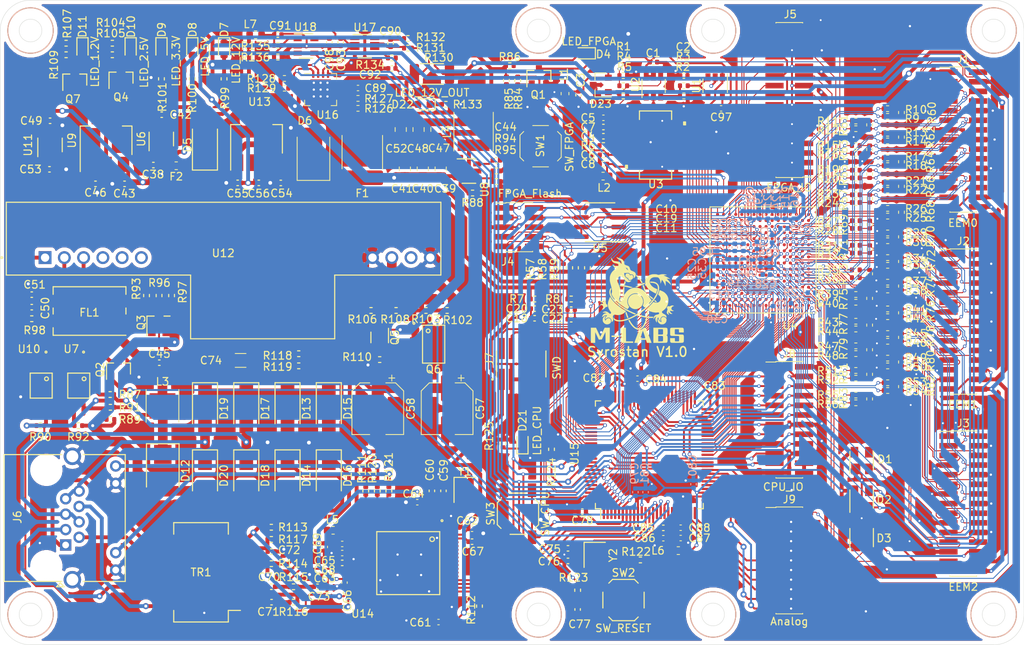
<source format=kicad_pcb>
(kicad_pcb (version 20171130) (host pcbnew 5.1.10-88a1d61d58~88~ubuntu20.04.1)

  (general
    (thickness 1.6)
    (drawings 25)
    (tracks 4382)
    (zones 0)
    (modules 316)
    (nets 309)
  )

  (page A4)
  (layers
    (0 F.Cu signal)
    (1 In1.Cu power)
    (2 In2.Cu power)
    (31 B.Cu signal)
    (32 B.Adhes user)
    (33 F.Adhes user)
    (34 B.Paste user)
    (35 F.Paste user)
    (36 B.SilkS user)
    (37 F.SilkS user)
    (38 B.Mask user)
    (39 F.Mask user)
    (40 Dwgs.User user)
    (41 Cmts.User user)
    (42 Eco1.User user)
    (43 Eco2.User user)
    (44 Edge.Cuts user)
    (45 Margin user)
    (46 B.CrtYd user)
    (47 F.CrtYd user)
    (48 B.Fab user)
    (49 F.Fab user)
  )

  (setup
    (last_trace_width 0.254)
    (user_trace_width 0.127)
    (user_trace_width 0.254)
    (user_trace_width 0.381)
    (user_trace_width 0.508)
    (user_trace_width 0.762)
    (user_trace_width 1.016)
    (user_trace_width 1.27)
    (trace_clearance 0.0889)
    (zone_clearance 0.508)
    (zone_45_only no)
    (trace_min 0.1143)
    (via_size 0.45)
    (via_drill 0.25)
    (via_min_size 0.45)
    (via_min_drill 0.2)
    (user_via 0.45 0.25)
    (user_via 0.5 0.3)
    (user_via 0.8 0.5)
    (user_via 6 3)
    (uvia_size 0.3)
    (uvia_drill 0.1)
    (uvias_allowed no)
    (uvia_min_size 0.25)
    (uvia_min_drill 0.1)
    (edge_width 0.05)
    (segment_width 0.127)
    (pcb_text_width 0.3)
    (pcb_text_size 1.5 1.5)
    (mod_edge_width 0.1524)
    (mod_text_size 1.016 1.016)
    (mod_text_width 0.1524)
    (pad_size 2.7 2.7)
    (pad_drill 0)
    (pad_to_mask_clearance 0)
    (aux_axis_origin 0 0)
    (grid_origin 210 57)
    (visible_elements FFFFFF7F)
    (pcbplotparams
      (layerselection 0x010fc_ffffffff)
      (usegerberextensions false)
      (usegerberattributes true)
      (usegerberadvancedattributes true)
      (creategerberjobfile true)
      (excludeedgelayer true)
      (linewidth 0.100000)
      (plotframeref false)
      (viasonmask false)
      (mode 1)
      (useauxorigin false)
      (hpglpennumber 1)
      (hpglpenspeed 20)
      (hpglpendiameter 15.000000)
      (psnegative false)
      (psa4output false)
      (plotreference true)
      (plotvalue true)
      (plotinvisibletext false)
      (padsonsilk false)
      (subtractmaskfromsilk false)
      (outputformat 1)
      (mirror false)
      (drillshape 1)
      (scaleselection 1)
      (outputdirectory ""))
  )

  (net 0 "")
  (net 1 GND)
  (net 2 "Net-(C2-Pad1)")
  (net 3 /HighSpeedADC/+5VA)
  (net 4 /FPGA/GNDPLL0)
  (net 5 /FPGA/VCCPLL0)
  (net 6 /FPGA/GNDPLL1)
  (net 7 /FPGA/VCCPLL1)
  (net 8 +12V_OUT)
  (net 9 /CurrentSenser/12V_CURRENT)
  (net 10 +12V)
  (net 11 +3V3)
  (net 12 +2V5)
  (net 13 +1V2)
  (net 14 +5V)
  (net 15 /Ethernet/+3V3A)
  (net 16 "Net-(C44-Pad2)")
  (net 17 /MCU/+3V3A)
  (net 18 +3V3MP)
  (net 19 "Net-(D4-Pad2)")
  (net 20 "Net-(D4-Pad1)")
  (net 21 "Net-(D9-Pad2)")
  (net 22 "Net-(D10-Pad2)")
  (net 23 "Net-(D11-Pad2)")
  (net 24 "Net-(D13-Pad2)")
  (net 25 /Ethernet/POE_VC-)
  (net 26 /Ethernet/POE_VC+)
  (net 27 "Net-(D15-Pad2)")
  (net 28 "Net-(D17-Pad2)")
  (net 29 "Net-(D19-Pad2)")
  (net 30 "Net-(D21-Pad2)")
  (net 31 /FPGA_IO1)
  (net 32 /FPGA_IO3)
  (net 33 /FPGA_IO5)
  (net 34 /FPGA_IO7)
  (net 35 /FPGA_IO9)
  (net 36 /FPGA_IO11)
  (net 37 /FPGA_IO13)
  (net 38 /FPGA_IO15)
  (net 39 /FPGA_IO14)
  (net 40 /FPGA_IO12)
  (net 41 /FPGA_IO10)
  (net 42 /FPGA_IO8)
  (net 43 /FPGA_IO6)
  (net 44 /FPGA_IO4)
  (net 45 /FPGA_IO2)
  (net 46 /FPGA_IO0)
  (net 47 /MCU/CPU_SWCLK)
  (net 48 /MCU/CPU_SWDIO)
  (net 49 /MCU/CPU_UART4_TX)
  (net 50 /MCU/CPU_UART4_RX)
  (net 51 /MCU/CPU_PWM_CH1)
  (net 52 /MCU/CPU_PWM_CH2)
  (net 53 /MCU/CPU_PWM_CH3)
  (net 54 /MCU/CPU_PWM_CH4)
  (net 55 /MCU/CPU_IIC2_SDA)
  (net 56 /MCU/CPU_IIC2_SCL)
  (net 57 /MCU/CPU_UART1_RX)
  (net 58 /MCU/CPU_UART1_TX)
  (net 59 /MCU/CPU_SPI2_MOSI)
  (net 60 /MCU/CPU_SPI2_MISO)
  (net 61 /MCU/CPU_SPI2_SCK)
  (net 62 /MCU/CPU_SPI2_CS)
  (net 63 /MCU/CPU_DAC1)
  (net 64 /MCU/CPU_DAC0)
  (net 65 /MCU/CPU_ADC5)
  (net 66 /MCU/CPU_ADC4)
  (net 67 /MCU/CPU_ADC3)
  (net 68 /MCU/CPU_ADC2)
  (net 69 /MCU/CPU_ADC1)
  (net 70 /MCU/CPU_ADC0)
  (net 71 /CurrentSenser/12V_SW)
  (net 72 "Net-(Q1-Pad1)")
  (net 73 "Net-(Q2-Pad3)")
  (net 74 /MCU/CPU_RESET)
  (net 75 "Net-(Q7-Pad1)")
  (net 76 /MCU/CPU_POE_AT_EVENT)
  (net 77 /MCU/CPU_POE_SRC_STATUS)
  (net 78 /Ethernet/RJ45_LED_G)
  (net 79 /Ethernet/RJ45_LED_Y)
  (net 80 /CurrentSenser/+3V3A)
  (net 81 /EEM0_IIC_SCL)
  (net 82 /EEM0_IIC_SDA)
  (net 83 /EEM1_IIC_SCL)
  (net 84 /EEM1_IIC_SDA)
  (net 85 /EEM2_IIC_SCL)
  (net 86 /EEM2_IIC_SDA)
  (net 87 /EEM0_7_N)
  (net 88 /EEM0_6_P)
  (net 89 /EEM0_5_N)
  (net 90 /EEM0_4_P)
  (net 91 /EEM0_3_N)
  (net 92 /EEM0_2_P)
  (net 93 /EEM0_1_N)
  (net 94 /EEM0_0_P)
  (net 95 /EEM0_7_P)
  (net 96 /EEM0_6_N)
  (net 97 /EEM0_5_P)
  (net 98 /EEM0_4_N)
  (net 99 /EEM0_3_P)
  (net 100 /EEM0_2_N)
  (net 101 /EEM0_1_P)
  (net 102 /EEM0_0_N)
  (net 103 /EEM1_7_N)
  (net 104 /EEM1_6_P)
  (net 105 /EEM1_5_N)
  (net 106 /EEM1_4_P)
  (net 107 /EEM1_3_N)
  (net 108 /EEM1_2_P)
  (net 109 /EEM1_1_N)
  (net 110 /EEM1_0_P)
  (net 111 /EEM1_7_P)
  (net 112 /EEM1_6_N)
  (net 113 /EEM1_5_P)
  (net 114 /EEM1_4_N)
  (net 115 /EEM1_3_P)
  (net 116 /EEM1_2_N)
  (net 117 /EEM1_1_P)
  (net 118 /EEM1_0_N)
  (net 119 /EEM2_7_N)
  (net 120 /EEM2_6_P)
  (net 121 /EEM2_5_N)
  (net 122 /EEM2_4_P)
  (net 123 /EEM2_3_N)
  (net 124 /EEM2_2_P)
  (net 125 /EEM2_1_N)
  (net 126 /EEM2_0_P)
  (net 127 /EEM2_7_P)
  (net 128 /EEM2_6_N)
  (net 129 /EEM2_5_P)
  (net 130 /EEM2_4_N)
  (net 131 /EEM2_3_P)
  (net 132 /EEM2_2_N)
  (net 133 /EEM2_1_P)
  (net 134 /EEM2_0_N)
  (net 135 /CDONE)
  (net 136 /CRESET)
  (net 137 /SPI_CS)
  (net 138 /ENC_INT)
  (net 139 /ADC_D0)
  (net 140 /ADC_D1)
  (net 141 /ADC_D2)
  (net 142 /ADC_D3)
  (net 143 /ADC_D4)
  (net 144 /ADC_D5)
  (net 145 /ADC_D6)
  (net 146 /ADC_D7)
  (net 147 /ADC_CLK)
  (net 148 /FSMC_CLK)
  (net 149 /FSMC_D15)
  (net 150 /FSMC_D9)
  (net 151 /FSMC_D10)
  (net 152 /FSMC_D0)
  (net 153 /FSMC_A7)
  (net 154 /FSMC_NL)
  (net 155 /FSMC_NBL0)
  (net 156 /FSMC_D6)
  (net 157 /FSMC_D7)
  (net 158 /FSMC_D5)
  (net 159 /FSMC_D1)
  (net 160 /FSMC_A3)
  (net 161 /FSMC_A1)
  (net 162 /FSMC_NWAIT)
  (net 163 /FSMC_NOE)
  (net 164 /FSMC_D12)
  (net 165 /FSMC_D8)
  (net 166 /FSMC_D3)
  (net 167 /FSMC_A4)
  (net 168 /FSMC_A6)
  (net 169 /FSMC_A0)
  (net 170 /FSMC_NBL1)
  (net 171 /FSMC_D14)
  (net 172 /FSMC_D11)
  (net 173 /FSMC_D4)
  (net 174 /FSMC_A2)
  (net 175 /FSMC_D13)
  (net 176 /FSMC_D2)
  (net 177 /FSMC_A5)
  (net 178 /FSMC_NE1)
  (net 179 /FSMC_NWE)
  (net 180 /CSBSEL0)
  (net 181 /SPI_MOSI)
  (net 182 /SPI_MISO)
  (net 183 /CSBSEL1)
  (net 184 /SPI_SCK)
  (net 185 /SPI_ENC_CS)
  (net 186 "Net-(C7-Pad2)")
  (net 187 "Net-(D8-Pad2)")
  (net 188 "Net-(D10-Pad1)")
  (net 189 "Net-(D11-Pad1)")
  (net 190 "Net-(D21-Pad1)")
  (net 191 "Net-(D22-Pad1)")
  (net 192 "Net-(Q3-Pad1)")
  (net 193 "Net-(Q4-Pad1)")
  (net 194 "Net-(Q5-Pad6)")
  (net 195 "Net-(Q5-Pad2)")
  (net 196 "Net-(Q5-Pad3)")
  (net 197 "Net-(D22-Pad2)")
  (net 198 HSADC_IN)
  (net 199 "Net-(J6-Pad12)")
  (net 200 "Net-(J6-Pad10)")
  (net 201 "Net-(J6-Pad6)")
  (net 202 "Net-(J6-Pad2)")
  (net 203 "Net-(J6-Pad3)")
  (net 204 "Net-(J6-Pad1)")
  (net 205 "Net-(R88-Pad1)")
  (net 206 "Net-(SW3-Pad2)")
  (net 207 /FPGA/LVDS0_0_P)
  (net 208 /FPGA/LVDS0_0_N)
  (net 209 /FPGA/LVDS0_1_P)
  (net 210 /FPGA/LVDS0_1_N)
  (net 211 /FPGA/LVDS0_2_P)
  (net 212 /FPGA/LVDS0_2_N)
  (net 213 /FPGA/LVDS0_3_P)
  (net 214 /FPGA/LVDS0_3_N)
  (net 215 /FPGA/LVDS0_4_P)
  (net 216 /FPGA/LVDS0_4_N)
  (net 217 /FPGA/LVDS0_5_P)
  (net 218 /FPGA/LVDS0_5_N)
  (net 219 /FPGA/LVDS0_6_P)
  (net 220 /FPGA/LVDS0_6_N)
  (net 221 /FPGA/LVDS0_7_P)
  (net 222 /FPGA/LVDS0_7_N)
  (net 223 /FPGA/LVDS1_0_P)
  (net 224 /FPGA/LVDS1_0_N)
  (net 225 /FPGA/LVDS1_1_P)
  (net 226 /FPGA/LVDS1_1_N)
  (net 227 /FPGA/LVDS1_2_P)
  (net 228 /FPGA/LVDS1_2_N)
  (net 229 /FPGA/LVDS1_3_P)
  (net 230 /FPGA/LVDS1_3_N)
  (net 231 /FPGA/LVDS1_4_P)
  (net 232 /FPGA/LVDS1_4_N)
  (net 233 /FPGA/LVDS1_5_P)
  (net 234 /FPGA/LVDS1_5_N)
  (net 235 /FPGA/LVDS1_6_P)
  (net 236 /FPGA/LVDS1_6_N)
  (net 237 /FPGA/LVDS1_7_P)
  (net 238 /FPGA/LVDS1_7_N)
  (net 239 /FPGA/LVDS2_0_P)
  (net 240 /FPGA/LVDS2_0_N)
  (net 241 /FPGA/LVDS2_1_P)
  (net 242 /FPGA/LVDS2_1_N)
  (net 243 /FPGA/LVDS2_2_P)
  (net 244 /FPGA/LVDS2_2_N)
  (net 245 /FPGA/LVDS2_3_P)
  (net 246 /FPGA/LVDS2_3_N)
  (net 247 /FPGA/LVDS2_4_P)
  (net 248 /FPGA/LVDS2_4_N)
  (net 249 /FPGA/LVDS2_5_P)
  (net 250 /FPGA/LVDS2_5_N)
  (net 251 /FPGA/LVDS2_6_P)
  (net 252 /FPGA/LVDS2_6_N)
  (net 253 /FPGA/LVDS2_7_P)
  (net 254 /FPGA/LVDS2_7_N)
  (net 255 /FPGA/FPGA_LED)
  (net 256 /FPGA/FPGA_KEY)
  (net 257 /IIC_SCL)
  (net 258 /IIC_SDA)
  (net 259 "Net-(R135-Pad2)")
  (net 260 +6V)
  (net 261 "Net-(R126-Pad1)")
  (net 262 /CurrentSenser/12V_OUT_FAULT)
  (net 263 "Net-(C4-Pad1)")
  (net 264 "Net-(C5-Pad1)")
  (net 265 "Net-(C8-Pad2)")
  (net 266 "Net-(C44-Pad1)")
  (net 267 "Net-(C45-Pad2)")
  (net 268 "Net-(C45-Pad1)")
  (net 269 "Net-(C47-Pad1)")
  (net 270 "Net-(C50-Pad2)")
  (net 271 "Net-(C51-Pad1)")
  (net 272 "Net-(C57-Pad1)")
  (net 273 "Net-(C59-Pad1)")
  (net 274 "Net-(C60-Pad1)")
  (net 275 "Net-(C67-Pad2)")
  (net 276 "Net-(C70-Pad2)")
  (net 277 "Net-(C70-Pad1)")
  (net 278 "Net-(C71-Pad2)")
  (net 279 "Net-(C71-Pad1)")
  (net 280 "Net-(C72-Pad1)")
  (net 281 "Net-(C73-Pad1)")
  (net 282 "Net-(C74-Pad1)")
  (net 283 "Net-(C75-Pad1)")
  (net 284 "Net-(C76-Pad1)")
  (net 285 "Net-(C77-Pad2)")
  (net 286 "Net-(C89-Pad1)")
  (net 287 "Net-(C90-Pad2)")
  (net 288 "Net-(C90-Pad1)")
  (net 289 "Net-(D7-Pad2)")
  (net 290 "Net-(R2-Pad1)")
  (net 291 "Net-(R3-Pad1)")
  (net 292 "Net-(R5-Pad2)")
  (net 293 "Net-(R87-Pad2)")
  (net 294 "Net-(R89-Pad1)")
  (net 295 "Net-(R94-Pad1)")
  (net 296 "Net-(R98-Pad2)")
  (net 297 "Net-(R111-Pad1)")
  (net 298 "Net-(R113-Pad1)")
  (net 299 "Net-(R114-Pad2)")
  (net 300 "Net-(R124-Pad1)")
  (net 301 "Net-(R127-Pad1)")
  (net 302 "Net-(R134-Pad2)")
  (net 303 "Net-(U10-Pad2)")
  (net 304 /MCU/CPU_ADC7)
  (net 305 /MCU/CPU_ADC6)
  (net 306 /CurrentSenser/12V_CURRENT_REF)
  (net 307 "Net-(D5-Pad1)")
  (net 308 "Net-(D23-Pad1)")

  (net_class Default "This is the default net class."
    (clearance 0.0889)
    (trace_width 0.254)
    (via_dia 0.45)
    (via_drill 0.25)
    (uvia_dia 0.3)
    (uvia_drill 0.1)
    (diff_pair_width 0.127)
    (diff_pair_gap 0.1016)
    (add_net +12V)
    (add_net +12V_OUT)
    (add_net +1V2)
    (add_net +2V5)
    (add_net +3V3)
    (add_net +3V3MP)
    (add_net +5V)
    (add_net +6V)
    (add_net /ADC_CLK)
    (add_net /ADC_D0)
    (add_net /ADC_D1)
    (add_net /ADC_D2)
    (add_net /ADC_D3)
    (add_net /ADC_D4)
    (add_net /ADC_D5)
    (add_net /ADC_D6)
    (add_net /ADC_D7)
    (add_net /CDONE)
    (add_net /CRESET)
    (add_net /CSBSEL0)
    (add_net /CSBSEL1)
    (add_net /CurrentSenser/+3V3A)
    (add_net /CurrentSenser/12V_CURRENT)
    (add_net /CurrentSenser/12V_CURRENT_REF)
    (add_net /CurrentSenser/12V_OUT_FAULT)
    (add_net /CurrentSenser/12V_SW)
    (add_net /ENC_INT)
    (add_net /Ethernet/+3V3A)
    (add_net /Ethernet/POE_VC+)
    (add_net /Ethernet/POE_VC-)
    (add_net /Ethernet/RJ45_LED_G)
    (add_net /Ethernet/RJ45_LED_Y)
    (add_net /FPGA/FPGA_KEY)
    (add_net /FPGA/FPGA_LED)
    (add_net /FPGA/GNDPLL0)
    (add_net /FPGA/GNDPLL1)
    (add_net /FPGA/VCCPLL0)
    (add_net /FPGA/VCCPLL1)
    (add_net /FPGA_IO0)
    (add_net /FPGA_IO1)
    (add_net /FPGA_IO10)
    (add_net /FPGA_IO11)
    (add_net /FPGA_IO12)
    (add_net /FPGA_IO13)
    (add_net /FPGA_IO14)
    (add_net /FPGA_IO15)
    (add_net /FPGA_IO2)
    (add_net /FPGA_IO3)
    (add_net /FPGA_IO4)
    (add_net /FPGA_IO5)
    (add_net /FPGA_IO6)
    (add_net /FPGA_IO7)
    (add_net /FPGA_IO8)
    (add_net /FPGA_IO9)
    (add_net /FSMC_A0)
    (add_net /FSMC_A1)
    (add_net /FSMC_A2)
    (add_net /FSMC_A3)
    (add_net /FSMC_A4)
    (add_net /FSMC_A5)
    (add_net /FSMC_A6)
    (add_net /FSMC_A7)
    (add_net /FSMC_CLK)
    (add_net /FSMC_D0)
    (add_net /FSMC_D1)
    (add_net /FSMC_D10)
    (add_net /FSMC_D11)
    (add_net /FSMC_D12)
    (add_net /FSMC_D13)
    (add_net /FSMC_D14)
    (add_net /FSMC_D15)
    (add_net /FSMC_D2)
    (add_net /FSMC_D3)
    (add_net /FSMC_D4)
    (add_net /FSMC_D5)
    (add_net /FSMC_D6)
    (add_net /FSMC_D7)
    (add_net /FSMC_D8)
    (add_net /FSMC_D9)
    (add_net /FSMC_NBL0)
    (add_net /FSMC_NBL1)
    (add_net /FSMC_NE1)
    (add_net /FSMC_NL)
    (add_net /FSMC_NOE)
    (add_net /FSMC_NWAIT)
    (add_net /FSMC_NWE)
    (add_net /HighSpeedADC/+5VA)
    (add_net /IIC_SCL)
    (add_net /IIC_SDA)
    (add_net /MCU/+3V3A)
    (add_net /MCU/CPU_ADC0)
    (add_net /MCU/CPU_ADC1)
    (add_net /MCU/CPU_ADC2)
    (add_net /MCU/CPU_ADC3)
    (add_net /MCU/CPU_ADC4)
    (add_net /MCU/CPU_ADC5)
    (add_net /MCU/CPU_ADC6)
    (add_net /MCU/CPU_ADC7)
    (add_net /MCU/CPU_DAC0)
    (add_net /MCU/CPU_DAC1)
    (add_net /MCU/CPU_IIC2_SCL)
    (add_net /MCU/CPU_IIC2_SDA)
    (add_net /MCU/CPU_POE_AT_EVENT)
    (add_net /MCU/CPU_POE_SRC_STATUS)
    (add_net /MCU/CPU_PWM_CH1)
    (add_net /MCU/CPU_PWM_CH2)
    (add_net /MCU/CPU_PWM_CH3)
    (add_net /MCU/CPU_PWM_CH4)
    (add_net /MCU/CPU_RESET)
    (add_net /MCU/CPU_SPI2_CS)
    (add_net /MCU/CPU_SPI2_MISO)
    (add_net /MCU/CPU_SPI2_MOSI)
    (add_net /MCU/CPU_SPI2_SCK)
    (add_net /MCU/CPU_SWCLK)
    (add_net /MCU/CPU_SWDIO)
    (add_net /MCU/CPU_UART1_RX)
    (add_net /MCU/CPU_UART1_TX)
    (add_net /MCU/CPU_UART4_RX)
    (add_net /MCU/CPU_UART4_TX)
    (add_net /SPI_CS)
    (add_net /SPI_ENC_CS)
    (add_net /SPI_MISO)
    (add_net /SPI_MOSI)
    (add_net /SPI_SCK)
    (add_net GND)
    (add_net HSADC_IN)
    (add_net "Net-(C2-Pad1)")
    (add_net "Net-(C4-Pad1)")
    (add_net "Net-(C44-Pad1)")
    (add_net "Net-(C44-Pad2)")
    (add_net "Net-(C45-Pad1)")
    (add_net "Net-(C45-Pad2)")
    (add_net "Net-(C47-Pad1)")
    (add_net "Net-(C5-Pad1)")
    (add_net "Net-(C50-Pad2)")
    (add_net "Net-(C51-Pad1)")
    (add_net "Net-(C57-Pad1)")
    (add_net "Net-(C59-Pad1)")
    (add_net "Net-(C60-Pad1)")
    (add_net "Net-(C67-Pad2)")
    (add_net "Net-(C7-Pad2)")
    (add_net "Net-(C70-Pad1)")
    (add_net "Net-(C70-Pad2)")
    (add_net "Net-(C71-Pad1)")
    (add_net "Net-(C71-Pad2)")
    (add_net "Net-(C72-Pad1)")
    (add_net "Net-(C73-Pad1)")
    (add_net "Net-(C74-Pad1)")
    (add_net "Net-(C75-Pad1)")
    (add_net "Net-(C76-Pad1)")
    (add_net "Net-(C77-Pad2)")
    (add_net "Net-(C8-Pad2)")
    (add_net "Net-(C89-Pad1)")
    (add_net "Net-(C90-Pad1)")
    (add_net "Net-(C90-Pad2)")
    (add_net "Net-(D10-Pad1)")
    (add_net "Net-(D10-Pad2)")
    (add_net "Net-(D11-Pad1)")
    (add_net "Net-(D11-Pad2)")
    (add_net "Net-(D13-Pad2)")
    (add_net "Net-(D15-Pad2)")
    (add_net "Net-(D17-Pad2)")
    (add_net "Net-(D19-Pad2)")
    (add_net "Net-(D21-Pad1)")
    (add_net "Net-(D21-Pad2)")
    (add_net "Net-(D22-Pad1)")
    (add_net "Net-(D22-Pad2)")
    (add_net "Net-(D23-Pad1)")
    (add_net "Net-(D4-Pad1)")
    (add_net "Net-(D4-Pad2)")
    (add_net "Net-(D5-Pad1)")
    (add_net "Net-(D7-Pad2)")
    (add_net "Net-(D8-Pad2)")
    (add_net "Net-(D9-Pad2)")
    (add_net "Net-(J6-Pad1)")
    (add_net "Net-(J6-Pad10)")
    (add_net "Net-(J6-Pad12)")
    (add_net "Net-(J6-Pad2)")
    (add_net "Net-(J6-Pad3)")
    (add_net "Net-(J6-Pad6)")
    (add_net "Net-(Q1-Pad1)")
    (add_net "Net-(Q2-Pad3)")
    (add_net "Net-(Q3-Pad1)")
    (add_net "Net-(Q4-Pad1)")
    (add_net "Net-(Q5-Pad2)")
    (add_net "Net-(Q5-Pad3)")
    (add_net "Net-(Q5-Pad6)")
    (add_net "Net-(Q7-Pad1)")
    (add_net "Net-(R111-Pad1)")
    (add_net "Net-(R113-Pad1)")
    (add_net "Net-(R114-Pad2)")
    (add_net "Net-(R124-Pad1)")
    (add_net "Net-(R126-Pad1)")
    (add_net "Net-(R127-Pad1)")
    (add_net "Net-(R134-Pad2)")
    (add_net "Net-(R135-Pad2)")
    (add_net "Net-(R2-Pad1)")
    (add_net "Net-(R3-Pad1)")
    (add_net "Net-(R5-Pad2)")
    (add_net "Net-(R87-Pad2)")
    (add_net "Net-(R88-Pad1)")
    (add_net "Net-(R89-Pad1)")
    (add_net "Net-(R94-Pad1)")
    (add_net "Net-(R98-Pad2)")
    (add_net "Net-(SW3-Pad2)")
    (add_net "Net-(U10-Pad2)")
  )

  (net_class Diff_In ""
    (clearance 0.0889)
    (trace_width 0.1524)
    (via_dia 0.8)
    (via_drill 0.4)
    (uvia_dia 0.3)
    (uvia_drill 0.1)
    (diff_pair_width 0.1143)
    (diff_pair_gap 0.1524)
  )

  (net_class Diff_Out ""
    (clearance 0.0889)
    (trace_width 0.127)
    (via_dia 0.8)
    (via_drill 0.4)
    (uvia_dia 0.3)
    (uvia_drill 0.1)
    (diff_pair_width 0.127)
    (diff_pair_gap 0.127)
    (add_net /EEM0_0_N)
    (add_net /EEM0_0_P)
    (add_net /EEM0_1_N)
    (add_net /EEM0_1_P)
    (add_net /EEM0_2_N)
    (add_net /EEM0_2_P)
    (add_net /EEM0_3_N)
    (add_net /EEM0_3_P)
    (add_net /EEM0_4_N)
    (add_net /EEM0_4_P)
    (add_net /EEM0_5_N)
    (add_net /EEM0_5_P)
    (add_net /EEM0_6_N)
    (add_net /EEM0_6_P)
    (add_net /EEM0_7_N)
    (add_net /EEM0_7_P)
    (add_net /EEM0_IIC_SCL)
    (add_net /EEM0_IIC_SDA)
    (add_net /EEM1_0_N)
    (add_net /EEM1_0_P)
    (add_net /EEM1_1_N)
    (add_net /EEM1_1_P)
    (add_net /EEM1_2_N)
    (add_net /EEM1_2_P)
    (add_net /EEM1_3_N)
    (add_net /EEM1_3_P)
    (add_net /EEM1_4_N)
    (add_net /EEM1_4_P)
    (add_net /EEM1_5_N)
    (add_net /EEM1_5_P)
    (add_net /EEM1_6_N)
    (add_net /EEM1_6_P)
    (add_net /EEM1_7_N)
    (add_net /EEM1_7_P)
    (add_net /EEM1_IIC_SCL)
    (add_net /EEM1_IIC_SDA)
    (add_net /EEM2_0_N)
    (add_net /EEM2_0_P)
    (add_net /EEM2_1_N)
    (add_net /EEM2_1_P)
    (add_net /EEM2_2_N)
    (add_net /EEM2_2_P)
    (add_net /EEM2_3_N)
    (add_net /EEM2_3_P)
    (add_net /EEM2_4_N)
    (add_net /EEM2_4_P)
    (add_net /EEM2_5_N)
    (add_net /EEM2_5_P)
    (add_net /EEM2_6_N)
    (add_net /EEM2_6_P)
    (add_net /EEM2_7_N)
    (add_net /EEM2_7_P)
    (add_net /EEM2_IIC_SCL)
    (add_net /EEM2_IIC_SDA)
    (add_net /FPGA/LVDS0_0_N)
    (add_net /FPGA/LVDS0_0_P)
    (add_net /FPGA/LVDS0_1_N)
    (add_net /FPGA/LVDS0_1_P)
    (add_net /FPGA/LVDS0_2_N)
    (add_net /FPGA/LVDS0_2_P)
    (add_net /FPGA/LVDS0_3_N)
    (add_net /FPGA/LVDS0_3_P)
    (add_net /FPGA/LVDS0_4_N)
    (add_net /FPGA/LVDS0_4_P)
    (add_net /FPGA/LVDS0_5_N)
    (add_net /FPGA/LVDS0_5_P)
    (add_net /FPGA/LVDS0_6_N)
    (add_net /FPGA/LVDS0_6_P)
    (add_net /FPGA/LVDS0_7_N)
    (add_net /FPGA/LVDS0_7_P)
    (add_net /FPGA/LVDS1_0_N)
    (add_net /FPGA/LVDS1_0_P)
    (add_net /FPGA/LVDS1_1_N)
    (add_net /FPGA/LVDS1_1_P)
    (add_net /FPGA/LVDS1_2_N)
    (add_net /FPGA/LVDS1_2_P)
    (add_net /FPGA/LVDS1_3_N)
    (add_net /FPGA/LVDS1_3_P)
    (add_net /FPGA/LVDS1_4_N)
    (add_net /FPGA/LVDS1_4_P)
    (add_net /FPGA/LVDS1_5_N)
    (add_net /FPGA/LVDS1_5_P)
    (add_net /FPGA/LVDS1_6_N)
    (add_net /FPGA/LVDS1_6_P)
    (add_net /FPGA/LVDS1_7_N)
    (add_net /FPGA/LVDS1_7_P)
    (add_net /FPGA/LVDS2_0_N)
    (add_net /FPGA/LVDS2_0_P)
    (add_net /FPGA/LVDS2_1_N)
    (add_net /FPGA/LVDS2_1_P)
    (add_net /FPGA/LVDS2_2_N)
    (add_net /FPGA/LVDS2_2_P)
    (add_net /FPGA/LVDS2_3_N)
    (add_net /FPGA/LVDS2_3_P)
    (add_net /FPGA/LVDS2_4_N)
    (add_net /FPGA/LVDS2_4_P)
    (add_net /FPGA/LVDS2_5_N)
    (add_net /FPGA/LVDS2_5_P)
    (add_net /FPGA/LVDS2_6_N)
    (add_net /FPGA/LVDS2_6_P)
    (add_net /FPGA/LVDS2_7_N)
    (add_net /FPGA/LVDS2_7_P)
  )

  (module TestAutomation:ScrewKeepout (layer F.Cu) (tedit 60EBA4E8) (tstamp 60EFD1F4)
    (at 150 57)
    (fp_text reference M3 (at 0 0.5) (layer F.SilkS) hide
      (effects (font (size 1 1) (thickness 0.15)))
    )
    (fp_text value ScrewKeepout (at 0 -0.5) (layer F.Fab) hide
      (effects (font (size 1 1) (thickness 0.15)))
    )
    (fp_circle (center 0 0) (end 3 0) (layer B.SilkS) (width 0.12))
    (fp_circle (center 0 0) (end 3 0) (layer F.Cu) (width 0.12))
    (fp_circle (center 0 0) (end 3 0) (layer F.SilkS) (width 0.12))
    (fp_circle (center 0 0) (end 3 0) (layer B.Cu) (width 0.12))
  )

  (module TestAutomation:ScrewKeepout (layer F.Cu) (tedit 60EBA4E8) (tstamp 60EFD1F4)
    (at 150 134)
    (fp_text reference M3 (at 0 0.5) (layer F.SilkS) hide
      (effects (font (size 1 1) (thickness 0.15)))
    )
    (fp_text value ScrewKeepout (at 0 -0.5) (layer F.Fab) hide
      (effects (font (size 1 1) (thickness 0.15)))
    )
    (fp_circle (center 0 0) (end 3 0) (layer B.SilkS) (width 0.12))
    (fp_circle (center 0 0) (end 3 0) (layer F.Cu) (width 0.12))
    (fp_circle (center 0 0) (end 3 0) (layer F.SilkS) (width 0.12))
    (fp_circle (center 0 0) (end 3 0) (layer B.Cu) (width 0.12))
  )

  (module TestAutomation:ScrewKeepout (layer F.Cu) (tedit 60EBA4E8) (tstamp 60ECDC1B)
    (at 173 57)
    (fp_text reference M3 (at 0 0.5) (layer F.SilkS) hide
      (effects (font (size 1 1) (thickness 0.15)))
    )
    (fp_text value ScrewKeepout (at 0 -0.5) (layer F.Fab) hide
      (effects (font (size 1 1) (thickness 0.15)))
    )
    (fp_circle (center 0 0) (end 3 0) (layer B.SilkS) (width 0.12))
    (fp_circle (center 0 0) (end 3 0) (layer F.Cu) (width 0.12))
    (fp_circle (center 0 0) (end 3 0) (layer F.SilkS) (width 0.12))
    (fp_circle (center 0 0) (end 3 0) (layer B.Cu) (width 0.12))
  )

  (module TestAutomation:ScrewKeepout (layer F.Cu) (tedit 60EBA4E8) (tstamp 60ECDBFC)
    (at 173 134)
    (fp_text reference M3 (at 0 0.5) (layer F.SilkS) hide
      (effects (font (size 1 1) (thickness 0.15)))
    )
    (fp_text value ScrewKeepout (at 0 -0.5) (layer F.Fab) hide
      (effects (font (size 1 1) (thickness 0.15)))
    )
    (fp_circle (center 0 0) (end 3 0) (layer B.SilkS) (width 0.12))
    (fp_circle (center 0 0) (end 3 0) (layer F.Cu) (width 0.12))
    (fp_circle (center 0 0) (end 3 0) (layer F.SilkS) (width 0.12))
    (fp_circle (center 0 0) (end 3 0) (layer B.Cu) (width 0.12))
  )

  (module TestAutomation:ScrewKeepout (layer F.Cu) (tedit 60EBA4E8) (tstamp 60ECDB8E)
    (at 210 57)
    (fp_text reference M3 (at 0 0.5) (layer F.SilkS) hide
      (effects (font (size 1 1) (thickness 0.15)))
    )
    (fp_text value ScrewKeepout (at 0 -0.5) (layer F.Fab) hide
      (effects (font (size 1 1) (thickness 0.15)))
    )
    (fp_circle (center 0 0) (end 3 0) (layer B.SilkS) (width 0.12))
    (fp_circle (center 0 0) (end 3 0) (layer F.Cu) (width 0.12))
    (fp_circle (center 0 0) (end 3 0) (layer F.SilkS) (width 0.12))
    (fp_circle (center 0 0) (end 3 0) (layer B.Cu) (width 0.12))
  )

  (module TestAutomation:ScrewKeepout (layer F.Cu) (tedit 60EBA4E8) (tstamp 60ECDB70)
    (at 83 57)
    (fp_text reference M3 (at 0 0.5) (layer F.SilkS) hide
      (effects (font (size 1 1) (thickness 0.15)))
    )
    (fp_text value ScrewKeepout (at 0 -0.5) (layer F.Fab) hide
      (effects (font (size 1 1) (thickness 0.15)))
    )
    (fp_circle (center 0 0) (end 3 0) (layer B.SilkS) (width 0.12))
    (fp_circle (center 0 0) (end 3 0) (layer F.Cu) (width 0.12))
    (fp_circle (center 0 0) (end 3 0) (layer F.SilkS) (width 0.12))
    (fp_circle (center 0 0) (end 3 0) (layer B.Cu) (width 0.12))
  )

  (module TestAutomation:ScrewKeepout (layer F.Cu) (tedit 60EBA4E8) (tstamp 60ECDB4A)
    (at 83 134)
    (fp_text reference M3 (at 0 0.5) (layer F.SilkS) hide
      (effects (font (size 1 1) (thickness 0.15)))
    )
    (fp_text value ScrewKeepout (at 0 -0.5) (layer F.Fab) hide
      (effects (font (size 1 1) (thickness 0.15)))
    )
    (fp_circle (center 0 0) (end 3 0) (layer B.SilkS) (width 0.12))
    (fp_circle (center 0 0) (end 3 0) (layer F.Cu) (width 0.12))
    (fp_circle (center 0 0) (end 3 0) (layer F.SilkS) (width 0.12))
    (fp_circle (center 0 0) (end 3 0) (layer B.Cu) (width 0.12))
  )

  (module TestAutomation:ScrewKeepout (layer F.Cu) (tedit 60EBA4E8) (tstamp 60ECC450)
    (at 210 134)
    (fp_text reference M3 (at 0 0.5) (layer F.SilkS) hide
      (effects (font (size 1 1) (thickness 0.15)))
    )
    (fp_text value ScrewKeepout (at 0 -0.5) (layer F.Fab) hide
      (effects (font (size 1 1) (thickness 0.15)))
    )
    (fp_circle (center 0 0) (end 3 0) (layer B.SilkS) (width 0.12))
    (fp_circle (center 0 0) (end 3 0) (layer F.Cu) (width 0.12))
    (fp_circle (center 0 0) (end 3 0) (layer F.SilkS) (width 0.12))
    (fp_circle (center 0 0) (end 3 0) (layer B.Cu) (width 0.12))
  )

  (module TestAutomation:logo (layer F.Cu) (tedit 0) (tstamp 60EC7168)
    (at 162.97 92.43)
    (fp_text reference G*** (at 0 0) (layer F.SilkS) hide
      (effects (font (size 1.524 1.524) (thickness 0.3)))
    )
    (fp_text value LOGO (at 0.75 0) (layer F.SilkS) hide
      (effects (font (size 1.524 1.524) (thickness 0.3)))
    )
    (fp_poly (pts (xy -5.129623 4.359864) (xy -5.068021 4.492409) (xy -5.010726 4.614826) (xy -4.95931 4.723818)
      (xy -4.915347 4.816088) (xy -4.880411 4.888339) (xy -4.856073 4.937276) (xy -4.843908 4.9596)
      (xy -4.842933 4.960638) (xy -4.834042 4.945901) (xy -4.812277 4.903817) (xy -4.779242 4.837659)
      (xy -4.736538 4.750697) (xy -4.685771 4.646201) (xy -4.628542 4.527442) (xy -4.566456 4.397691)
      (xy -4.548485 4.359975) (xy -4.262504 3.7592) (xy -3.589596 3.7592) (xy -3.593964 4.754034)
      (xy -3.598333 5.748867) (xy -3.8735 5.75352) (xy -4.148666 5.758172) (xy -4.148666 5.046553)
      (xy -4.148958 4.895027) (xy -4.149792 4.754537) (xy -4.151105 4.628577) (xy -4.152836 4.520643)
      (xy -4.154921 4.43423) (xy -4.157298 4.372832) (xy -4.159906 4.339944) (xy -4.161366 4.335268)
      (xy -4.171479 4.350064) (xy -4.194193 4.391854) (xy -4.22768 4.456996) (xy -4.270108 4.541848)
      (xy -4.319646 4.642767) (xy -4.374464 4.75611) (xy -4.406047 4.822101) (xy -4.638027 5.3086)
      (xy -4.838342 5.313325) (xy -5.038656 5.318049) (xy -5.265525 4.839191) (xy -5.321881 4.720652)
      (xy -5.37402 4.611771) (xy -5.420075 4.516382) (xy -5.458181 4.438321) (xy -5.486472 4.381422)
      (xy -5.503083 4.349521) (xy -5.50633 4.344247) (xy -5.509285 4.357108) (xy -5.512026 4.400449)
      (xy -5.514486 4.470886) (xy -5.516597 4.565031) (xy -5.518292 4.6795) (xy -5.519503 4.810906)
      (xy -5.520163 4.955863) (xy -5.520267 5.042747) (xy -5.520266 5.757334) (xy -6.079067 5.757334)
      (xy -6.079067 3.7592) (xy -5.407846 3.7592) (xy -5.129623 4.359864)) (layer F.SilkS) (width 0.01))
    (fp_poly (pts (xy -1.452182 4.6609) (xy -1.4478 5.5626) (xy -0.977024 5.567103) (xy -0.506249 5.571606)
      (xy -0.511358 5.660236) (xy -0.516466 5.748867) (xy -2.065866 5.757675) (xy -2.065866 3.7592)
      (xy -1.456563 3.7592) (xy -1.452182 4.6609)) (layer F.SilkS) (width 0.01))
    (fp_poly (pts (xy 1.199339 3.8481) (xy 1.211546 3.88038) (xy 1.234595 3.9411) (xy 1.267267 4.027054)
      (xy 1.308341 4.135036) (xy 1.356599 4.261841) (xy 1.410819 4.404263) (xy 1.469783 4.559097)
      (xy 1.53227 4.723135) (xy 1.573089 4.830268) (xy 1.636019 4.995716) (xy 1.695179 5.151828)
      (xy 1.749487 5.295716) (xy 1.797864 5.424489) (xy 1.83923 5.535255) (xy 1.872503 5.625125)
      (xy 1.896604 5.691208) (xy 1.910452 5.730615) (xy 1.913467 5.740825) (xy 1.896728 5.747582)
      (xy 1.847142 5.752058) (xy 1.765654 5.754213) (xy 1.653208 5.754008) (xy 1.614296 5.753491)
      (xy 1.315125 5.748867) (xy 1.248818 5.5499) (xy 1.182511 5.350934) (xy 0.375356 5.350934)
      (xy 0.309049 5.5499) (xy 0.242742 5.748867) (xy -0.057696 5.753496) (xy -0.165176 5.754952)
      (xy -0.243238 5.755252) (xy -0.296321 5.754006) (xy -0.328865 5.750827) (xy -0.34531 5.745328)
      (xy -0.350095 5.73712) (xy -0.348432 5.728096) (xy -0.340658 5.706753) (xy -0.322031 5.656896)
      (xy -0.293736 5.581667) (xy -0.25696 5.484205) (xy -0.21289 5.367652) (xy -0.162712 5.235148)
      (xy -0.131292 5.152279) (xy 0.440267 5.152279) (xy 0.456356 5.156038) (xy 0.501251 5.159338)
      (xy 0.56989 5.161995) (xy 0.657213 5.163824) (xy 0.758159 5.164641) (xy 0.780075 5.164667)
      (xy 1.119882 5.164667) (xy 1.108972 5.126567) (xy 1.094912 5.080199) (xy 1.073135 5.011781)
      (xy 1.045231 4.926031) (xy 1.012793 4.827664) (xy 0.977412 4.721397) (xy 0.940681 4.611947)
      (xy 0.904191 4.50403) (xy 0.869534 4.402363) (xy 0.838302 4.311662) (xy 0.812085 4.236645)
      (xy 0.792477 4.182027) (xy 0.781069 4.152525) (xy 0.778945 4.148667) (xy 0.77202 4.16397)
      (xy 0.756107 4.206743) (xy 0.732792 4.272286) (xy 0.703661 4.355895) (xy 0.670302 4.452868)
      (xy 0.634302 4.558503) (xy 0.597247 4.668098) (xy 0.560724 4.776951) (xy 0.526319 4.880359)
      (xy 0.495621 4.97362) (xy 0.470215 5.052032) (xy 0.451688 5.110893) (xy 0.441627 5.145501)
      (xy 0.440267 5.152279) (xy -0.131292 5.152279) (xy -0.107614 5.089833) (xy -0.048781 4.934848)
      (xy -0.036436 4.902348) (xy 0.265859 4.106628) (xy 0.32343 4.091911) (xy 0.498731 4.035761)
      (xy 0.653844 3.962918) (xy 0.784349 3.875748) (xy 0.862319 3.803585) (xy 0.886339 3.780901)
      (xy 0.91261 3.767591) (xy 0.950662 3.7612) (xy 1.010025 3.759274) (xy 1.034669 3.7592)
      (xy 1.165967 3.7592) (xy 1.199339 3.8481)) (layer F.SilkS) (width 0.01))
    (fp_poly (pts (xy 3.018367 3.75945) (xy 3.215787 3.759527) (xy 3.382214 3.759813) (xy 3.520519 3.760572)
      (xy 3.633575 3.762073) (xy 3.724256 3.764581) (xy 3.795432 3.768363) (xy 3.849978 3.773687)
      (xy 3.890766 3.780818) (xy 3.920668 3.790023) (xy 3.942557 3.80157) (xy 3.959306 3.815724)
      (xy 3.973787 3.832752) (xy 3.986168 3.849294) (xy 3.998311 3.867821) (xy 4.007454 3.889556)
      (xy 4.014114 3.919498) (xy 4.018809 3.962646) (xy 4.022057 4.023997) (xy 4.024377 4.10855)
      (xy 4.026286 4.221303) (xy 4.026538 4.23876) (xy 4.027633 4.37269) (xy 4.02599 4.47719)
      (xy 4.02064 4.556649) (xy 4.010613 4.615456) (xy 3.994941 4.658003) (xy 3.972653 4.688679)
      (xy 3.942781 4.711873) (xy 3.919192 4.72484) (xy 3.867517 4.75068) (xy 3.919192 4.77564)
      (xy 3.95469 4.796425) (xy 3.981839 4.823092) (xy 4.001716 4.860114) (xy 4.015398 4.911967)
      (xy 4.023963 4.983126) (xy 4.028489 5.078065) (xy 4.030053 5.201261) (xy 4.030107 5.236291)
      (xy 4.02952 5.356475) (xy 4.027483 5.448087) (xy 4.023623 5.516403) (xy 4.017563 5.566702)
      (xy 4.008928 5.604259) (xy 4.002635 5.622175) (xy 3.991768 5.649378) (xy 3.980875 5.672375)
      (xy 3.967189 5.691535) (xy 3.947944 5.707227) (xy 3.920374 5.719822) (xy 3.881712 5.729688)
      (xy 3.829193 5.737196) (xy 3.760051 5.742715) (xy 3.671518 5.746615) (xy 3.56083 5.749266)
      (xy 3.425219 5.751036) (xy 3.261919 5.752296) (xy 3.068165 5.753415) (xy 3.018367 5.753695)
      (xy 2.167467 5.758524) (xy 2.167467 4.842934) (xy 2.794 4.842934) (xy 2.794 5.574418)
      (xy 3.091709 5.568509) (xy 3.199717 5.566081) (xy 3.278881 5.563318) (xy 3.334225 5.559617)
      (xy 3.370772 5.554371) (xy 3.393542 5.546974) (xy 3.40756 5.536823) (xy 3.413442 5.52973)
      (xy 3.423586 5.498827) (xy 3.431281 5.441816) (xy 3.436552 5.365547) (xy 3.439428 5.276868)
      (xy 3.439935 5.182629) (xy 3.438099 5.089678) (xy 3.433948 5.004864) (xy 3.427509 4.935037)
      (xy 3.418807 4.887044) (xy 3.410857 4.869543) (xy 3.395853 4.859639) (xy 3.370406 4.852458)
      (xy 3.32967 4.847599) (xy 3.268798 4.844661) (xy 3.182942 4.843243) (xy 3.089124 4.842934)
      (xy 2.794 4.842934) (xy 2.167467 4.842934) (xy 2.167467 3.945467) (xy 2.794 3.945467)
      (xy 2.794 4.656667) (xy 3.089124 4.656667) (xy 3.199425 4.656207) (xy 3.280715 4.65456)
      (xy 3.337841 4.651325) (xy 3.375651 4.646102) (xy 3.398992 4.638488) (xy 3.410857 4.630057)
      (xy 3.420743 4.615084) (xy 3.427917 4.589689) (xy 3.432776 4.549035) (xy 3.435721 4.488285)
      (xy 3.437148 4.402601) (xy 3.437467 4.307211) (xy 3.436468 4.200707) (xy 3.433659 4.10905)
      (xy 3.429323 4.037527) (xy 3.423739 3.991425) (xy 3.419938 3.97822) (xy 3.411562 3.966518)
      (xy 3.397587 3.957983) (xy 3.373145 3.95212) (xy 3.333366 3.948433) (xy 3.273383 3.946426)
      (xy 3.188327 3.945604) (xy 3.098204 3.945467) (xy 2.794 3.945467) (xy 2.167467 3.945467)
      (xy 2.167467 3.7592) (xy 3.018367 3.75945)) (layer F.SilkS) (width 0.01))
    (fp_poly (pts (xy 5.447451 3.759299) (xy 5.597096 3.759672) (xy 5.71909 3.760432) (xy 5.81654 3.761691)
      (xy 5.892554 3.763561) (xy 5.950239 3.766156) (xy 5.992702 3.769589) (xy 6.023051 3.773971)
      (xy 6.044394 3.779416) (xy 6.059837 3.786037) (xy 6.063481 3.788089) (xy 6.100444 3.815114)
      (xy 6.127354 3.84958) (xy 6.145672 3.896857) (xy 6.156864 3.962315) (xy 6.162391 4.051321)
      (xy 6.163734 4.155841) (xy 6.163734 4.386497) (xy 5.8547 4.381882) (xy 5.545667 4.377267)
      (xy 5.5372 4.1656) (xy 5.528734 3.953934) (xy 5.274855 3.949224) (xy 5.175569 3.947787)
      (xy 5.104734 3.948072) (xy 5.056956 3.950557) (xy 5.026841 3.955722) (xy 5.008997 3.964044)
      (xy 4.999688 3.973627) (xy 4.992473 4.000202) (xy 4.986662 4.053722) (xy 4.982305 4.127295)
      (xy 4.979452 4.214026) (xy 4.978154 4.307022) (xy 4.97846 4.399389) (xy 4.980422 4.484234)
      (xy 4.984089 4.554662) (xy 4.989512 4.603781) (xy 4.994952 4.6228) (xy 5.00403 4.630134)
      (xy 5.023355 4.636163) (xy 5.05632 4.641098) (xy 5.106318 4.645151) (xy 5.176742 4.648533)
      (xy 5.270985 4.651456) (xy 5.39244 4.654131) (xy 5.537979 4.656667) (xy 6.064973 4.665134)
      (xy 6.113154 4.719092) (xy 6.134971 4.746764) (xy 6.151779 4.777875) (xy 6.164112 4.816877)
      (xy 6.172502 4.868223) (xy 6.177483 4.936364) (xy 6.179587 5.025753) (xy 6.179347 5.140841)
      (xy 6.177753 5.258814) (xy 6.17666 5.368069) (xy 6.175441 5.459808) (xy 6.171369 5.535567)
      (xy 6.161715 5.596884) (xy 6.14375 5.645294) (xy 6.114745 5.682336) (xy 6.071972 5.709545)
      (xy 6.012704 5.72846) (xy 5.93421 5.740616) (xy 5.833763 5.747551) (xy 5.708634 5.750801)
      (xy 5.556094 5.751903) (xy 5.373416 5.752395) (xy 5.300905 5.752712) (xy 5.119353 5.753507)
      (xy 4.96856 5.753723) (xy 4.845424 5.753278) (xy 4.746841 5.75209) (xy 4.669707 5.750075)
      (xy 4.61092 5.747153) (xy 4.567376 5.743241) (xy 4.535972 5.738255) (xy 4.513604 5.732115)
      (xy 4.512734 5.7318) (xy 4.470044 5.716536) (xy 4.443459 5.70767) (xy 4.439939 5.706788)
      (xy 4.430642 5.692727) (xy 4.4128 5.657334) (xy 4.402211 5.634567) (xy 4.387803 5.596537)
      (xy 4.378167 5.552664) (xy 4.372431 5.495365) (xy 4.369726 5.417057) (xy 4.369172 5.3467)
      (xy 4.3688 5.1308) (xy 4.995334 5.1308) (xy 4.995334 5.334532) (xy 4.995885 5.421882)
      (xy 4.998072 5.481205) (xy 5.002696 5.518331) (xy 5.010556 5.539089) (xy 5.022453 5.54931)
      (xy 5.024967 5.550432) (xy 5.052504 5.555022) (xy 5.10644 5.558821) (xy 5.179308 5.561463)
      (xy 5.263643 5.562585) (xy 5.274734 5.5626) (xy 5.359986 5.561696) (xy 5.434714 5.559226)
      (xy 5.491453 5.555553) (xy 5.522736 5.551043) (xy 5.5245 5.550432) (xy 5.534793 5.543446)
      (xy 5.542404 5.529119) (xy 5.54773 5.502899) (xy 5.551168 5.460236) (xy 5.553116 5.396578)
      (xy 5.55397 5.307376) (xy 5.554134 5.210918) (xy 5.553345 5.082909) (xy 5.550888 4.986372)
      (xy 5.546625 4.918945) (xy 5.540417 4.878268) (xy 5.533813 4.863254) (xy 5.516579 4.856675)
      (xy 5.47788 4.851505) (xy 5.415275 4.847638) (xy 5.326324 4.844974) (xy 5.208584 4.84341)
      (xy 5.059616 4.842844) (xy 5.04698 4.842839) (xy 4.921367 4.842213) (xy 4.804077 4.840495)
      (xy 4.700208 4.837849) (xy 4.614859 4.834438) (xy 4.553128 4.830427) (xy 4.520112 4.825978)
      (xy 4.519943 4.825931) (xy 4.466052 4.801769) (xy 4.419489 4.766631) (xy 4.418343 4.765429)
      (xy 4.40542 4.750905) (xy 4.395481 4.73536) (xy 4.388067 4.714354) (xy 4.382722 4.683451)
      (xy 4.378988 4.63821) (xy 4.376407 4.574194) (xy 4.374522 4.486964) (xy 4.372876 4.372081)
      (xy 4.372183 4.317473) (xy 4.370837 4.18569) (xy 4.370659 4.083373) (xy 4.371855 4.006135)
      (xy 4.374631 3.94959) (xy 4.379194 3.90935) (xy 4.385751 3.881027) (xy 4.393637 3.86189)
      (xy 4.406221 3.838398) (xy 4.419539 3.818793) (xy 4.436582 3.802724) (xy 4.46034 3.789839)
      (xy 4.493803 3.779787) (xy 4.539963 3.772216) (xy 4.60181 3.766774) (xy 4.682334 3.76311)
      (xy 4.784526 3.760873) (xy 4.911377 3.759709) (xy 5.065876 3.759269) (xy 5.251016 3.7592)
      (xy 5.267047 3.7592) (xy 5.447451 3.759299)) (layer F.SilkS) (width 0.01))
    (fp_poly (pts (xy -2.319866 4.9784) (xy -3.3528 4.9784) (xy -3.3528 4.792134) (xy -2.319866 4.792134)
      (xy -2.319866 4.9784)) (layer F.SilkS) (width 0.01))
    (fp_poly (pts (xy 1.271986 2.519537) (xy 1.317794 2.523787) (xy 1.346596 2.528614) (xy 1.350602 2.530291)
      (xy 1.350682 2.550476) (xy 1.341833 2.596775) (xy 1.325771 2.66315) (xy 1.304211 2.743564)
      (xy 1.27887 2.831982) (xy 1.251463 2.922366) (xy 1.223706 3.008679) (xy 1.197314 3.084884)
      (xy 1.18017 3.129982) (xy 1.097486 3.316483) (xy 1.009151 3.475784) (xy 0.911038 3.614517)
      (xy 0.804333 3.73399) (xy 0.681391 3.844994) (xy 0.561128 3.925694) (xy 0.437974 3.978629)
      (xy 0.306357 4.006343) (xy 0.194733 4.012089) (xy 0.116502 4.007007) (xy 0.035429 3.99457)
      (xy -0.017412 3.981417) (xy -0.184028 3.911181) (xy -0.348611 3.80836) (xy -0.509899 3.674223)
      (xy -0.666629 3.510044) (xy -0.81754 3.317094) (xy -0.961369 3.096645) (xy -1.048988 2.94196)
      (xy -1.137679 2.776653) (xy -1.077383 2.75146) (xy -1.034396 2.735104) (xy -1.004556 2.726605)
      (xy -1.001141 2.726267) (xy -0.986274 2.740128) (xy -0.960466 2.777074) (xy -0.928418 2.830153)
      (xy -0.91626 2.851869) (xy -0.782607 3.074803) (xy -0.636824 3.280204) (xy -0.484013 3.461084)
      (xy -0.431811 3.515307) (xy -0.354181 3.591175) (xy -0.290827 3.647689) (xy -0.233756 3.691008)
      (xy -0.174969 3.727292) (xy -0.117877 3.757103) (xy 0.010184 3.811991) (xy 0.125399 3.842048)
      (xy 0.23607 3.848896) (xy 0.312756 3.841156) (xy 0.442273 3.803458) (xy 0.566292 3.733273)
      (xy 0.684074 3.631642) (xy 0.79488 3.499609) (xy 0.897973 3.338217) (xy 0.992613 3.148508)
      (xy 1.078062 2.931525) (xy 1.153581 2.68831) (xy 1.168336 2.633134) (xy 1.199186 2.5146)
      (xy 1.271986 2.519537)) (layer F.SilkS) (width 0.01))
    (fp_poly (pts (xy -4.117045 2.18721) (xy -4.115459 2.199763) (xy -4.130429 2.228245) (xy -4.157954 2.270287)
      (xy -4.213489 2.37032) (xy -4.24229 2.470716) (xy -4.247612 2.58392) (xy -4.246239 2.607869)
      (xy -4.237133 2.675713) (xy -4.221237 2.739641) (xy -4.201457 2.791337) (xy -4.180698 2.822489)
      (xy -4.169369 2.827867) (xy -4.155126 2.814198) (xy -4.13212 2.779226) (xy -4.116493 2.751368)
      (xy -4.058925 2.66707) (xy -3.984939 2.594396) (xy -3.901679 2.538023) (xy -3.81629 2.502623)
      (xy -3.735916 2.492874) (xy -3.723316 2.494096) (xy -3.631359 2.522816) (xy -3.548685 2.58044)
      (xy -3.486921 2.654916) (xy -3.441487 2.752058) (xy -3.424936 2.857598) (xy -3.436418 2.977288)
      (xy -3.43809 2.98558) (xy -3.456099 3.05374) (xy -3.48132 3.103469) (xy -3.521885 3.150186)
      (xy -3.528115 3.156269) (xy -3.627643 3.230497) (xy -3.745308 3.282784) (xy -3.872126 3.310851)
      (xy -3.99911 3.312418) (xy -4.08213 3.296855) (xy -4.213565 3.243471) (xy -4.32533 3.163044)
      (xy -4.418468 3.054699) (xy -4.466117 2.975408) (xy -4.488581 2.928852) (xy -4.502437 2.886272)
      (xy -4.509701 2.836869) (xy -4.512391 2.769844) (xy -4.512652 2.726267) (xy -4.511335 2.643982)
      (xy -4.505976 2.584143) (xy -4.494614 2.53539) (xy -4.475284 2.486367) (xy -4.468754 2.472267)
      (xy -4.416029 2.382715) (xy -4.349924 2.30384) (xy -4.276626 2.240955) (xy -4.202324 2.199371)
      (xy -4.133422 2.1844) (xy -4.117045 2.18721)) (layer F.SilkS) (width 0.01))
    (fp_poly (pts (xy 3.608967 2.352836) (xy 3.709206 2.399844) (xy 3.794769 2.476179) (xy 3.840809 2.540108)
      (xy 3.869078 2.588972) (xy 3.885332 2.627769) (xy 3.892218 2.668694) (xy 3.892381 2.723943)
      (xy 3.890374 2.7686) (xy 3.872937 2.896006) (xy 3.832071 3.004835) (xy 3.763712 3.104292)
      (xy 3.722568 3.148776) (xy 3.621072 3.231362) (xy 3.507991 3.284675) (xy 3.378187 3.310862)
      (xy 3.3274 3.314031) (xy 3.243992 3.31309) (xy 3.169056 3.305851) (xy 3.122444 3.295732)
      (xy 3.038697 3.258061) (xy 2.951466 3.201781) (xy 2.875421 3.136875) (xy 2.852509 3.112028)
      (xy 2.790253 3.020232) (xy 2.745302 2.91659) (xy 2.719466 2.809326) (xy 2.714555 2.706665)
      (xy 2.732378 2.616833) (xy 2.739689 2.599267) (xy 2.7713 2.531534) (xy 2.800129 2.617978)
      (xy 2.840477 2.714152) (xy 2.892346 2.801366) (xy 2.949403 2.869803) (xy 2.978362 2.894244)
      (xy 3.017888 2.918195) (xy 3.070949 2.94505) (xy 3.128909 2.971144) (xy 3.183129 2.992809)
      (xy 3.224974 3.006378) (xy 3.245807 3.008187) (xy 3.246127 3.007918) (xy 3.244689 2.989348)
      (xy 3.233824 2.946958) (xy 3.215678 2.888756) (xy 3.208585 2.867812) (xy 3.175576 2.73812)
      (xy 3.169734 2.622749) (xy 3.189877 2.523877) (xy 3.234823 2.44368) (xy 3.303392 2.384332)
      (xy 3.394403 2.34801) (xy 3.496837 2.3368) (xy 3.608967 2.352836)) (layer F.SilkS) (width 0.01))
    (fp_poly (pts (xy 3.052789 -1.173761) (xy 3.206354 -1.112292) (xy 3.333037 -1.057126) (xy 3.438441 -1.004995)
      (xy 3.52817 -0.952629) (xy 3.607829 -0.89676) (xy 3.683019 -0.834119) (xy 3.758992 -0.761791)
      (xy 3.899987 -0.600705) (xy 4.008358 -0.431442) (xy 4.084684 -0.2525) (xy 4.129545 -0.062376)
      (xy 4.143519 0.140433) (xy 4.140417 0.228201) (xy 4.110025 0.475156) (xy 4.051414 0.70343)
      (xy 3.964434 0.913293) (xy 3.848933 1.105016) (xy 3.704759 1.278869) (xy 3.531762 1.435123)
      (xy 3.420229 1.516397) (xy 3.35158 1.565776) (xy 3.308991 1.606116) (xy 3.288408 1.643877)
      (xy 3.285777 1.685518) (xy 3.292375 1.720145) (xy 3.324611 1.784548) (xy 3.387192 1.848801)
      (xy 3.476715 1.909891) (xy 3.548116 1.946651) (xy 3.674239 2.015187) (xy 3.773191 2.091032)
      (xy 3.842264 2.171922) (xy 3.863075 2.2098) (xy 3.880524 2.261811) (xy 3.891209 2.320488)
      (xy 3.894289 2.375159) (xy 3.88892 2.415152) (xy 3.880325 2.428332) (xy 3.861008 2.422748)
      (xy 3.829636 2.398163) (xy 3.816825 2.385447) (xy 3.729967 2.317438) (xy 3.62518 2.272974)
      (xy 3.510537 2.253896) (xy 3.394108 2.262049) (xy 3.339247 2.276411) (xy 3.24653 2.323953)
      (xy 3.173351 2.39605) (xy 3.121432 2.488449) (xy 3.092498 2.596902) (xy 3.088273 2.717158)
      (xy 3.109736 2.842251) (xy 3.115286 2.868172) (xy 3.106769 2.873085) (xy 3.076835 2.859413)
      (xy 3.069366 2.855559) (xy 2.987336 2.794273) (xy 2.922707 2.705018) (xy 2.876524 2.589475)
      (xy 2.8597 2.517169) (xy 2.847973 2.460725) (xy 2.83705 2.420333) (xy 2.829265 2.404601)
      (xy 2.829173 2.404597) (xy 2.792455 2.418222) (xy 2.748226 2.453139) (xy 2.705347 2.500994)
      (xy 2.673828 2.551046) (xy 2.656331 2.591539) (xy 2.643961 2.63448) (xy 2.635435 2.687795)
      (xy 2.629473 2.759407) (xy 2.62495 2.853267) (xy 2.6162 3.0734) (xy 2.570308 3.013419)
      (xy 2.490708 2.884436) (xy 2.444251 2.748982) (xy 2.430871 2.624667) (xy 2.437424 2.522482)
      (xy 2.460352 2.441155) (xy 2.503255 2.370179) (xy 2.527999 2.341034) (xy 2.549926 2.314565)
      (xy 2.548698 2.304352) (xy 2.533811 2.302934) (xy 2.492738 2.312638) (xy 2.439129 2.337033)
      (xy 2.38639 2.36904) (xy 2.348786 2.40062) (xy 2.325522 2.432412) (xy 2.293859 2.483316)
      (xy 2.26111 2.541478) (xy 2.231393 2.596089) (xy 2.213285 2.62422) (xy 2.202703 2.629401)
      (xy 2.195562 2.615163) (xy 2.191877 2.60135) (xy 2.185264 2.533157) (xy 2.191954 2.450071)
      (xy 2.209832 2.367353) (xy 2.232527 2.308173) (xy 2.28359 2.234195) (xy 2.356164 2.162343)
      (xy 2.438904 2.102948) (xy 2.482988 2.080058) (xy 2.537485 2.060348) (xy 2.610046 2.039796)
      (xy 2.685268 2.02275) (xy 2.687611 2.022299) (xy 2.79196 1.996445) (xy 2.864883 1.96393)
      (xy 2.908461 1.923013) (xy 2.924775 1.87195) (xy 2.920656 1.827233) (xy 2.90295 1.779531)
      (xy 2.871668 1.75002) (xy 2.821742 1.736891) (xy 2.748102 1.738335) (xy 2.691221 1.745327)
      (xy 2.482365 1.759455) (xy 2.262361 1.742862) (xy 2.03348 1.695923) (xy 1.79799 1.619012)
      (xy 1.71077 1.583519) (xy 1.65204 1.555799) (xy 1.582553 1.519053) (xy 1.507971 1.476777)
      (xy 1.43396 1.432468) (xy 1.366183 1.389624) (xy 1.310305 1.351743) (xy 1.271989 1.322321)
      (xy 1.256899 1.304855) (xy 1.257037 1.303358) (xy 1.270322 1.288722) (xy 1.30407 1.255185)
      (xy 1.353969 1.206936) (xy 1.415705 1.148162) (xy 1.456267 1.109933) (xy 1.553153 1.016789)
      (xy 1.657759 0.9125) (xy 1.764454 0.802988) (xy 1.867606 0.694175) (xy 1.961581 0.591984)
      (xy 2.040749 0.502338) (xy 2.088339 0.445254) (xy 2.136251 0.391641) (xy 2.170315 0.367857)
      (xy 2.1844 0.367595) (xy 2.293201 0.409628) (xy 2.383409 0.436749) (xy 2.465654 0.451164)
      (xy 2.550563 0.455079) (xy 2.599267 0.453699) (xy 2.710279 0.442866) (xy 2.799569 0.419296)
      (xy 2.878217 0.378671) (xy 2.957301 0.316678) (xy 2.962072 0.312392) (xy 3.029949 0.229818)
      (xy 3.078979 0.126186) (xy 3.107521 0.009612) (xy 3.113929 -0.111789) (xy 3.096561 -0.229903)
      (xy 3.081501 -0.277321) (xy 3.033206 -0.369333) (xy 2.960489 -0.461773) (xy 2.871295 -0.545111)
      (xy 2.83634 -0.571289) (xy 2.803607 -0.596926) (xy 2.794662 -0.619352) (xy 2.804924 -0.653852)
      (xy 2.808764 -0.663271) (xy 2.829758 -0.718118) (xy 2.85665 -0.793756) (xy 2.886224 -0.880514)
      (xy 2.915266 -0.968719) (xy 2.940559 -1.0487) (xy 2.958888 -1.110787) (xy 2.963917 -1.12994)
      (xy 2.981379 -1.201547) (xy 3.052789 -1.173761)) (layer F.SilkS) (width 0.01))
    (fp_poly (pts (xy -3.527126 -0.277606) (xy -3.50217 -0.239806) (xy -3.480453 -0.204274) (xy -3.337412 0.007123)
      (xy -3.163675 0.22221) (xy -2.961868 0.438624) (xy -2.734613 0.654001) (xy -2.484538 0.865978)
      (xy -2.214266 1.07219) (xy -1.926424 1.270275) (xy -1.655203 1.439238) (xy -1.441375 1.566143)
      (xy -1.480146 1.617038) (xy -1.526285 1.667983) (xy -1.593115 1.729585) (xy -1.672314 1.795027)
      (xy -1.755561 1.857494) (xy -1.834536 1.91017) (xy -1.847736 1.918133) (xy -2.00655 1.994819)
      (xy -2.182451 2.049574) (xy -2.367238 2.081305) (xy -2.55271 2.088917) (xy -2.730665 2.071316)
      (xy -2.827935 2.048914) (xy -2.904457 2.033841) (xy -2.97077 2.039722) (xy -3.04322 2.067652)
      (xy -3.116029 2.118449) (xy -3.161385 2.1875) (xy -3.179528 2.275581) (xy -3.170698 2.383469)
      (xy -3.158067 2.4384) (xy -3.14084 2.529312) (xy -3.133828 2.627526) (xy -3.137255 2.720051)
      (xy -3.151341 2.793893) (xy -3.151938 2.795707) (xy -3.193821 2.880789) (xy -3.254279 2.951887)
      (xy -3.298548 2.98458) (xy -3.349828 3.014293) (xy -3.348782 2.88298) (xy -3.357514 2.764848)
      (xy -3.388248 2.66665) (xy -3.444669 2.579833) (xy -3.50659 2.516566) (xy -3.601997 2.450054)
      (xy -3.702161 2.416572) (xy -3.805243 2.415931) (xy -3.909404 2.447941) (xy -4.012806 2.512416)
      (xy -4.082702 2.575682) (xy -4.163 2.658121) (xy -4.173481 2.610398) (xy -4.17563 2.559415)
      (xy -4.167248 2.492) (xy -4.151029 2.422898) (xy -4.129672 2.366853) (xy -4.128559 2.364735)
      (xy -4.107542 2.334746) (xy -4.070724 2.290278) (xy -4.026138 2.241026) (xy -3.94272 2.152824)
      (xy -3.994052 2.126279) (xy -4.075126 2.103296) (xy -4.169614 2.110863) (xy -4.2768 2.14875)
      (xy -4.395964 2.21673) (xy -4.487333 2.283046) (xy -4.541624 2.324578) (xy -4.575252 2.346692)
      (xy -4.593455 2.351792) (xy -4.601471 2.34228) (xy -4.602825 2.336035) (xy -4.598028 2.296354)
      (xy -4.577517 2.238222) (xy -4.545542 2.170545) (xy -4.506352 2.102231) (xy -4.464195 2.042185)
      (xy -4.460418 2.037512) (xy -4.372407 1.950939) (xy -4.275714 1.896473) (xy -4.168136 1.872981)
      (xy -4.138469 1.871809) (xy -4.081316 1.870161) (xy -4.05272 1.865225) (xy -4.047426 1.8556)
      (xy -4.051761 1.848729) (xy -4.105881 1.806688) (xy -4.183805 1.777594) (xy -4.277488 1.762879)
      (xy -4.378883 1.763976) (xy -4.457292 1.776529) (xy -4.497198 1.784473) (xy -4.511164 1.781145)
      (xy -4.505916 1.764215) (xy -4.503893 1.760369) (xy -4.459192 1.70854) (xy -4.388687 1.664369)
      (xy -4.300152 1.631103) (xy -4.201362 1.61199) (xy -4.140775 1.608667) (xy -4.028772 1.623482)
      (xy -3.91554 1.668648) (xy -3.798799 1.745243) (xy -3.730425 1.802825) (xy -3.67625 1.849049)
      (xy -3.625829 1.887259) (xy -3.588529 1.910458) (xy -3.583309 1.912741) (xy -3.522279 1.919401)
      (xy -3.465563 1.895539) (xy -3.428856 1.856357) (xy -3.412404 1.801544) (xy -3.423431 1.733978)
      (xy -3.460539 1.658599) (xy -3.499752 1.605645) (xy -3.628414 1.428509) (xy -3.725442 1.239837)
      (xy -3.791169 1.038709) (xy -3.825927 0.824205) (xy -3.832066 0.6858) (xy -3.828362 0.556098)
      (xy -3.815221 0.442961) (xy -3.79565 0.348947) (xy -3.776198 0.279928) (xy -3.747696 0.191729)
      (xy -3.713152 0.092456) (xy -3.675571 -0.009785) (xy -3.637961 -0.106888) (xy -3.603329 -0.190747)
      (xy -3.57468 -0.253257) (xy -3.566501 -0.26881) (xy -3.554209 -0.288297) (xy -3.542778 -0.292499)
      (xy -3.527126 -0.277606)) (layer F.SilkS) (width 0.01))
    (fp_poly (pts (xy 1.976967 -2.315793) (xy 2.161807 -2.301197) (xy 2.320282 -2.270691) (xy 2.456772 -2.222573)
      (xy 2.575656 -2.155135) (xy 2.681314 -2.066674) (xy 2.719207 -2.026859) (xy 2.807112 -1.910576)
      (xy 2.868072 -1.78497) (xy 2.90406 -1.64444) (xy 2.91705 -1.483386) (xy 2.91716 -1.465073)
      (xy 2.908057 -1.297492) (xy 2.879842 -1.128542) (xy 2.831027 -0.952856) (xy 2.760123 -0.765066)
      (xy 2.66668 -0.561903) (xy 2.514925 -0.285056) (xy 2.332387 -0.004604) (xy 2.12161 0.277034)
      (xy 1.885137 0.557438) (xy 1.625512 0.83419) (xy 1.345278 1.10487) (xy 1.046979 1.367059)
      (xy 0.733159 1.618339) (xy 0.406361 1.856289) (xy 0.069128 2.078492) (xy -0.275995 2.282528)
      (xy -0.38913 2.344361) (xy -0.68715 2.494708) (xy -0.98023 2.624319) (xy -1.265865 2.732491)
      (xy -1.541552 2.818521) (xy -1.804786 2.881706) (xy -2.053063 2.921342) (xy -2.283879 2.936726)
      (xy -2.472581 2.929453) (xy -2.648137 2.900872) (xy -2.806921 2.851379) (xy -2.943595 2.782815)
      (xy -2.990919 2.750433) (xy -3.02002 2.725215) (xy -3.037654 2.696926) (xy -3.048224 2.65501)
      (xy -3.055454 2.595734) (xy -3.062733 2.531796) (xy -3.070409 2.477642) (xy -3.076393 2.446867)
      (xy -3.07313 2.439825) (xy -3.054911 2.456959) (xy -3.034181 2.483222) (xy -2.940575 2.582373)
      (xy -2.821824 2.660654) (xy -2.679542 2.717962) (xy -2.515338 2.754191) (xy -2.330824 2.769235)
      (xy -2.127611 2.76299) (xy -1.907311 2.73535) (xy -1.671535 2.68621) (xy -1.421893 2.615466)
      (xy -1.353175 2.592934) (xy -1.018026 2.466702) (xy -0.679563 2.313763) (xy -0.340739 2.136551)
      (xy -0.004507 1.937502) (xy 0.32618 1.719049) (xy 0.648369 1.483628) (xy 0.959107 1.233672)
      (xy 1.255442 0.971616) (xy 1.534421 0.699895) (xy 1.793089 0.420944) (xy 2.028495 0.137196)
      (xy 2.237686 -0.148914) (xy 2.417708 -0.43495) (xy 2.498761 -0.582753) (xy 2.608514 -0.815337)
      (xy 2.688291 -1.032981) (xy 2.738049 -1.235534) (xy 2.757748 -1.422846) (xy 2.755694 -1.520186)
      (xy 2.731475 -1.67491) (xy 2.681967 -1.807957) (xy 2.606858 -1.919581) (xy 2.505837 -2.010031)
      (xy 2.378594 -2.079561) (xy 2.224816 -2.128421) (xy 2.044193 -2.156863) (xy 1.961373 -2.162727)
      (xy 1.872582 -2.167575) (xy 1.812148 -2.173978) (xy 1.774591 -2.184997) (xy 1.754435 -2.20369)
      (xy 1.746202 -2.233117) (xy 1.744414 -2.276337) (xy 1.744365 -2.283937) (xy 1.744133 -2.324208)
      (xy 1.976967 -2.315793)) (layer F.SilkS) (width 0.01))
    (fp_poly (pts (xy -1.39537 1.674854) (xy -1.378897 1.716468) (xy -1.356598 1.778815) (xy -1.330602 1.856096)
      (xy -1.321593 1.883833) (xy -1.289086 1.982011) (xy -1.253858 2.08386) (xy -1.220136 2.177406)
      (xy -1.192146 2.250675) (xy -1.191939 2.251191) (xy -1.166465 2.316781) (xy -1.146792 2.371502)
      (xy -1.13584 2.407045) (xy -1.134533 2.414634) (xy -1.14893 2.432234) (xy -1.183668 2.451563)
      (xy -1.226073 2.466818) (xy -1.260407 2.472267) (xy -1.276949 2.457801) (xy -1.298171 2.420814)
      (xy -1.310643 2.391834) (xy -1.327094 2.347748) (xy -1.35192 2.279437) (xy -1.382336 2.194652)
      (xy -1.415553 2.101142) (xy -1.432859 2.052063) (xy -1.524058 1.792725) (xy -1.468996 1.726401)
      (xy -1.435777 1.68851) (xy -1.41122 1.664356) (xy -1.403887 1.659772) (xy -1.39537 1.674854)) (layer F.SilkS) (width 0.01))
    (fp_poly (pts (xy 0.521172 2.113701) (xy 0.782996 2.181116) (xy 1.023495 2.232998) (xy 1.25078 2.270561)
      (xy 1.472961 2.295021) (xy 1.69815 2.30759) (xy 1.8314 2.309903) (xy 1.930193 2.310801)
      (xy 2.015804 2.312404) (xy 2.083097 2.314546) (xy 2.126935 2.317064) (xy 2.142183 2.319791)
      (xy 2.14215 2.319867) (xy 2.135003 2.340043) (xy 2.123057 2.380823) (xy 2.11773 2.4003)
      (xy 2.098428 2.472267) (xy 1.823914 2.47043) (xy 1.712811 2.468282) (xy 1.596588 2.463648)
      (xy 1.486958 2.457142) (xy 1.395632 2.449382) (xy 1.3716 2.446662) (xy 1.178232 2.420096)
      (xy 0.996537 2.388902) (xy 0.811944 2.350317) (xy 0.619964 2.30413) (xy 0.473515 2.266329)
      (xy 0.349287 2.232653) (xy 0.249486 2.203765) (xy 0.176318 2.180329) (xy 0.131986 2.163011)
      (xy 0.118564 2.153118) (xy 0.131693 2.138671) (xy 0.165398 2.113372) (xy 0.195235 2.093647)
      (xy 0.271877 2.045227) (xy 0.521172 2.113701)) (layer F.SilkS) (width 0.01))
    (fp_poly (pts (xy 1.333126 1.469319) (xy 1.365209 1.486443) (xy 1.397 1.507067) (xy 1.425347 1.526424)
      (xy 1.446239 1.543398) (xy 1.460312 1.562978) (xy 1.468203 1.590157) (xy 1.470545 1.629924)
      (xy 1.467974 1.687272) (xy 1.461127 1.76719) (xy 1.450637 1.874671) (xy 1.44766 1.905)
      (xy 1.438945 1.995313) (xy 1.431537 2.074384) (xy 1.426027 2.135739) (xy 1.423002 2.172904)
      (xy 1.422608 2.180167) (xy 1.407762 2.192273) (xy 1.371887 2.199637) (xy 1.32756 2.201728)
      (xy 1.287355 2.198016) (xy 1.263848 2.187972) (xy 1.263073 2.186891) (xy 1.260768 2.163548)
      (xy 1.263938 2.117844) (xy 1.269964 2.072591) (xy 1.275491 2.028753) (xy 1.282636 1.959413)
      (xy 1.290703 1.872859) (xy 1.298998 1.777375) (xy 1.306826 1.681249) (xy 1.313494 1.592766)
      (xy 1.318305 1.520213) (xy 1.320566 1.471877) (xy 1.320633 1.468153) (xy 1.333126 1.469319)) (layer F.SilkS) (width 0.01))
    (fp_poly (pts (xy 4.744453 0.830574) (xy 4.808458 0.851925) (xy 4.849886 0.873893) (xy 4.866473 0.893561)
      (xy 4.855953 0.908011) (xy 4.816061 0.914327) (xy 4.80956 0.9144) (xy 4.749208 0.928458)
      (xy 4.683964 0.965778) (xy 4.623567 1.019078) (xy 4.577755 1.081076) (xy 4.572131 1.091929)
      (xy 4.540477 1.189042) (xy 4.540588 1.27911) (xy 4.570562 1.358749) (xy 4.628497 1.424577)
      (xy 4.712488 1.473211) (xy 4.800573 1.498087) (xy 4.868279 1.51018) (xy 4.817506 1.537748)
      (xy 4.75327 1.558502) (xy 4.67042 1.565775) (xy 4.581276 1.55987) (xy 4.49816 1.541086)
      (xy 4.467463 1.529181) (xy 4.420848 1.510499) (xy 4.387731 1.501894) (xy 4.378563 1.502948)
      (xy 4.372481 1.524556) (xy 4.369068 1.566808) (xy 4.3688 1.583548) (xy 4.377401 1.646928)
      (xy 4.405274 1.706505) (xy 4.45552 1.765845) (xy 4.531242 1.828513) (xy 4.635544 1.898074)
      (xy 4.650563 1.90732) (xy 4.666863 1.920307) (xy 4.658991 1.929162) (xy 4.622503 1.938057)
      (xy 4.616598 1.939208) (xy 4.527508 1.943485) (xy 4.436944 1.92564) (xy 4.351278 1.889575)
      (xy 4.276883 1.839192) (xy 4.220129 1.778393) (xy 4.187391 1.711082) (xy 4.181933 1.673008)
      (xy 4.181333 1.634067) (xy 4.157134 1.6764) (xy 4.135952 1.741162) (xy 4.132591 1.81943)
      (xy 4.146321 1.896379) (xy 4.170564 1.949204) (xy 4.205113 2.000935) (xy 4.222953 2.030737)
      (xy 4.226633 2.044537) (xy 4.218702 2.048263) (xy 4.213166 2.048271) (xy 4.183029 2.041395)
      (xy 4.140656 2.025681) (xy 4.138884 2.024915) (xy 4.069704 1.984128) (xy 4.006714 1.928382)
      (xy 3.960007 1.867577) (xy 3.944437 1.834145) (xy 3.932279 1.754611) (xy 3.939656 1.656675)
      (xy 3.965504 1.548819) (xy 3.988064 1.486228) (xy 4.020154 1.382545) (xy 4.025354 1.29658)
      (xy 4.003803 1.229436) (xy 3.955639 1.182218) (xy 3.949541 1.178731) (xy 3.932876 1.167799)
      (xy 3.927521 1.153921) (xy 3.935197 1.129961) (xy 3.957629 1.088785) (xy 3.980664 1.049867)
      (xy 4.014345 0.99334) (xy 4.042293 0.946319) (xy 4.059024 0.918034) (xy 4.060019 0.916333)
      (xy 4.074241 0.90314) (xy 4.098692 0.907168) (xy 4.129371 0.921645) (xy 4.216398 0.948721)
      (xy 4.30647 0.942587) (xy 4.388246 0.908527) (xy 4.483363 0.863191) (xy 4.582308 0.833956)
      (xy 4.675011 0.823026) (xy 4.744453 0.830574)) (layer F.SilkS) (width 0.01))
    (fp_poly (pts (xy -3.427607 -1.475061) (xy -3.415358 -1.436379) (xy -3.407828 -1.403179) (xy -3.399582 -1.349855)
      (xy -3.401691 -1.307862) (xy -3.416371 -1.261713) (xy -3.433739 -1.222072) (xy -3.475287 -1.091236)
      (xy -3.486584 -0.948617) (xy -3.468586 -0.795585) (xy -3.422253 -0.633507) (xy -3.348541 -0.463753)
      (xy -3.248407 -0.287691) (xy -3.12281 -0.106689) (xy -2.972707 0.077883) (xy -2.799056 0.264658)
      (xy -2.602814 0.452265) (xy -2.384938 0.639338) (xy -2.146387 0.824507) (xy -1.888117 1.006404)
      (xy -1.862666 1.023414) (xy -1.762419 1.089081) (xy -1.655543 1.157343) (xy -1.551597 1.222209)
      (xy -1.460141 1.277685) (xy -1.413933 1.304719) (xy -1.286919 1.374838) (xy -1.138106 1.452688)
      (xy -0.976029 1.53413) (xy -0.80922 1.615024) (xy -0.646212 1.691231) (xy -0.495539 1.758612)
      (xy -0.367553 1.812299) (xy -0.286106 1.845602) (xy -0.217162 1.875137) (xy -0.166241 1.898434)
      (xy -0.138864 1.913021) (xy -0.135696 1.916091) (xy -0.148902 1.930101) (xy -0.181825 1.953114)
      (xy -0.223965 1.978841) (xy -0.264821 2.000995) (xy -0.293894 2.013287) (xy -0.299348 2.014095)
      (xy -0.318772 2.007301) (xy -0.363781 1.989101) (xy -0.428973 1.961753) (xy -0.508945 1.927517)
      (xy -0.575733 1.898522) (xy -1.016427 1.693445) (xy -1.431416 1.474458) (xy -1.819414 1.242397)
      (xy -2.179133 0.998097) (xy -2.509285 0.742393) (xy -2.808582 0.47612) (xy -2.887926 0.398541)
      (xy -3.075799 0.198994) (xy -3.239134 0.000823) (xy -3.376566 -0.193834) (xy -3.486733 -0.382838)
      (xy -3.568272 -0.564049) (xy -3.619819 -0.735329) (xy -3.624295 -0.757004) (xy -3.638518 -0.87211)
      (xy -3.63972 -0.994648) (xy -3.628711 -1.113733) (xy -3.6063 -1.218479) (xy -3.585878 -1.273987)
      (xy -3.553516 -1.33744) (xy -3.517296 -1.397952) (xy -3.48218 -1.448285) (xy -3.453129 -1.481202)
      (xy -3.437701 -1.490133) (xy -3.427607 -1.475061)) (layer F.SilkS) (width 0.01))
    (fp_poly (pts (xy -4.344695 0.040823) (xy -4.267185 0.073383) (xy -4.211046 0.117922) (xy -4.210934 0.118055)
      (xy -4.164668 0.194996) (xy -4.129853 0.300881) (xy -4.107532 0.432422) (xy -4.105844 0.448733)
      (xy -4.096513 0.516126) (xy -4.083429 0.576153) (xy -4.070334 0.613674) (xy -4.037005 0.659412)
      (xy -3.995368 0.692028) (xy -3.955488 0.704573) (xy -3.941959 0.702293) (xy -3.928616 0.703255)
      (xy -3.919204 0.722009) (xy -3.912122 0.764124) (xy -3.906504 0.825447) (xy -3.900365 0.892151)
      (xy -3.893449 0.947694) (xy -3.887086 0.981713) (xy -3.886079 0.98481) (xy -3.885428 1.00027)
      (xy -3.903222 1.008039) (xy -3.946055 1.010195) (xy -3.966137 1.010038) (xy -4.056485 1.016307)
      (xy -4.125618 1.04147) (xy -4.183213 1.090543) (xy -4.222632 1.142985) (xy -4.305504 1.244717)
      (xy -4.401242 1.317635) (xy -4.458067 1.345676) (xy -4.50201 1.359293) (xy -4.5526 1.368477)
      (xy -4.59927 1.37223) (xy -4.631455 1.369553) (xy -4.639733 1.362849) (xy -4.6285 1.347421)
      (xy -4.599293 1.316123) (xy -4.565302 1.282415) (xy -4.497118 1.196834) (xy -4.460836 1.1038)
      (xy -4.457083 1.006404) (xy -4.486488 0.907736) (xy -4.488351 0.903831) (xy -4.539925 0.833539)
      (xy -4.612222 0.786732) (xy -4.699751 0.765452) (xy -4.797021 0.77174) (xy -4.82499 0.778644)
      (xy -4.872235 0.788804) (xy -4.890059 0.78274) (xy -4.879409 0.759214) (xy -4.858522 0.734885)
      (xy -4.777844 0.672186) (xy -4.674857 0.630395) (xy -4.576731 0.613499) (xy -4.518565 0.607708)
      (xy -4.486567 0.599913) (xy -4.473071 0.586707) (xy -4.4704 0.566248) (xy -4.485305 0.517081)
      (xy -4.52498 0.465963) (xy -4.581863 0.42102) (xy -4.62697 0.39795) (xy -4.682586 0.380998)
      (xy -4.754935 0.366131) (xy -4.817533 0.35776) (xy -4.936067 0.34668) (xy -4.8514 0.296234)
      (xy -4.759245 0.256612) (xy -4.656966 0.237599) (xy -4.555743 0.239957) (xy -4.466755 0.26445)
      (xy -4.45672 0.269274) (xy -4.409874 0.298598) (xy -4.375185 0.329925) (xy -4.367994 0.340172)
      (xy -4.349651 0.36631) (xy -4.340166 0.362422) (xy -4.340262 0.331356) (xy -4.350663 0.275962)
      (xy -4.351164 0.27386) (xy -4.384445 0.190831) (xy -4.442474 0.124448) (xy -4.529423 0.06995)
      (xy -4.530044 0.069647) (xy -4.596887 0.037135) (xy -4.518346 0.025357) (xy -4.432205 0.023671)
      (xy -4.344695 0.040823)) (layer F.SilkS) (width 0.01))
    (fp_poly (pts (xy -2.640191 -5.54763) (xy -2.6289 -5.53877) (xy -2.565888 -5.494866) (xy -2.491784 -5.456889)
      (xy -2.399707 -5.421943) (xy -2.282776 -5.387131) (xy -2.244345 -5.376936) (xy -2.106941 -5.333491)
      (xy -1.996825 -5.280434) (xy -1.907997 -5.214383) (xy -1.853899 -5.156939) (xy -1.812058 -5.100552)
      (xy -1.779609 -5.042121) (xy -1.753246 -4.973327) (xy -1.729662 -4.885854) (xy -1.710387 -4.795895)
      (xy -1.689682 -4.706538) (xy -1.66464 -4.637904) (xy -1.630086 -4.58497) (xy -1.580841 -4.542712)
      (xy -1.511732 -4.506108) (xy -1.417581 -4.470132) (xy -1.3525 -4.448552) (xy -1.236288 -4.40812)
      (xy -1.147755 -4.368311) (xy -1.081217 -4.323947) (xy -1.030988 -4.269851) (xy -0.991381 -4.200843)
      (xy -0.956711 -4.111746) (xy -0.945706 -4.078066) (xy -0.912228 -3.977854) (xy -0.881859 -3.904206)
      (xy -0.849751 -3.850767) (xy -0.811051 -3.811184) (xy -0.760911 -3.779101) (xy -0.69448 -3.748167)
      (xy -0.693608 -3.747795) (xy -0.615157 -3.714343) (xy -0.531598 -3.678628) (xy -0.461995 -3.648801)
      (xy -0.339599 -3.582301) (xy -0.247819 -3.501662) (xy -0.187058 -3.407937) (xy -0.157721 -3.30218)
      (xy -0.160213 -3.185446) (xy -0.194937 -3.058786) (xy -0.216383 -3.008878) (xy -0.245602 -2.956632)
      (xy -0.284861 -2.899244) (xy -0.328282 -2.843857) (xy -0.369983 -2.797614) (xy -0.404086 -2.767658)
      (xy -0.421092 -2.760177) (xy -0.425964 -2.775853) (xy -0.429896 -2.817726) (xy -0.432288 -2.878129)
      (xy -0.432696 -2.908344) (xy -0.435601 -2.984744) (xy -0.442518 -3.056056) (xy -0.45211 -3.109613)
      (xy -0.454993 -3.119412) (xy -0.496432 -3.192289) (xy -0.561116 -3.245239) (xy -0.643228 -3.275719)
      (xy -0.73695 -3.281187) (xy -0.800439 -3.27036) (xy -0.847205 -3.260382) (xy -0.873003 -3.262912)
      (xy -0.88876 -3.279076) (xy -0.889 -3.279466) (xy -0.932266 -3.338521) (xy -0.985817 -3.395372)
      (xy -1.038354 -3.43853) (xy -1.055637 -3.448917) (xy -1.081286 -3.459346) (xy -1.114238 -3.466015)
      (xy -1.160509 -3.469236) (xy -1.226113 -3.469318) (xy -1.317066 -3.466572) (xy -1.362157 -3.464741)
      (xy -1.457238 -3.461897) (xy -1.545353 -3.461438) (xy -1.618573 -3.46325) (xy -1.668972 -3.46722)
      (xy -1.680633 -3.469305) (xy -1.713738 -3.475584) (xy -1.734375 -3.472369) (xy -1.742827 -3.455264)
      (xy -1.739376 -3.41987) (xy -1.724307 -3.361792) (xy -1.697901 -3.276632) (xy -1.69385 -3.263964)
      (xy -1.635771 -3.11151) (xy -1.566927 -2.980552) (xy -1.489559 -2.874172) (xy -1.405906 -2.795451)
      (xy -1.318246 -2.747481) (xy -1.268326 -2.726355) (xy -1.240138 -2.701486) (xy -1.222342 -2.661846)
      (xy -1.218955 -2.650917) (xy -1.179188 -2.560286) (xy -1.121105 -2.495704) (xy -1.043372 -2.456628)
      (xy -0.944651 -2.442516) (xy -0.823607 -2.452824) (xy -0.762 -2.465169) (xy -0.744711 -2.466295)
      (xy -0.746115 -2.455466) (xy -0.768443 -2.429223) (xy -0.813923 -2.384107) (xy -0.814781 -2.38328)
      (xy -0.900805 -2.312656) (xy -0.986477 -2.270824) (xy -1.081631 -2.25428) (xy -1.169765 -2.256766)
      (xy -1.275985 -2.275798) (xy -1.37301 -2.314475) (xy -1.464618 -2.375659) (xy -1.554589 -2.462212)
      (xy -1.646702 -2.576993) (xy -1.705985 -2.662741) (xy -1.795877 -2.787734) (xy -1.881692 -2.882457)
      (xy -1.967228 -2.949578) (xy -2.056282 -2.991765) (xy -2.152651 -3.011687) (xy -2.206024 -3.014133)
      (xy -2.302526 -3.001667) (xy -2.386529 -2.962047) (xy -2.46509 -2.891942) (xy -2.46531 -2.891699)
      (xy -2.538263 -2.791899) (xy -2.581042 -2.684422) (xy -2.596619 -2.561506) (xy -2.596793 -2.548467)
      (xy -2.591432 -2.440008) (xy -2.572676 -2.334432) (xy -2.538098 -2.221735) (xy -2.486854 -2.0955)
      (xy -2.448244 -2.008098) (xy -2.40401 -1.908102) (xy -2.362275 -1.813868) (xy -2.352824 -1.792552)
      (xy -2.281532 -1.606074) (xy -2.225337 -1.405815) (xy -2.185826 -1.200777) (xy -2.164586 -0.999964)
      (xy -2.163203 -0.812379) (xy -2.168308 -0.745529) (xy -2.184387 -0.644232) (xy -2.213163 -0.521002)
      (xy -2.252596 -0.384399) (xy -2.259757 -0.361878) (xy -2.30716 -0.204619) (xy -2.339202 -0.074031)
      (xy -2.356458 0.033099) (xy -2.359503 0.119983) (xy -2.354351 0.165953) (xy -2.336944 0.230638)
      (xy -2.30982 0.269489) (xy -2.266618 0.290368) (xy -2.2507 0.29408) (xy -2.181801 0.294952)
      (xy -2.115601 0.268525) (xy -2.051071 0.213595) (xy -1.987179 0.128954) (xy -1.922893 0.013397)
      (xy -1.857183 -0.134283) (xy -1.833736 -0.193578) (xy -1.718346 -0.459487) (xy -1.588313 -0.695162)
      (xy -1.44311 -0.901154) (xy -1.282212 -1.078013) (xy -1.105093 -1.226288) (xy -0.911228 -1.346529)
      (xy -0.700091 -1.439288) (xy -0.61673 -1.466984) (xy -0.55562 -1.48477) (xy -0.502453 -1.497317)
      (xy -0.449004 -1.505525) (xy -0.387051 -1.510292) (xy -0.308368 -1.512516) (xy -0.204734 -1.513097)
      (xy -0.194733 -1.5131) (xy -0.088416 -1.512602) (xy -0.007681 -1.510512) (xy 0.055749 -1.505932)
      (xy 0.11015 -1.497962) (xy 0.163801 -1.485705) (xy 0.224977 -1.468264) (xy 0.2286 -1.467174)
      (xy 0.376281 -1.417588) (xy 0.514395 -1.35972) (xy 0.645533 -1.291293) (xy 0.772284 -1.210029)
      (xy 0.897239 -1.113649) (xy 1.022989 -0.999876) (xy 1.152125 -0.866432) (xy 1.287236 -0.711038)
      (xy 1.430914 -0.531416) (xy 1.58575 -0.32529) (xy 1.688041 -0.183805) (xy 1.925674 0.148856)
      (xy 1.726701 0.37599) (xy 1.65908 0.451165) (xy 1.579705 0.536131) (xy 1.492761 0.626726)
      (xy 1.402431 0.718788) (xy 1.3129 0.808153) (xy 1.228353 0.89066) (xy 1.152974 0.962145)
      (xy 1.090946 1.018446) (xy 1.046455 1.055401) (xy 1.036733 1.062375) (xy 1.015726 1.074044)
      (xy 0.995947 1.075782) (xy 0.972689 1.064304) (xy 0.941245 1.036324) (xy 0.896907 0.98856)
      (xy 0.843445 0.927506) (xy 0.759352 0.830544) (xy 0.802161 0.723538) (xy 0.842963 0.608825)
      (xy 0.867856 0.502975) (xy 0.879711 0.390624) (xy 0.881786 0.297452) (xy 0.865348 0.107988)
      (xy 0.818227 -0.070632) (xy 0.742626 -0.235661) (xy 0.640747 -0.384351) (xy 0.514793 -0.513956)
      (xy 0.366965 -0.621726) (xy 0.199465 -0.704916) (xy 0.037761 -0.755556) (xy -0.073174 -0.771979)
      (xy -0.201881 -0.775791) (xy -0.334948 -0.767589) (xy -0.458962 -0.74797) (xy -0.524933 -0.730493)
      (xy -0.6932 -0.659167) (xy -0.846692 -0.55979) (xy -0.982089 -0.43618) (xy -1.096068 -0.292157)
      (xy -1.18531 -0.13154) (xy -1.246493 0.041852) (xy -1.263197 0.118534) (xy -1.278306 0.289774)
      (xy -1.265389 0.464819) (xy -1.226187 0.636132) (xy -1.162443 0.796181) (xy -1.0759 0.937428)
      (xy -1.072892 0.941399) (xy -1.047217 0.978019) (xy -1.033596 1.003204) (xy -1.032933 1.00635)
      (xy -1.042208 1.027456) (xy -1.066631 1.067351) (xy -1.101105 1.118882) (xy -1.140528 1.174899)
      (xy -1.179803 1.228251) (xy -1.21383 1.271786) (xy -1.23751 1.298354) (xy -1.2446 1.303176)
      (xy -1.26407 1.294889) (xy -1.307312 1.271831) (xy -1.369197 1.236884) (xy -1.444595 1.192932)
      (xy -1.507512 1.15544) (xy -1.797705 0.972052) (xy -2.06997 0.7821) (xy -2.322419 0.587392)
      (xy -2.553164 0.389734) (xy -2.760317 0.190935) (xy -2.941989 -0.007199) (xy -3.096293 -0.20286)
      (xy -3.221341 -0.394241) (xy -3.311895 -0.571767) (xy -3.366266 -0.696839) (xy -3.33251 -0.792881)
      (xy -3.306792 -0.885962) (xy -3.292943 -0.98802) (xy -3.291305 -1.102473) (xy -3.302221 -1.23274)
      (xy -3.326033 -1.382237) (xy -3.363082 -1.554385) (xy -3.413712 -1.7526) (xy -3.437089 -1.837266)
      (xy -3.478485 -1.986174) (xy -3.511129 -2.108644) (xy -3.53605 -2.21066) (xy -3.554273 -2.298209)
      (xy -3.566828 -2.377277) (xy -3.57474 -2.453849) (xy -3.579038 -2.53391) (xy -3.580749 -2.623447)
      (xy -3.580957 -2.675467) (xy -3.578863 -2.814576) (xy -3.571028 -2.929441) (xy -3.555519 -3.029467)
      (xy -3.530405 -3.124061) (xy -3.493751 -3.22263) (xy -3.447008 -3.3274) (xy -3.341893 -3.511869)
      (xy -3.209669 -3.677889) (xy -3.053497 -3.822198) (xy -2.876537 -3.941532) (xy -2.825009 -3.969352)
      (xy -2.678219 -4.044613) (xy -2.799609 -4.10302) (xy -2.88452 -4.152962) (xy -1.497941 -4.152962)
      (xy -1.442291 -4.087314) (xy -1.397741 -4.03243) (xy -1.349895 -3.970105) (xy -1.331811 -3.945466)
      (xy -1.263894 -3.87603) (xy -1.18237 -3.834556) (xy -1.154547 -3.827889) (xy -1.159236 -3.83933)
      (xy -1.177808 -3.868596) (xy -1.181151 -3.8735) (xy -1.206547 -3.918055) (xy -1.233383 -3.976268)
      (xy -1.24324 -4.001203) (xy -1.274787 -4.066075) (xy -1.316816 -4.107308) (xy -1.378369 -4.131957)
      (xy -1.422071 -4.140721) (xy -1.497941 -4.152962) (xy -2.88452 -4.152962) (xy -2.937761 -4.184276)
      (xy -3.051994 -4.282464) (xy -3.139172 -4.394384) (xy -3.191599 -4.50332) (xy -3.215294 -4.570479)
      (xy -3.134437 -4.512388) (xy -3.034346 -4.448812) (xy -2.928498 -4.396048) (xy -2.823321 -4.356142)
      (xy -2.725243 -4.331137) (xy -2.640692 -4.32308) (xy -2.576096 -4.334016) (xy -2.575081 -4.33443)
      (xy -2.513004 -4.373391) (xy -2.465528 -4.428267) (xy -2.440446 -4.489032) (xy -2.4384 -4.510265)
      (xy -2.448694 -4.57124) (xy -2.481317 -4.621312) (xy -2.538883 -4.662141) (xy -2.624005 -4.695388)
      (xy -2.739294 -4.722714) (xy -2.785533 -4.730902) (xy -2.927 -4.76154) (xy -3.041861 -4.80337)
      (xy -3.1363 -4.859119) (xy -3.19878 -4.913031) (xy -3.262723 -4.991687) (xy -3.317686 -5.08712)
      (xy -3.360637 -5.190804) (xy -3.388547 -5.294211) (xy -3.398387 -5.388814) (xy -3.390877 -5.453722)
      (xy -3.375609 -5.5118) (xy -3.353446 -5.444066) (xy -3.302784 -5.324019) (xy -3.235645 -5.21726)
      (xy -3.157032 -5.13019) (xy -3.071948 -5.069208) (xy -3.053277 -5.060114) (xy -3.001373 -5.043604)
      (xy -2.925508 -5.027958) (xy -2.835573 -5.015077) (xy -2.799277 -5.011256) (xy -2.638693 -4.99251)
      (xy -2.50632 -4.967987) (xy -2.396672 -4.935274) (xy -2.30426 -4.891956) (xy -2.223598 -4.835618)
      (xy -2.149197 -4.763847) (xy -2.097356 -4.70244) (xy -2.032 -4.619759) (xy -2.032 -4.685903)
      (xy -2.037735 -4.76957) (xy -2.05299 -4.861421) (xy -2.074839 -4.947408) (xy -2.10016 -5.013102)
      (xy -2.127718 -5.056665) (xy -2.166839 -5.097941) (xy -2.222728 -5.141076) (xy -2.300588 -5.190213)
      (xy -2.377934 -5.234273) (xy -2.488025 -5.301755) (xy -2.570235 -5.368109) (xy -2.630011 -5.438227)
      (xy -2.658418 -5.486175) (xy -2.683832 -5.54095) (xy -2.689663 -5.568743) (xy -2.675314 -5.570616)
      (xy -2.640191 -5.54763)) (layer F.SilkS) (width 0.01))
    (fp_poly (pts (xy -0.12163 -0.691616) (xy -0.011544 -0.681808) (xy 0.058381 -0.668386) (xy 0.225516 -0.607953)
      (xy 0.376951 -0.519517) (xy 0.510011 -0.406337) (xy 0.622026 -0.271671) (xy 0.710321 -0.118776)
      (xy 0.772225 0.049089) (xy 0.805066 0.228666) (xy 0.806356 0.243427) (xy 0.803471 0.386823)
      (xy 0.775049 0.539126) (xy 0.724211 0.691196) (xy 0.654075 0.833891) (xy 0.567763 0.958072)
      (xy 0.558787 0.968631) (xy 0.485314 1.040049) (xy 0.390507 1.112969) (xy 0.28567 1.179849)
      (xy 0.182102 1.233143) (xy 0.133063 1.252786) (xy 0.047316 1.274833) (xy -0.05911 1.290177)
      (xy -0.174598 1.298234) (xy -0.287533 1.298422) (xy -0.386297 1.290154) (xy -0.432619 1.281227)
      (xy -0.600592 1.222057) (xy -0.752422 1.136199) (xy -0.885869 1.027193) (xy -0.998687 0.898575)
      (xy -1.088635 0.753885) (xy -1.153468 0.596659) (xy -1.190945 0.430437) (xy -1.198821 0.258756)
      (xy -1.179044 0.103885) (xy -1.12616 -0.066565) (xy -1.044658 -0.224136) (xy -0.937992 -0.365178)
      (xy -0.809617 -0.486045) (xy -0.662987 -0.583086) (xy -0.501557 -0.652655) (xy -0.447848 -0.668386)
      (xy -0.353511 -0.684905) (xy -0.240196 -0.692649) (xy -0.12163 -0.691616)) (layer F.SilkS) (width 0.01))
    (fp_poly (pts (xy 2.504439 0.227358) (xy 2.557675 0.281979) (xy 2.599485 0.328485) (xy 2.625347 0.361596)
      (xy 2.631285 0.375525) (xy 2.608248 0.38456) (xy 2.559947 0.386392) (xy 2.494235 0.380919)
      (xy 2.470784 0.377604) (xy 2.436287 0.362235) (xy 2.390251 0.329003) (xy 2.348938 0.291241)
      (xy 2.270908 0.211667) (xy 2.319942 0.1524) (xy 2.368976 0.093134) (xy 2.504439 0.227358)) (layer F.SilkS) (width 0.01))
    (fp_poly (pts (xy -1.72631 -1.594551) (xy -1.655155 -1.587765) (xy -1.667291 -1.458516) (xy -1.67472 -1.379037)
      (xy -1.683597 -1.283539) (xy -1.692277 -1.189727) (xy -1.694243 -1.1684) (xy -1.70113 -1.074714)
      (xy -1.706473 -0.966389) (xy -1.709388 -0.862645) (xy -1.709662 -0.833591) (xy -1.710605 -0.753106)
      (xy -1.714377 -0.69531) (xy -1.723395 -0.649028) (xy -1.740074 -0.603084) (xy -1.766829 -0.546302)
      (xy -1.775531 -0.528791) (xy -1.811408 -0.452785) (xy -1.852098 -0.360314) (xy -1.890913 -0.26677)
      (xy -1.905886 -0.22869) (xy -1.941345 -0.141931) (xy -1.975343 -0.074844) (xy -2.015725 -0.014539)
      (xy -2.070332 0.051874) (xy -2.0905 0.074736) (xy -2.141626 0.130723) (xy -2.185883 0.176598)
      (xy -2.217683 0.206719) (xy -2.229932 0.215555) (xy -2.252427 0.207887) (xy -2.26792 0.188409)
      (xy -2.281106 0.146798) (xy -2.286 0.101187) (xy -2.282874 0.078035) (xy -2.271334 0.051863)
      (xy -2.248139 0.018509) (xy -2.210047 -0.026183) (xy -2.153815 -0.086375) (xy -2.082831 -0.159467)
      (xy -1.879661 -0.366682) (xy -1.872106 -0.737908) (xy -1.868797 -0.850324) (xy -1.863495 -0.970327)
      (xy -1.856607 -1.092757) (xy -1.848543 -1.212454) (xy -1.839711 -1.324257) (xy -1.83052 -1.423007)
      (xy -1.821377 -1.503543) (xy -1.812692 -1.560706) (xy -1.804874 -1.589335) (xy -1.804665 -1.589685)
      (xy -1.784933 -1.595422) (xy -1.74407 -1.595863) (xy -1.72631 -1.594551)) (layer F.SilkS) (width 0.01))
    (fp_poly (pts (xy 1.521867 -0.568808) (xy 1.524 -0.567589) (xy 1.566833 -0.540631) (xy 1.626037 -0.500265)
      (xy 1.696838 -0.450072) (xy 1.77446 -0.393637) (xy 1.854128 -0.334542) (xy 1.931069 -0.276369)
      (xy 2.000506 -0.222701) (xy 2.057665 -0.177121) (xy 2.09777 -0.143212) (xy 2.116048 -0.124556)
      (xy 2.116667 -0.122895) (xy 2.107965 -0.102639) (xy 2.087131 -0.069064) (xy 2.062074 -0.033559)
      (xy 2.040701 -0.007507) (xy 2.032 -0.000998) (xy 2.015887 -0.011177) (xy 1.979712 -0.037838)
      (xy 1.929807 -0.076246) (xy 1.900617 -0.099222) (xy 1.803404 -0.187151) (xy 1.708947 -0.296019)
      (xy 1.657446 -0.36504) (xy 1.60915 -0.43245) (xy 1.566715 -0.4913) (xy 1.534744 -0.535232)
      (xy 1.517896 -0.557817) (xy 1.507417 -0.574284) (xy 1.521867 -0.568808)) (layer F.SilkS) (width 0.01))
    (fp_poly (pts (xy 3.5052 -3.29592) (xy 3.626368 -3.283635) (xy 3.740533 -3.263707) (xy 3.838679 -3.238062)
      (xy 3.910266 -3.20943) (xy 3.926131 -3.199267) (xy 3.924678 -3.192229) (xy 3.901549 -3.18723)
      (xy 3.852387 -3.183185) (xy 3.791899 -3.17993) (xy 3.71451 -3.173877) (xy 3.643655 -3.164377)
      (xy 3.590596 -3.153091) (xy 3.576152 -3.148143) (xy 3.520104 -3.1242) (xy 3.711619 -3.04419)
      (xy 3.769471 -3.018085) (xy 3.842038 -2.982419) (xy 3.92441 -2.939932) (xy 4.011679 -2.893362)
      (xy 4.098935 -2.845447) (xy 4.181269 -2.798928) (xy 4.253772 -2.756542) (xy 4.311535 -2.721029)
      (xy 4.349649 -2.695127) (xy 4.363205 -2.681575) (xy 4.362884 -2.680839) (xy 4.34486 -2.68037)
      (xy 4.301954 -2.683867) (xy 4.242823 -2.690594) (xy 4.23202 -2.691975) (xy 4.152187 -2.700533)
      (xy 4.068994 -2.706632) (xy 4.007681 -2.70881) (xy 3.909028 -2.709333) (xy 4.069406 -2.5527)
      (xy 4.208387 -2.402962) (xy 4.321495 -2.251329) (xy 4.405729 -2.102002) (xy 4.4276 -2.051646)
      (xy 4.456081 -1.978418) (xy 4.471942 -1.92989) (xy 4.473319 -1.905986) (xy 4.458344 -1.906633)
      (xy 4.425154 -1.931756) (xy 4.371881 -1.981282) (xy 4.3051 -2.046781) (xy 4.198611 -2.145674)
      (xy 4.091132 -2.233581) (xy 3.987962 -2.306795) (xy 3.894399 -2.361609) (xy 3.815742 -2.394314)
      (xy 3.803889 -2.397492) (xy 3.755444 -2.409147) (xy 3.768915 -2.334874) (xy 3.774817 -2.280692)
      (xy 3.778259 -2.203591) (xy 3.779348 -2.113148) (xy 3.778193 -2.018941) (xy 3.774904 -1.93055)
      (xy 3.769589 -1.857553) (xy 3.762976 -1.812105) (xy 3.749443 -1.753077) (xy 3.709136 -1.854439)
      (xy 3.656017 -1.977961) (xy 3.594595 -2.104163) (xy 3.528493 -2.226807) (xy 3.461333 -2.339657)
      (xy 3.396739 -2.436476) (xy 3.338333 -2.511028) (xy 3.311378 -2.539144) (xy 3.27038 -2.57766)
      (xy 3.259885 -2.512263) (xy 3.240706 -2.425566) (xy 3.209951 -2.322984) (xy 3.172106 -2.218447)
      (xy 3.143328 -2.150533) (xy 3.100751 -2.0574) (xy 3.099185 -2.150533) (xy 3.087583 -2.299159)
      (xy 3.059274 -2.44028) (xy 3.016389 -2.569505) (xy 2.96106 -2.682447) (xy 2.895415 -2.774715)
      (xy 2.821588 -2.84192) (xy 2.745726 -2.878578) (xy 2.676478 -2.892144) (xy 2.584339 -2.901908)
      (xy 2.480109 -2.907505) (xy 2.374589 -2.908566) (xy 2.278579 -2.904727) (xy 2.209236 -2.89678)
      (xy 2.060183 -2.857088) (xy 1.93192 -2.795063) (xy 1.826377 -2.713461) (xy 1.745482 -2.615035)
      (xy 1.691162 -2.502541) (xy 1.665346 -2.378732) (xy 1.669963 -2.246363) (xy 1.690558 -2.155844)
      (xy 1.752917 -2.006076) (xy 1.845972 -1.861891) (xy 1.966611 -1.726904) (xy 2.111721 -1.60473)
      (xy 2.2352 -1.523411) (xy 2.292278 -1.492351) (xy 2.368391 -1.454458) (xy 2.451238 -1.41575)
      (xy 2.494125 -1.396765) (xy 2.562991 -1.366513) (xy 2.619733 -1.340707) (xy 2.657467 -1.322531)
      (xy 2.669223 -1.315755) (xy 2.670614 -1.29425) (xy 2.662341 -1.24779) (xy 2.646419 -1.182769)
      (xy 2.624861 -1.105587) (xy 2.59968 -1.022639) (xy 2.57289 -0.940324) (xy 2.546504 -0.865038)
      (xy 2.522536 -0.803178) (xy 2.503 -0.761141) (xy 2.489909 -0.745326) (xy 2.489678 -0.745322)
      (xy 2.472263 -0.752913) (xy 2.430646 -0.773566) (xy 2.370506 -0.804396) (xy 2.297517 -0.842518)
      (xy 2.273057 -0.855425) (xy 2.033751 -0.988347) (xy 1.82597 -1.117993) (xy 1.647799 -1.246438)
      (xy 1.49732 -1.375761) (xy 1.372618 -1.508036) (xy 1.271777 -1.645342) (xy 1.192882 -1.789755)
      (xy 1.134015 -1.943351) (xy 1.093261 -2.108207) (xy 1.087504 -2.140402) (xy 1.075453 -2.219649)
      (xy 1.070615 -2.281994) (xy 1.072983 -2.342428) (xy 1.082551 -2.415942) (xy 1.087364 -2.446103)
      (xy 1.122143 -2.599647) (xy 1.174637 -2.730818) (xy 1.24928 -2.848397) (xy 1.344476 -2.955238)
      (xy 1.486055 -3.071957) (xy 1.652612 -3.166657) (xy 1.844757 -3.23967) (xy 1.896534 -3.254485)
      (xy 1.967013 -3.271576) (xy 2.034507 -3.282983) (xy 2.109017 -3.289728) (xy 2.200544 -3.292832)
      (xy 2.277534 -3.293383) (xy 2.378494 -3.292718) (xy 2.455666 -3.289767) (xy 2.51911 -3.283318)
      (xy 2.578886 -3.272159) (xy 2.645056 -3.255078) (xy 2.680729 -3.244805) (xy 2.846857 -3.196077)
      (xy 2.968595 -3.231742) (xy 3.175744 -3.279578) (xy 3.375496 -3.298559) (xy 3.5052 -3.29592)) (layer F.SilkS) (width 0.01))
    (fp_poly (pts (xy 0.953443 -1.678623) (xy 0.985571 -1.592969) (xy 1.019764 -1.497315) (xy 1.054423 -1.396662)
      (xy 1.087952 -1.296007) (xy 1.118751 -1.20035) (xy 1.145222 -1.11469) (xy 1.165768 -1.044026)
      (xy 1.178789 -0.993357) (xy 1.182688 -0.967682) (xy 1.181423 -0.96552) (xy 1.168107 -0.976634)
      (xy 1.136374 -1.006077) (xy 1.091982 -1.048462) (xy 1.070069 -1.069682) (xy 1.025142 -1.114446)
      (xy 0.992277 -1.152048) (xy 0.966844 -1.190595) (xy 0.944216 -1.238191) (xy 0.919763 -1.302944)
      (xy 0.893792 -1.378395) (xy 0.861961 -1.470134) (xy 0.828483 -1.563104) (xy 0.797606 -1.645682)
      (xy 0.776079 -1.700245) (xy 0.753509 -1.756608) (xy 0.737864 -1.798847) (xy 0.732024 -1.819111)
      (xy 0.732223 -1.819812) (xy 0.749228 -1.826806) (xy 0.787009 -1.841425) (xy 0.806918 -1.84899)
      (xy 0.877236 -1.87558) (xy 0.953443 -1.678623)) (layer F.SilkS) (width 0.01))
    (fp_poly (pts (xy -1.929961 -1.854201) (xy -1.695627 -1.82931) (xy -1.440969 -1.788754) (xy -1.170418 -1.733294)
      (xy -0.888401 -1.663689) (xy -0.73962 -1.622424) (xy -0.556373 -1.569702) (xy -0.680353 -1.530144)
      (xy -0.744721 -1.511192) (xy -0.800046 -1.497724) (xy -0.83555 -1.492321) (xy -0.8382 -1.492348)
      (xy -0.867715 -1.497257) (xy -0.921756 -1.509212) (xy -0.992181 -1.526327) (xy -1.058333 -1.543386)
      (xy -1.247443 -1.5881) (xy -1.457585 -1.628588) (xy -1.67599 -1.662735) (xy -1.88989 -1.688423)
      (xy -1.984534 -1.696917) (xy -2.081073 -1.70472) (xy -2.149239 -1.711258) (xy -2.194433 -1.717816)
      (xy -2.222053 -1.725676) (xy -2.237499 -1.736123) (xy -2.246168 -1.750439) (xy -2.249844 -1.759986)
      (xy -2.266493 -1.804576) (xy -2.277613 -1.833033) (xy -2.280386 -1.84718) (xy -2.270822 -1.855958)
      (xy -2.243067 -1.860622) (xy -2.191272 -1.862429) (xy -2.139541 -1.862666) (xy -1.929961 -1.854201)) (layer F.SilkS) (width 0.01))
    (fp_poly (pts (xy 0.997728 -2.149451) (xy 1.006579 -2.117606) (xy 1.009038 -2.102606) (xy 1.014167 -2.057346)
      (xy 1.013924 -2.026441) (xy 1.013254 -2.023674) (xy 0.996157 -2.012009) (xy 0.953041 -1.991337)
      (xy 0.889716 -1.964217) (xy 0.811993 -1.933205) (xy 0.778933 -1.920569) (xy 0.677149 -1.880309)
      (xy 0.558368 -1.830449) (xy 0.435802 -1.776691) (xy 0.322667 -1.724739) (xy 0.298016 -1.712995)
      (xy 0.201255 -1.666938) (xy 0.127691 -1.634076) (xy 0.070119 -1.612681) (xy 0.021336 -1.601025)
      (xy -0.025864 -1.597379) (xy -0.078684 -1.600014) (xy -0.143414 -1.607093) (xy -0.227562 -1.617133)
      (xy -0.033348 -1.722068) (xy 0.091056 -1.786882) (xy 0.228019 -1.854111) (xy 0.371252 -1.921002)
      (xy 0.514462 -1.9848) (xy 0.651358 -2.042752) (xy 0.775649 -2.092106) (xy 0.881041 -2.130108)
      (xy 0.942475 -2.149111) (xy 0.979926 -2.157461) (xy 0.997728 -2.149451)) (layer F.SilkS) (width 0.01))
    (fp_poly (pts (xy -1.593467 -2.376347) (xy -1.560225 -2.349853) (xy -1.544872 -2.336279) (xy -1.489545 -2.285951)
      (xy -1.530706 -2.137809) (xy -1.550472 -2.065613) (xy -1.567701 -2.000792) (xy -1.579593 -1.953948)
      (xy -1.582123 -1.9431) (xy -1.590558 -1.915963) (xy -1.606157 -1.902759) (xy -1.63745 -1.900942)
      (xy -1.692971 -1.907968) (xy -1.697566 -1.908662) (xy -1.731228 -1.920068) (xy -1.743719 -1.935758)
      (xy -1.738832 -1.972961) (xy -1.726588 -2.029892) (xy -1.709071 -2.099395) (xy -1.688362 -2.174318)
      (xy -1.666543 -2.247507) (xy -1.645696 -2.311809) (xy -1.627903 -2.360069) (xy -1.615247 -2.385135)
      (xy -1.612356 -2.387103) (xy -1.593467 -2.376347)) (layer F.SilkS) (width 0.01))
    (fp_poly (pts (xy -0.048533 -3.20233) (xy -0.011997 -3.174474) (xy 0.038198 -3.130187) (xy 0.097589 -3.073872)
      (xy 0.16171 -3.009929) (xy 0.226097 -2.94276) (xy 0.286286 -2.876765) (xy 0.337812 -2.816347)
      (xy 0.35919 -2.789264) (xy 0.479836 -2.618935) (xy 0.600806 -2.425555) (xy 0.682255 -2.281842)
      (xy 0.744343 -2.167618) (xy 0.68337 -2.142142) (xy 0.633101 -2.122997) (xy 0.602802 -2.120534)
      (xy 0.581718 -2.137192) (xy 0.562246 -2.169604) (xy 0.431084 -2.396216) (xy 0.297983 -2.598807)
      (xy 0.16503 -2.774464) (xy 0.034315 -2.920268) (xy 0.001354 -2.952548) (xy -0.049141 -3.001262)
      (xy -0.079379 -3.034809) (xy -0.093712 -3.061292) (xy -0.096487 -3.088814) (xy -0.092056 -3.125478)
      (xy -0.09193 -3.126323) (xy -0.082287 -3.17333) (xy -0.071124 -3.204214) (xy -0.066944 -3.209354)
      (xy -0.048533 -3.20233)) (layer F.SilkS) (width 0.01))
    (fp_poly (pts (xy -1.124919 -3.386054) (xy -1.066619 -3.363836) (xy -1.019931 -3.325118) (xy -0.998129 -3.298018)
      (xy -0.966259 -3.249072) (xy -0.943178 -3.204649) (xy -0.937482 -3.188727) (xy -0.928318 -3.15869)
      (xy -0.92316 -3.1496) (xy -0.906003 -3.154701) (xy -0.867859 -3.167592) (xy -0.846666 -3.175)
      (xy -0.759342 -3.195787) (xy -0.674678 -3.198313) (xy -0.605222 -3.182239) (xy -0.603797 -3.181599)
      (xy -0.566112 -3.154249) (xy -0.539626 -3.108854) (xy -0.522446 -3.040373) (xy -0.51268 -2.943764)
      (xy -0.512343 -2.937933) (xy -0.509287 -2.869082) (xy -0.511086 -2.823182) (xy -0.520044 -2.789411)
      (xy -0.538465 -2.75695) (xy -0.556203 -2.731976) (xy -0.630556 -2.651242) (xy -0.719771 -2.587768)
      (xy -0.816819 -2.544314) (xy -0.914674 -2.523639) (xy -1.006308 -2.528504) (xy -1.044646 -2.540162)
      (xy -1.093003 -2.576755) (xy -1.129051 -2.638913) (xy -1.146123 -2.703309) (xy -1.160714 -2.764414)
      (xy -1.18423 -2.79806) (xy -1.221773 -2.810435) (xy -1.234817 -2.810933) (xy -1.293669 -2.825309)
      (xy -1.359397 -2.864683) (xy -1.424428 -2.923421) (xy -1.479011 -2.992556) (xy -1.513015 -3.050412)
      (xy -1.529301 -3.100194) (xy -1.527765 -3.151335) (xy -1.508306 -3.213267) (xy -1.475849 -3.285066)
      (xy -1.430866 -3.3782) (xy -1.303866 -3.389196) (xy -1.201708 -3.393823) (xy -1.124919 -3.386054)) (layer F.SilkS) (width 0.01))
  )

  (module Inductor_SMD:L_Taiyo-Yuden_MD-5050 (layer F.Cu) (tedit 5990349C) (tstamp 60D14314)
    (at 141.42 70.33 90)
    (descr "Inductor, Taiyo Yuden, MD series, Taiyo-Yuden_MD-5050, 5.0mmx5.0mm")
    (tags "inductor taiyo-yuden md smd")
    (path /60C2FE2A/60E74209)
    (attr smd)
    (fp_text reference L4 (at 0 -3.5 90) (layer F.SilkS)
      (effects (font (size 1 1) (thickness 0.15)))
    )
    (fp_text value 3.3uH (at 0 4 90) (layer F.Fab) hide
      (effects (font (size 1 1) (thickness 0.15)))
    )
    (fp_line (start 2.8 -2.75) (end -2.8 -2.75) (layer F.CrtYd) (width 0.05))
    (fp_line (start 2.8 2.75) (end 2.8 -2.75) (layer F.CrtYd) (width 0.05))
    (fp_line (start -2.8 2.75) (end 2.8 2.75) (layer F.CrtYd) (width 0.05))
    (fp_line (start -2.8 -2.75) (end -2.8 2.75) (layer F.CrtYd) (width 0.05))
    (fp_line (start -2.55 2.6) (end 2.55 2.6) (layer F.SilkS) (width 0.12))
    (fp_line (start -2.55 -2.6) (end 2.55 -2.6) (layer F.SilkS) (width 0.12))
    (fp_line (start 2.5 -2.5) (end -2.5 -2.5) (layer F.Fab) (width 0.1))
    (fp_line (start 2.5 2.5) (end 2.5 -2.5) (layer F.Fab) (width 0.1))
    (fp_line (start -2.5 2.5) (end 2.5 2.5) (layer F.Fab) (width 0.1))
    (fp_line (start -2.5 -2.5) (end -2.5 2.5) (layer F.Fab) (width 0.1))
    (fp_text user %R (at 0 0 90) (layer F.Fab) hide
      (effects (font (size 1 1) (thickness 0.15)))
    )
    (pad 2 smd rect (at 1.8 0 90) (size 1.5 4.2) (layers F.Cu F.Paste F.Mask)
      (net 269 "Net-(C47-Pad1)"))
    (pad 1 smd rect (at -1.8 0 90) (size 1.5 4.2) (layers F.Cu F.Paste F.Mask)
      (net 266 "Net-(C44-Pad1)"))
    (model ${KISYS3DMOD}/Inductor_SMD.3dshapes/L_Taiyo-Yuden_MD-5050.wrl
      (at (xyz 0 0 0))
      (scale (xyz 1 1 1))
      (rotate (xyz 0 0 0))
    )
  )

  (module Package_TO_SOT_SMD:SOT-23 (layer F.Cu) (tedit 5A02FF57) (tstamp 60E8EEE6)
    (at 158.19 64.17 180)
    (descr "SOT-23, Standard")
    (tags SOT-23)
    (path /60FB17F2/60EC2957)
    (attr smd)
    (fp_text reference D23 (at 0 -2.5) (layer F.SilkS)
      (effects (font (size 1 1) (thickness 0.15)))
    )
    (fp_text value CM1213A-01SO (at 0 2.5) (layer F.Fab) hide
      (effects (font (size 1 1) (thickness 0.15)))
    )
    (fp_line (start 0.76 1.58) (end -0.7 1.58) (layer F.SilkS) (width 0.12))
    (fp_line (start 0.76 -1.58) (end -1.4 -1.58) (layer F.SilkS) (width 0.12))
    (fp_line (start -1.7 1.75) (end -1.7 -1.75) (layer F.CrtYd) (width 0.05))
    (fp_line (start 1.7 1.75) (end -1.7 1.75) (layer F.CrtYd) (width 0.05))
    (fp_line (start 1.7 -1.75) (end 1.7 1.75) (layer F.CrtYd) (width 0.05))
    (fp_line (start -1.7 -1.75) (end 1.7 -1.75) (layer F.CrtYd) (width 0.05))
    (fp_line (start 0.76 -1.58) (end 0.76 -0.65) (layer F.SilkS) (width 0.12))
    (fp_line (start 0.76 1.58) (end 0.76 0.65) (layer F.SilkS) (width 0.12))
    (fp_line (start -0.7 1.52) (end 0.7 1.52) (layer F.Fab) (width 0.1))
    (fp_line (start 0.7 -1.52) (end 0.7 1.52) (layer F.Fab) (width 0.1))
    (fp_line (start -0.7 -0.95) (end -0.15 -1.52) (layer F.Fab) (width 0.1))
    (fp_line (start -0.15 -1.52) (end 0.7 -1.52) (layer F.Fab) (width 0.1))
    (fp_line (start -0.7 -0.95) (end -0.7 1.5) (layer F.Fab) (width 0.1))
    (fp_text user %R (at 0 0 90) (layer F.Fab) hide
      (effects (font (size 0.5 0.5) (thickness 0.075)))
    )
    (pad 3 smd rect (at 1 0 180) (size 0.9 0.8) (layers F.Cu F.Paste F.Mask)
      (net 1 GND))
    (pad 2 smd rect (at -1 0.95 180) (size 0.9 0.8) (layers F.Cu F.Paste F.Mask)
      (net 3 /HighSpeedADC/+5VA))
    (pad 1 smd rect (at -1 -0.95 180) (size 0.9 0.8) (layers F.Cu F.Paste F.Mask)
      (net 308 "Net-(D23-Pad1)"))
    (model ${KISYS3DMOD}/Package_TO_SOT_SMD.3dshapes/SOT-23.wrl
      (at (xyz 0 0 0))
      (scale (xyz 1 1 1))
      (rotate (xyz 0 0 0))
    )
  )

  (module Fuse:Fuse_0603_1608Metric (layer F.Cu) (tedit 5F68FEF1) (tstamp 610E50B5)
    (at 102.21 74.83 180)
    (descr "Fuse SMD 0603 (1608 Metric), square (rectangular) end terminal, IPC_7351 nominal, (Body size source: http://www.tortai-tech.com/upload/download/2011102023233369053.pdf), generated with kicad-footprint-generator")
    (tags fuse)
    (path /60C2FE2A/63235C00)
    (attr smd)
    (fp_text reference F2 (at 0 -1.43) (layer F.SilkS)
      (effects (font (size 1 1) (thickness 0.15)))
    )
    (fp_text value JK-SMD0603-050/6V (at 0 1.43) (layer F.Fab) hide
      (effects (font (size 1 1) (thickness 0.15)))
    )
    (fp_line (start -0.8 0.4) (end -0.8 -0.4) (layer F.Fab) (width 0.1))
    (fp_line (start -0.8 -0.4) (end 0.8 -0.4) (layer F.Fab) (width 0.1))
    (fp_line (start 0.8 -0.4) (end 0.8 0.4) (layer F.Fab) (width 0.1))
    (fp_line (start 0.8 0.4) (end -0.8 0.4) (layer F.Fab) (width 0.1))
    (fp_line (start -0.162779 -0.51) (end 0.162779 -0.51) (layer F.SilkS) (width 0.12))
    (fp_line (start -0.162779 0.51) (end 0.162779 0.51) (layer F.SilkS) (width 0.12))
    (fp_line (start -1.48 0.73) (end -1.48 -0.73) (layer F.CrtYd) (width 0.05))
    (fp_line (start -1.48 -0.73) (end 1.48 -0.73) (layer F.CrtYd) (width 0.05))
    (fp_line (start 1.48 -0.73) (end 1.48 0.73) (layer F.CrtYd) (width 0.05))
    (fp_line (start 1.48 0.73) (end -1.48 0.73) (layer F.CrtYd) (width 0.05))
    (fp_text user %R (at 0 0) (layer F.Fab) hide
      (effects (font (size 0.4 0.4) (thickness 0.06)))
    )
    (pad 2 smd roundrect (at 0.7875 0 180) (size 0.875 0.95) (layers F.Cu F.Paste F.Mask) (roundrect_rratio 0.25)
      (net 18 +3V3MP))
    (pad 1 smd roundrect (at -0.7875 0 180) (size 0.875 0.95) (layers F.Cu F.Paste F.Mask) (roundrect_rratio 0.25)
      (net 307 "Net-(D5-Pad1)"))
    (model ${KISYS3DMOD}/Fuse.3dshapes/Fuse_0603_1608Metric.wrl
      (at (xyz 0 0 0))
      (scale (xyz 1 1 1))
      (rotate (xyz 0 0 0))
    )
  )

  (module Capacitor_SMD:C_0402_1005Metric (layer F.Cu) (tedit 5F68FEEE) (tstamp 610E4CD9)
    (at 122.41 58.55 270)
    (descr "Capacitor SMD 0402 (1005 Metric), square (rectangular) end terminal, IPC_7351 nominal, (Body size source: IPC-SM-782 page 76, https://www.pcb-3d.com/wordpress/wp-content/uploads/ipc-sm-782a_amendment_1_and_2.pdf), generated with kicad-footprint-generator")
    (tags capacitor)
    (path /60E3407A/63198E1A)
    (attr smd)
    (fp_text reference C98 (at 2.33 -0.02 90) (layer F.SilkS)
      (effects (font (size 1 1) (thickness 0.15)))
    )
    (fp_text value 0.1uF (at 0 1.16 90) (layer F.Fab) hide
      (effects (font (size 1 1) (thickness 0.15)))
    )
    (fp_line (start -0.5 0.25) (end -0.5 -0.25) (layer F.Fab) (width 0.1))
    (fp_line (start -0.5 -0.25) (end 0.5 -0.25) (layer F.Fab) (width 0.1))
    (fp_line (start 0.5 -0.25) (end 0.5 0.25) (layer F.Fab) (width 0.1))
    (fp_line (start 0.5 0.25) (end -0.5 0.25) (layer F.Fab) (width 0.1))
    (fp_line (start -0.107836 -0.36) (end 0.107836 -0.36) (layer F.SilkS) (width 0.12))
    (fp_line (start -0.107836 0.36) (end 0.107836 0.36) (layer F.SilkS) (width 0.12))
    (fp_line (start -0.91 0.46) (end -0.91 -0.46) (layer F.CrtYd) (width 0.05))
    (fp_line (start -0.91 -0.46) (end 0.91 -0.46) (layer F.CrtYd) (width 0.05))
    (fp_line (start 0.91 -0.46) (end 0.91 0.46) (layer F.CrtYd) (width 0.05))
    (fp_line (start 0.91 0.46) (end -0.91 0.46) (layer F.CrtYd) (width 0.05))
    (fp_text user %R (at 0 0 90) (layer F.Fab) hide
      (effects (font (size 0.25 0.25) (thickness 0.04)))
    )
    (pad 2 smd roundrect (at 0.48 0 270) (size 0.56 0.62) (layers F.Cu F.Paste F.Mask) (roundrect_rratio 0.25)
      (net 1 GND))
    (pad 1 smd roundrect (at -0.48 0 270) (size 0.56 0.62) (layers F.Cu F.Paste F.Mask) (roundrect_rratio 0.25)
      (net 80 /CurrentSenser/+3V3A))
    (model ${KISYS3DMOD}/Capacitor_SMD.3dshapes/C_0402_1005Metric.wrl
      (at (xyz 0 0 0))
      (scale (xyz 1 1 1))
      (rotate (xyz 0 0 0))
    )
  )

  (module Capacitor_SMD:C_0402_1005Metric (layer F.Cu) (tedit 5F68FEEE) (tstamp 610E4CC8)
    (at 174.06 67.27 180)
    (descr "Capacitor SMD 0402 (1005 Metric), square (rectangular) end terminal, IPC_7351 nominal, (Body size source: IPC-SM-782 page 76, https://www.pcb-3d.com/wordpress/wp-content/uploads/ipc-sm-782a_amendment_1_and_2.pdf), generated with kicad-footprint-generator")
    (tags capacitor)
    (path /60FB17F2/631B67E0)
    (attr smd)
    (fp_text reference C97 (at 0 -1.16) (layer F.SilkS)
      (effects (font (size 1 1) (thickness 0.15)))
    )
    (fp_text value 0.1uF (at 0 1.16) (layer F.Fab) hide
      (effects (font (size 1 1) (thickness 0.15)))
    )
    (fp_line (start -0.5 0.25) (end -0.5 -0.25) (layer F.Fab) (width 0.1))
    (fp_line (start -0.5 -0.25) (end 0.5 -0.25) (layer F.Fab) (width 0.1))
    (fp_line (start 0.5 -0.25) (end 0.5 0.25) (layer F.Fab) (width 0.1))
    (fp_line (start 0.5 0.25) (end -0.5 0.25) (layer F.Fab) (width 0.1))
    (fp_line (start -0.107836 -0.36) (end 0.107836 -0.36) (layer F.SilkS) (width 0.12))
    (fp_line (start -0.107836 0.36) (end 0.107836 0.36) (layer F.SilkS) (width 0.12))
    (fp_line (start -0.91 0.46) (end -0.91 -0.46) (layer F.CrtYd) (width 0.05))
    (fp_line (start -0.91 -0.46) (end 0.91 -0.46) (layer F.CrtYd) (width 0.05))
    (fp_line (start 0.91 -0.46) (end 0.91 0.46) (layer F.CrtYd) (width 0.05))
    (fp_line (start 0.91 0.46) (end -0.91 0.46) (layer F.CrtYd) (width 0.05))
    (fp_text user %R (at 0 0) (layer F.Fab) hide
      (effects (font (size 0.25 0.25) (thickness 0.04)))
    )
    (pad 2 smd roundrect (at 0.48 0 180) (size 0.56 0.62) (layers F.Cu F.Paste F.Mask) (roundrect_rratio 0.25)
      (net 1 GND))
    (pad 1 smd roundrect (at -0.48 0 180) (size 0.56 0.62) (layers F.Cu F.Paste F.Mask) (roundrect_rratio 0.25)
      (net 3 /HighSpeedADC/+5VA))
    (model ${KISYS3DMOD}/Capacitor_SMD.3dshapes/C_0402_1005Metric.wrl
      (at (xyz 0 0 0))
      (scale (xyz 1 1 1))
      (rotate (xyz 0 0 0))
    )
  )

  (module Capacitor_SMD:C_0402_1005Metric (layer B.Cu) (tedit 5F68FEEE) (tstamp 610CD898)
    (at 177.84 81.32 270)
    (descr "Capacitor SMD 0402 (1005 Metric), square (rectangular) end terminal, IPC_7351 nominal, (Body size source: IPC-SM-782 page 76, https://www.pcb-3d.com/wordpress/wp-content/uploads/ipc-sm-782a_amendment_1_and_2.pdf), generated with kicad-footprint-generator")
    (tags capacitor)
    (path /60C0E996/6310DFAE)
    (attr smd)
    (fp_text reference C96 (at -2.39 -0.02 90) (layer B.SilkS)
      (effects (font (size 1 1) (thickness 0.15)) (justify mirror))
    )
    (fp_text value 0.1nF (at 0 -1.16 90) (layer B.Fab) hide
      (effects (font (size 1 1) (thickness 0.15)) (justify mirror))
    )
    (fp_line (start -0.5 -0.25) (end -0.5 0.25) (layer B.Fab) (width 0.1))
    (fp_line (start -0.5 0.25) (end 0.5 0.25) (layer B.Fab) (width 0.1))
    (fp_line (start 0.5 0.25) (end 0.5 -0.25) (layer B.Fab) (width 0.1))
    (fp_line (start 0.5 -0.25) (end -0.5 -0.25) (layer B.Fab) (width 0.1))
    (fp_line (start -0.107836 0.36) (end 0.107836 0.36) (layer B.SilkS) (width 0.12))
    (fp_line (start -0.107836 -0.36) (end 0.107836 -0.36) (layer B.SilkS) (width 0.12))
    (fp_line (start -0.91 -0.46) (end -0.91 0.46) (layer B.CrtYd) (width 0.05))
    (fp_line (start -0.91 0.46) (end 0.91 0.46) (layer B.CrtYd) (width 0.05))
    (fp_line (start 0.91 0.46) (end 0.91 -0.46) (layer B.CrtYd) (width 0.05))
    (fp_line (start 0.91 -0.46) (end -0.91 -0.46) (layer B.CrtYd) (width 0.05))
    (fp_text user %R (at 0 0 90) (layer B.Fab) hide
      (effects (font (size 0.25 0.25) (thickness 0.04)) (justify mirror))
    )
    (pad 2 smd roundrect (at 0.48 0 270) (size 0.56 0.62) (layers B.Cu B.Paste B.Mask) (roundrect_rratio 0.25)
      (net 11 +3V3))
    (pad 1 smd roundrect (at -0.48 0 270) (size 0.56 0.62) (layers B.Cu B.Paste B.Mask) (roundrect_rratio 0.25)
      (net 1 GND))
    (model ${KISYS3DMOD}/Capacitor_SMD.3dshapes/C_0402_1005Metric.wrl
      (at (xyz 0 0 0))
      (scale (xyz 1 1 1))
      (rotate (xyz 0 0 0))
    )
  )

  (module Capacitor_SMD:C_0402_1005Metric (layer B.Cu) (tedit 5F68FEEE) (tstamp 610CD887)
    (at 173.09 87.25)
    (descr "Capacitor SMD 0402 (1005 Metric), square (rectangular) end terminal, IPC_7351 nominal, (Body size source: IPC-SM-782 page 76, https://www.pcb-3d.com/wordpress/wp-content/uploads/ipc-sm-782a_amendment_1_and_2.pdf), generated with kicad-footprint-generator")
    (tags capacitor)
    (path /60C0E996/630C2435)
    (attr smd)
    (fp_text reference C95 (at -1.45 -1.08) (layer B.SilkS)
      (effects (font (size 1 1) (thickness 0.15)) (justify mirror))
    )
    (fp_text value 0.1nF (at 0 -1.16) (layer B.Fab) hide
      (effects (font (size 1 1) (thickness 0.15)) (justify mirror))
    )
    (fp_line (start -0.5 -0.25) (end -0.5 0.25) (layer B.Fab) (width 0.1))
    (fp_line (start -0.5 0.25) (end 0.5 0.25) (layer B.Fab) (width 0.1))
    (fp_line (start 0.5 0.25) (end 0.5 -0.25) (layer B.Fab) (width 0.1))
    (fp_line (start 0.5 -0.25) (end -0.5 -0.25) (layer B.Fab) (width 0.1))
    (fp_line (start -0.107836 0.36) (end 0.107836 0.36) (layer B.SilkS) (width 0.12))
    (fp_line (start -0.107836 -0.36) (end 0.107836 -0.36) (layer B.SilkS) (width 0.12))
    (fp_line (start -0.91 -0.46) (end -0.91 0.46) (layer B.CrtYd) (width 0.05))
    (fp_line (start -0.91 0.46) (end 0.91 0.46) (layer B.CrtYd) (width 0.05))
    (fp_line (start 0.91 0.46) (end 0.91 -0.46) (layer B.CrtYd) (width 0.05))
    (fp_line (start 0.91 -0.46) (end -0.91 -0.46) (layer B.CrtYd) (width 0.05))
    (fp_text user %R (at 0 0) (layer B.Fab) hide
      (effects (font (size 0.25 0.25) (thickness 0.04)) (justify mirror))
    )
    (pad 2 smd roundrect (at 0.48 0) (size 0.56 0.62) (layers B.Cu B.Paste B.Mask) (roundrect_rratio 0.25)
      (net 11 +3V3))
    (pad 1 smd roundrect (at -0.48 0) (size 0.56 0.62) (layers B.Cu B.Paste B.Mask) (roundrect_rratio 0.25)
      (net 1 GND))
    (model ${KISYS3DMOD}/Capacitor_SMD.3dshapes/C_0402_1005Metric.wrl
      (at (xyz 0 0 0))
      (scale (xyz 1 1 1))
      (rotate (xyz 0 0 0))
    )
  )

  (module Capacitor_SMD:C_0402_1005Metric (layer B.Cu) (tedit 5F68FEEE) (tstamp 610CD876)
    (at 178.78 85.33 270)
    (descr "Capacitor SMD 0402 (1005 Metric), square (rectangular) end terminal, IPC_7351 nominal, (Body size source: IPC-SM-782 page 76, https://www.pcb-3d.com/wordpress/wp-content/uploads/ipc-sm-782a_amendment_1_and_2.pdf), generated with kicad-footprint-generator")
    (tags capacitor)
    (path /60C0E996/630C242B)
    (attr smd)
    (fp_text reference C94 (at 0.99 -1.59 180) (layer B.SilkS)
      (effects (font (size 1 1) (thickness 0.15)) (justify mirror))
    )
    (fp_text value 0.1uF (at 0 -1.16 90) (layer B.Fab) hide
      (effects (font (size 1 1) (thickness 0.15)) (justify mirror))
    )
    (fp_line (start -0.5 -0.25) (end -0.5 0.25) (layer B.Fab) (width 0.1))
    (fp_line (start -0.5 0.25) (end 0.5 0.25) (layer B.Fab) (width 0.1))
    (fp_line (start 0.5 0.25) (end 0.5 -0.25) (layer B.Fab) (width 0.1))
    (fp_line (start 0.5 -0.25) (end -0.5 -0.25) (layer B.Fab) (width 0.1))
    (fp_line (start -0.107836 0.36) (end 0.107836 0.36) (layer B.SilkS) (width 0.12))
    (fp_line (start -0.107836 -0.36) (end 0.107836 -0.36) (layer B.SilkS) (width 0.12))
    (fp_line (start -0.91 -0.46) (end -0.91 0.46) (layer B.CrtYd) (width 0.05))
    (fp_line (start -0.91 0.46) (end 0.91 0.46) (layer B.CrtYd) (width 0.05))
    (fp_line (start 0.91 0.46) (end 0.91 -0.46) (layer B.CrtYd) (width 0.05))
    (fp_line (start 0.91 -0.46) (end -0.91 -0.46) (layer B.CrtYd) (width 0.05))
    (fp_text user %R (at 0 0 90) (layer B.Fab) hide
      (effects (font (size 0.25 0.25) (thickness 0.04)) (justify mirror))
    )
    (pad 2 smd roundrect (at 0.48 0 270) (size 0.56 0.62) (layers B.Cu B.Paste B.Mask) (roundrect_rratio 0.25)
      (net 11 +3V3))
    (pad 1 smd roundrect (at -0.48 0 270) (size 0.56 0.62) (layers B.Cu B.Paste B.Mask) (roundrect_rratio 0.25)
      (net 1 GND))
    (model ${KISYS3DMOD}/Capacitor_SMD.3dshapes/C_0402_1005Metric.wrl
      (at (xyz 0 0 0))
      (scale (xyz 1 1 1))
      (rotate (xyz 0 0 0))
    )
  )

  (module Package_TO_SOT_SMD:TSOT-23-6 (layer F.Cu) (tedit 5A02FF57) (tstamp 61079B51)
    (at 165.14 64.31 90)
    (descr "6-pin TSOT23 package, http://cds.linear.com/docs/en/packaging/SOT_6_05-08-1636.pdf")
    (tags "TSOT-23-6 MK06A TSOT-6")
    (path /60FB17F2/6286F181)
    (attr smd)
    (fp_text reference U2 (at 0.19 -2.35 90) (layer F.SilkS)
      (effects (font (size 1 1) (thickness 0.15)))
    )
    (fp_text value LMH6611 (at 0 2.5 90) (layer F.Fab) hide
      (effects (font (size 1 1) (thickness 0.15)))
    )
    (fp_line (start -0.88 1.56) (end 0.88 1.56) (layer F.SilkS) (width 0.12))
    (fp_line (start 0.88 -1.51) (end -1.55 -1.51) (layer F.SilkS) (width 0.12))
    (fp_line (start -0.88 -1) (end -0.43 -1.45) (layer F.Fab) (width 0.1))
    (fp_line (start 0.88 -1.45) (end -0.43 -1.45) (layer F.Fab) (width 0.1))
    (fp_line (start -0.88 -1) (end -0.88 1.45) (layer F.Fab) (width 0.1))
    (fp_line (start 0.88 1.45) (end -0.88 1.45) (layer F.Fab) (width 0.1))
    (fp_line (start 0.88 -1.45) (end 0.88 1.45) (layer F.Fab) (width 0.1))
    (fp_line (start -2.17 -1.7) (end 2.17 -1.7) (layer F.CrtYd) (width 0.05))
    (fp_line (start -2.17 -1.7) (end -2.17 1.7) (layer F.CrtYd) (width 0.05))
    (fp_line (start 2.17 1.7) (end 2.17 -1.7) (layer F.CrtYd) (width 0.05))
    (fp_line (start 2.17 1.7) (end -2.17 1.7) (layer F.CrtYd) (width 0.05))
    (fp_text user %R (at 0 0) (layer F.Fab) hide
      (effects (font (size 0.5 0.5) (thickness 0.075)))
    )
    (pad 6 smd rect (at 1.31 -0.95 90) (size 1.22 0.65) (layers F.Cu F.Paste F.Mask)
      (net 3 /HighSpeedADC/+5VA))
    (pad 5 smd rect (at 1.31 0 90) (size 1.22 0.65) (layers F.Cu F.Paste F.Mask)
      (net 3 /HighSpeedADC/+5VA))
    (pad 4 smd rect (at 1.31 0.95 90) (size 1.22 0.65) (layers F.Cu F.Paste F.Mask)
      (net 308 "Net-(D23-Pad1)"))
    (pad 3 smd rect (at -1.31 0.95 90) (size 1.22 0.65) (layers F.Cu F.Paste F.Mask)
      (net 290 "Net-(R2-Pad1)"))
    (pad 2 smd rect (at -1.31 0 90) (size 1.22 0.65) (layers F.Cu F.Paste F.Mask)
      (net 1 GND))
    (pad 1 smd rect (at -1.31 -0.95 90) (size 1.22 0.65) (layers F.Cu F.Paste F.Mask)
      (net 292 "Net-(R5-Pad2)"))
    (model ${KISYS3DMOD}/Package_TO_SOT_SMD.3dshapes/TSOT-23-6.wrl
      (at (xyz 0 0 0))
      (scale (xyz 1 1 1))
      (rotate (xyz 0 0 0))
    )
  )

  (module Package_TO_SOT_SMD:SOT-23-5 (layer F.Cu) (tedit 5A02FF57) (tstamp 610793F9)
    (at 173.28 64.28 270)
    (descr "5-pin SOT23 package")
    (tags SOT-23-5)
    (path /60FB17F2/628C361F)
    (attr smd)
    (fp_text reference U1 (at 0 2.46 90) (layer F.SilkS)
      (effects (font (size 1 1) (thickness 0.15)))
    )
    (fp_text value LMV321 (at 0 2.9 90) (layer F.Fab) hide
      (effects (font (size 1 1) (thickness 0.15)))
    )
    (fp_line (start -0.9 1.61) (end 0.9 1.61) (layer F.SilkS) (width 0.12))
    (fp_line (start 0.9 -1.61) (end -1.55 -1.61) (layer F.SilkS) (width 0.12))
    (fp_line (start -1.9 -1.8) (end 1.9 -1.8) (layer F.CrtYd) (width 0.05))
    (fp_line (start 1.9 -1.8) (end 1.9 1.8) (layer F.CrtYd) (width 0.05))
    (fp_line (start 1.9 1.8) (end -1.9 1.8) (layer F.CrtYd) (width 0.05))
    (fp_line (start -1.9 1.8) (end -1.9 -1.8) (layer F.CrtYd) (width 0.05))
    (fp_line (start -0.9 -0.9) (end -0.25 -1.55) (layer F.Fab) (width 0.1))
    (fp_line (start 0.9 -1.55) (end -0.25 -1.55) (layer F.Fab) (width 0.1))
    (fp_line (start -0.9 -0.9) (end -0.9 1.55) (layer F.Fab) (width 0.1))
    (fp_line (start 0.9 1.55) (end -0.9 1.55) (layer F.Fab) (width 0.1))
    (fp_line (start 0.9 -1.55) (end 0.9 1.55) (layer F.Fab) (width 0.1))
    (fp_text user %R (at 0 0) (layer F.Fab) hide
      (effects (font (size 0.5 0.5) (thickness 0.075)))
    )
    (pad 5 smd rect (at 1.1 -0.95 270) (size 1.06 0.65) (layers F.Cu F.Paste F.Mask)
      (net 3 /HighSpeedADC/+5VA))
    (pad 4 smd rect (at 1.1 0.95 270) (size 1.06 0.65) (layers F.Cu F.Paste F.Mask)
      (net 291 "Net-(R3-Pad1)"))
    (pad 3 smd rect (at -1.1 0.95 270) (size 1.06 0.65) (layers F.Cu F.Paste F.Mask)
      (net 291 "Net-(R3-Pad1)"))
    (pad 2 smd rect (at -1.1 0 270) (size 1.06 0.65) (layers F.Cu F.Paste F.Mask)
      (net 1 GND))
    (pad 1 smd rect (at -1.1 -0.95 270) (size 1.06 0.65) (layers F.Cu F.Paste F.Mask)
      (net 2 "Net-(C2-Pad1)"))
    (model ${KISYS3DMOD}/Package_TO_SOT_SMD.3dshapes/SOT-23-5.wrl
      (at (xyz 0 0 0))
      (scale (xyz 1 1 1))
      (rotate (xyz 0 0 0))
    )
  )

  (module Capacitor_SMD:C_0402_1005Metric (layer F.Cu) (tedit 5F68FEEE) (tstamp 61077474)
    (at 165.14 61.16)
    (descr "Capacitor SMD 0402 (1005 Metric), square (rectangular) end terminal, IPC_7351 nominal, (Body size source: IPC-SM-782 page 76, https://www.pcb-3d.com/wordpress/wp-content/uploads/ipc-sm-782a_amendment_1_and_2.pdf), generated with kicad-footprint-generator")
    (tags capacitor)
    (path /60FB17F2/628EF120)
    (attr smd)
    (fp_text reference C1 (at -0.05 -1.19) (layer F.SilkS)
      (effects (font (size 1 1) (thickness 0.15)))
    )
    (fp_text value 0.1uF (at 0 1.16) (layer F.Fab) hide
      (effects (font (size 1 1) (thickness 0.15)))
    )
    (fp_line (start -0.5 0.25) (end -0.5 -0.25) (layer F.Fab) (width 0.1))
    (fp_line (start -0.5 -0.25) (end 0.5 -0.25) (layer F.Fab) (width 0.1))
    (fp_line (start 0.5 -0.25) (end 0.5 0.25) (layer F.Fab) (width 0.1))
    (fp_line (start 0.5 0.25) (end -0.5 0.25) (layer F.Fab) (width 0.1))
    (fp_line (start -0.107836 -0.36) (end 0.107836 -0.36) (layer F.SilkS) (width 0.12))
    (fp_line (start -0.107836 0.36) (end 0.107836 0.36) (layer F.SilkS) (width 0.12))
    (fp_line (start -0.91 0.46) (end -0.91 -0.46) (layer F.CrtYd) (width 0.05))
    (fp_line (start -0.91 -0.46) (end 0.91 -0.46) (layer F.CrtYd) (width 0.05))
    (fp_line (start 0.91 -0.46) (end 0.91 0.46) (layer F.CrtYd) (width 0.05))
    (fp_line (start 0.91 0.46) (end -0.91 0.46) (layer F.CrtYd) (width 0.05))
    (fp_text user %R (at 0 0) (layer F.Fab) hide
      (effects (font (size 0.25 0.25) (thickness 0.04)))
    )
    (pad 2 smd roundrect (at 0.48 0) (size 0.56 0.62) (layers F.Cu F.Paste F.Mask) (roundrect_rratio 0.25)
      (net 1 GND))
    (pad 1 smd roundrect (at -0.48 0) (size 0.56 0.62) (layers F.Cu F.Paste F.Mask) (roundrect_rratio 0.25)
      (net 3 /HighSpeedADC/+5VA))
    (model ${KISYS3DMOD}/Capacitor_SMD.3dshapes/C_0402_1005Metric.wrl
      (at (xyz 0 0 0))
      (scale (xyz 1 1 1))
      (rotate (xyz 0 0 0))
    )
  )

  (module Resistor_SMD:R_0402_1005Metric (layer F.Cu) (tedit 5F68FEEE) (tstamp 610526EC)
    (at 116.48 64.61 180)
    (descr "Resistor SMD 0402 (1005 Metric), square (rectangular) end terminal, IPC_7351 nominal, (Body size source: IPC-SM-782 page 72, https://www.pcb-3d.com/wordpress/wp-content/uploads/ipc-sm-782a_amendment_1_and_2.pdf), generated with kicad-footprint-generator")
    (tags resistor)
    (path /60E3407A/6282003A)
    (attr smd)
    (fp_text reference R129 (at 3.01 -0.01) (layer F.SilkS)
      (effects (font (size 1 1) (thickness 0.15)))
    )
    (fp_text value 10k (at 0 1.17) (layer F.Fab) hide
      (effects (font (size 1 1) (thickness 0.15)))
    )
    (fp_line (start -0.525 0.27) (end -0.525 -0.27) (layer F.Fab) (width 0.1))
    (fp_line (start -0.525 -0.27) (end 0.525 -0.27) (layer F.Fab) (width 0.1))
    (fp_line (start 0.525 -0.27) (end 0.525 0.27) (layer F.Fab) (width 0.1))
    (fp_line (start 0.525 0.27) (end -0.525 0.27) (layer F.Fab) (width 0.1))
    (fp_line (start -0.153641 -0.38) (end 0.153641 -0.38) (layer F.SilkS) (width 0.12))
    (fp_line (start -0.153641 0.38) (end 0.153641 0.38) (layer F.SilkS) (width 0.12))
    (fp_line (start -0.93 0.47) (end -0.93 -0.47) (layer F.CrtYd) (width 0.05))
    (fp_line (start -0.93 -0.47) (end 0.93 -0.47) (layer F.CrtYd) (width 0.05))
    (fp_line (start 0.93 -0.47) (end 0.93 0.47) (layer F.CrtYd) (width 0.05))
    (fp_line (start 0.93 0.47) (end -0.93 0.47) (layer F.CrtYd) (width 0.05))
    (fp_text user %R (at 0 0) (layer F.Fab) hide
      (effects (font (size 0.26 0.26) (thickness 0.04)))
    )
    (pad 2 smd roundrect (at 0.51 0 180) (size 0.54 0.64) (layers F.Cu F.Paste F.Mask) (roundrect_rratio 0.25)
      (net 11 +3V3))
    (pad 1 smd roundrect (at -0.51 0 180) (size 0.54 0.64) (layers F.Cu F.Paste F.Mask) (roundrect_rratio 0.25)
      (net 71 /CurrentSenser/12V_SW))
    (model ${KISYS3DMOD}/Resistor_SMD.3dshapes/R_0402_1005Metric.wrl
      (at (xyz 0 0 0))
      (scale (xyz 1 1 1))
      (rotate (xyz 0 0 0))
    )
  )

  (module Resistor_SMD:R_0402_1005Metric (layer F.Cu) (tedit 5F68FEEE) (tstamp 6105259B)
    (at 116.48 63.32)
    (descr "Resistor SMD 0402 (1005 Metric), square (rectangular) end terminal, IPC_7351 nominal, (Body size source: IPC-SM-782 page 72, https://www.pcb-3d.com/wordpress/wp-content/uploads/ipc-sm-782a_amendment_1_and_2.pdf), generated with kicad-footprint-generator")
    (tags resistor)
    (path /60E3407A/628126CC)
    (attr smd)
    (fp_text reference R128 (at -3.05 0.03) (layer F.SilkS)
      (effects (font (size 1 1) (thickness 0.15)))
    )
    (fp_text value 10k (at 0 1.17) (layer F.Fab) hide
      (effects (font (size 1 1) (thickness 0.15)))
    )
    (fp_line (start -0.525 0.27) (end -0.525 -0.27) (layer F.Fab) (width 0.1))
    (fp_line (start -0.525 -0.27) (end 0.525 -0.27) (layer F.Fab) (width 0.1))
    (fp_line (start 0.525 -0.27) (end 0.525 0.27) (layer F.Fab) (width 0.1))
    (fp_line (start 0.525 0.27) (end -0.525 0.27) (layer F.Fab) (width 0.1))
    (fp_line (start -0.153641 -0.38) (end 0.153641 -0.38) (layer F.SilkS) (width 0.12))
    (fp_line (start -0.153641 0.38) (end 0.153641 0.38) (layer F.SilkS) (width 0.12))
    (fp_line (start -0.93 0.47) (end -0.93 -0.47) (layer F.CrtYd) (width 0.05))
    (fp_line (start -0.93 -0.47) (end 0.93 -0.47) (layer F.CrtYd) (width 0.05))
    (fp_line (start 0.93 -0.47) (end 0.93 0.47) (layer F.CrtYd) (width 0.05))
    (fp_line (start 0.93 0.47) (end -0.93 0.47) (layer F.CrtYd) (width 0.05))
    (fp_text user %R (at 0 0) (layer F.Fab) hide
      (effects (font (size 0.26 0.26) (thickness 0.04)))
    )
    (pad 2 smd roundrect (at 0.51 0) (size 0.54 0.64) (layers F.Cu F.Paste F.Mask) (roundrect_rratio 0.25)
      (net 262 /CurrentSenser/12V_OUT_FAULT))
    (pad 1 smd roundrect (at -0.51 0) (size 0.54 0.64) (layers F.Cu F.Paste F.Mask) (roundrect_rratio 0.25)
      (net 11 +3V3))
    (model ${KISYS3DMOD}/Resistor_SMD.3dshapes/R_0402_1005Metric.wrl
      (at (xyz 0 0 0))
      (scale (xyz 1 1 1))
      (rotate (xyz 0 0 0))
    )
  )

  (module Package_DFN_QFN:QFN-16-1EP_4x4mm_P0.65mm_EP2.7x2.7mm (layer F.Cu) (tedit 60EBA1DD) (tstamp 6102DBB6)
    (at 121.255 64.7925)
    (descr "QFN, 16 Pin (https://www.allegromicro.com/~/media/Files/Datasheets/A4403-Datasheet.ashx), generated with kicad-footprint-generator ipc_noLead_generator.py")
    (tags "QFN NoLead")
    (path /60E3407A/62740A70)
    (attr smd)
    (fp_text reference U16 (at 0.925 3.3275) (layer F.SilkS)
      (effects (font (size 1 1) (thickness 0.15)))
    )
    (fp_text value TPS2590 (at 0 3.32) (layer F.Fab) hide
      (effects (font (size 1 1) (thickness 0.15)))
    )
    (fp_line (start 1.385 -2.11) (end 2.11 -2.11) (layer F.SilkS) (width 0.12))
    (fp_line (start 2.11 -2.11) (end 2.11 -1.385) (layer F.SilkS) (width 0.12))
    (fp_line (start -1.385 2.11) (end -2.11 2.11) (layer F.SilkS) (width 0.12))
    (fp_line (start -2.11 2.11) (end -2.11 1.385) (layer F.SilkS) (width 0.12))
    (fp_line (start 1.385 2.11) (end 2.11 2.11) (layer F.SilkS) (width 0.12))
    (fp_line (start 2.11 2.11) (end 2.11 1.385) (layer F.SilkS) (width 0.12))
    (fp_line (start -1.385 -2.11) (end -2.11 -2.11) (layer F.SilkS) (width 0.12))
    (fp_line (start -1 -2) (end 2 -2) (layer F.Fab) (width 0.1))
    (fp_line (start 2 -2) (end 2 2) (layer F.Fab) (width 0.1))
    (fp_line (start 2 2) (end -2 2) (layer F.Fab) (width 0.1))
    (fp_line (start -2 2) (end -2 -1) (layer F.Fab) (width 0.1))
    (fp_line (start -2 -1) (end -1 -2) (layer F.Fab) (width 0.1))
    (fp_line (start -2.62 -2.62) (end -2.62 2.62) (layer F.CrtYd) (width 0.05))
    (fp_line (start -2.62 2.62) (end 2.62 2.62) (layer F.CrtYd) (width 0.05))
    (fp_line (start 2.62 2.62) (end 2.62 -2.62) (layer F.CrtYd) (width 0.05))
    (fp_line (start 2.62 -2.62) (end -2.62 -2.62) (layer F.CrtYd) (width 0.05))
    (fp_text user %R (at 0 0) (layer F.Fab) hide
      (effects (font (size 1 1) (thickness 0.15)))
    )
    (pad "" smd roundrect (at 0.675 0.675) (size 1.09 1.09) (layers F.Paste) (roundrect_rratio 0.229358))
    (pad "" smd roundrect (at 0.675 -0.675) (size 1.09 1.09) (layers F.Paste) (roundrect_rratio 0.229358))
    (pad "" smd roundrect (at -0.675 0.675) (size 1.09 1.09) (layers F.Paste) (roundrect_rratio 0.229358))
    (pad "" smd roundrect (at -0.675 -0.675) (size 1.09 1.09) (layers F.Paste) (roundrect_rratio 0.229358))
    (pad 17 smd rect (at 0 0) (size 2.7 2.7) (layers F.Cu F.Mask)
      (net 1 GND))
    (pad 16 smd roundrect (at -0.975 -1.9625) (size 0.3 0.825) (layers F.Cu F.Paste F.Mask) (roundrect_rratio 0.25)
      (net 71 /CurrentSenser/12V_SW))
    (pad 15 smd roundrect (at -0.325 -1.9625) (size 0.3 0.825) (layers F.Cu F.Paste F.Mask) (roundrect_rratio 0.25)
      (net 262 /CurrentSenser/12V_OUT_FAULT))
    (pad 14 smd roundrect (at 0.325 -1.9625) (size 0.3 0.825) (layers F.Cu F.Paste F.Mask) (roundrect_rratio 0.25)
      (net 1 GND))
    (pad 13 smd roundrect (at 0.975 -1.9625) (size 0.3 0.825) (layers F.Cu F.Paste F.Mask) (roundrect_rratio 0.25)
      (net 1 GND))
    (pad 12 smd roundrect (at 1.9625 -0.975) (size 0.825 0.3) (layers F.Cu F.Paste F.Mask) (roundrect_rratio 0.25)
      (net 197 "Net-(D22-Pad2)"))
    (pad 11 smd roundrect (at 1.9625 -0.325) (size 0.825 0.3) (layers F.Cu F.Paste F.Mask) (roundrect_rratio 0.25)
      (net 197 "Net-(D22-Pad2)"))
    (pad 10 smd roundrect (at 1.9625 0.325) (size 0.825 0.3) (layers F.Cu F.Paste F.Mask) (roundrect_rratio 0.25)
      (net 197 "Net-(D22-Pad2)"))
    (pad 9 smd roundrect (at 1.9625 0.975) (size 0.825 0.3) (layers F.Cu F.Paste F.Mask) (roundrect_rratio 0.25)
      (net 286 "Net-(C89-Pad1)"))
    (pad 8 smd roundrect (at 0.975 1.9625) (size 0.3 0.825) (layers F.Cu F.Paste F.Mask) (roundrect_rratio 0.25)
      (net 301 "Net-(R127-Pad1)"))
    (pad 7 smd roundrect (at 0.325 1.9625) (size 0.3 0.825) (layers F.Cu F.Paste F.Mask) (roundrect_rratio 0.25)
      (net 261 "Net-(R126-Pad1)"))
    (pad 6 smd roundrect (at -0.325 1.9625) (size 0.3 0.825) (layers F.Cu F.Paste F.Mask) (roundrect_rratio 0.25))
    (pad 5 smd roundrect (at -0.975 1.9625) (size 0.3 0.825) (layers F.Cu F.Paste F.Mask) (roundrect_rratio 0.25)
      (net 1 GND))
    (pad 4 smd roundrect (at -1.9625 0.975) (size 0.825 0.3) (layers F.Cu F.Paste F.Mask) (roundrect_rratio 0.25)
      (net 10 +12V))
    (pad 3 smd roundrect (at -1.9625 0.325) (size 0.825 0.3) (layers F.Cu F.Paste F.Mask) (roundrect_rratio 0.25)
      (net 10 +12V))
    (pad 2 smd roundrect (at -1.9625 -0.325) (size 0.825 0.3) (layers F.Cu F.Paste F.Mask) (roundrect_rratio 0.25)
      (net 10 +12V))
    (pad 1 smd roundrect (at -1.9625 -0.975) (size 0.825 0.3) (layers F.Cu F.Paste F.Mask) (roundrect_rratio 0.25)
      (net 10 +12V))
    (model ${KISYS3DMOD}/Package_DFN_QFN.3dshapes/QFN-16-1EP_4x4mm_P0.65mm_EP2.7x2.7mm.wrl
      (at (xyz 0 0 0))
      (scale (xyz 1 1 1))
      (rotate (xyz 0 0 0))
    )
  )

  (module Resistor_SMD:R_0402_1005Metric (layer F.Cu) (tedit 5F68FEEE) (tstamp 6102D1A0)
    (at 126.18 65.95)
    (descr "Resistor SMD 0402 (1005 Metric), square (rectangular) end terminal, IPC_7351 nominal, (Body size source: IPC-SM-782 page 72, https://www.pcb-3d.com/wordpress/wp-content/uploads/ipc-sm-782a_amendment_1_and_2.pdf), generated with kicad-footprint-generator")
    (tags resistor)
    (path /60E3407A/6278110F)
    (attr smd)
    (fp_text reference R127 (at 2.75 0.04) (layer F.SilkS)
      (effects (font (size 1 1) (thickness 0.15)))
    )
    (fp_text value 120k/1% (at 0 1.17) (layer F.Fab) hide
      (effects (font (size 1 1) (thickness 0.15)))
    )
    (fp_line (start -0.525 0.27) (end -0.525 -0.27) (layer F.Fab) (width 0.1))
    (fp_line (start -0.525 -0.27) (end 0.525 -0.27) (layer F.Fab) (width 0.1))
    (fp_line (start 0.525 -0.27) (end 0.525 0.27) (layer F.Fab) (width 0.1))
    (fp_line (start 0.525 0.27) (end -0.525 0.27) (layer F.Fab) (width 0.1))
    (fp_line (start -0.153641 -0.38) (end 0.153641 -0.38) (layer F.SilkS) (width 0.12))
    (fp_line (start -0.153641 0.38) (end 0.153641 0.38) (layer F.SilkS) (width 0.12))
    (fp_line (start -0.93 0.47) (end -0.93 -0.47) (layer F.CrtYd) (width 0.05))
    (fp_line (start -0.93 -0.47) (end 0.93 -0.47) (layer F.CrtYd) (width 0.05))
    (fp_line (start 0.93 -0.47) (end 0.93 0.47) (layer F.CrtYd) (width 0.05))
    (fp_line (start 0.93 0.47) (end -0.93 0.47) (layer F.CrtYd) (width 0.05))
    (fp_text user %R (at 0 0) (layer F.Fab) hide
      (effects (font (size 0.26 0.26) (thickness 0.04)))
    )
    (pad 2 smd roundrect (at 0.51 0) (size 0.54 0.64) (layers F.Cu F.Paste F.Mask) (roundrect_rratio 0.25)
      (net 1 GND))
    (pad 1 smd roundrect (at -0.51 0) (size 0.54 0.64) (layers F.Cu F.Paste F.Mask) (roundrect_rratio 0.25)
      (net 301 "Net-(R127-Pad1)"))
    (model ${KISYS3DMOD}/Resistor_SMD.3dshapes/R_0402_1005Metric.wrl
      (at (xyz 0 0 0))
      (scale (xyz 1 1 1))
      (rotate (xyz 0 0 0))
    )
  )

  (module Resistor_SMD:R_0402_1005Metric (layer F.Cu) (tedit 5F68FEEE) (tstamp 6102D18F)
    (at 126.18 67.26)
    (descr "Resistor SMD 0402 (1005 Metric), square (rectangular) end terminal, IPC_7351 nominal, (Body size source: IPC-SM-782 page 72, https://www.pcb-3d.com/wordpress/wp-content/uploads/ipc-sm-782a_amendment_1_and_2.pdf), generated with kicad-footprint-generator")
    (tags resistor)
    (path /60E3407A/6277EC72)
    (attr smd)
    (fp_text reference R126 (at 2.75 0.04) (layer F.SilkS)
      (effects (font (size 1 1) (thickness 0.15)))
    )
    (fp_text value 100k/1% (at 0 1.17) (layer F.Fab) hide
      (effects (font (size 1 1) (thickness 0.15)))
    )
    (fp_line (start -0.525 0.27) (end -0.525 -0.27) (layer F.Fab) (width 0.1))
    (fp_line (start -0.525 -0.27) (end 0.525 -0.27) (layer F.Fab) (width 0.1))
    (fp_line (start 0.525 -0.27) (end 0.525 0.27) (layer F.Fab) (width 0.1))
    (fp_line (start 0.525 0.27) (end -0.525 0.27) (layer F.Fab) (width 0.1))
    (fp_line (start -0.153641 -0.38) (end 0.153641 -0.38) (layer F.SilkS) (width 0.12))
    (fp_line (start -0.153641 0.38) (end 0.153641 0.38) (layer F.SilkS) (width 0.12))
    (fp_line (start -0.93 0.47) (end -0.93 -0.47) (layer F.CrtYd) (width 0.05))
    (fp_line (start -0.93 -0.47) (end 0.93 -0.47) (layer F.CrtYd) (width 0.05))
    (fp_line (start 0.93 -0.47) (end 0.93 0.47) (layer F.CrtYd) (width 0.05))
    (fp_line (start 0.93 0.47) (end -0.93 0.47) (layer F.CrtYd) (width 0.05))
    (fp_text user %R (at 0 0) (layer F.Fab) hide
      (effects (font (size 0.26 0.26) (thickness 0.04)))
    )
    (pad 2 smd roundrect (at 0.51 0) (size 0.54 0.64) (layers F.Cu F.Paste F.Mask) (roundrect_rratio 0.25)
      (net 1 GND))
    (pad 1 smd roundrect (at -0.51 0) (size 0.54 0.64) (layers F.Cu F.Paste F.Mask) (roundrect_rratio 0.25)
      (net 261 "Net-(R126-Pad1)"))
    (model ${KISYS3DMOD}/Resistor_SMD.3dshapes/R_0402_1005Metric.wrl
      (at (xyz 0 0 0))
      (scale (xyz 1 1 1))
      (rotate (xyz 0 0 0))
    )
  )

  (module Capacitor_SMD:C_0402_1005Metric (layer F.Cu) (tedit 5F68FEEE) (tstamp 6102B4F8)
    (at 126.18 64.58)
    (descr "Capacitor SMD 0402 (1005 Metric), square (rectangular) end terminal, IPC_7351 nominal, (Body size source: IPC-SM-782 page 76, https://www.pcb-3d.com/wordpress/wp-content/uploads/ipc-sm-782a_amendment_1_and_2.pdf), generated with kicad-footprint-generator")
    (tags capacitor)
    (path /60E3407A/6278162C)
    (attr smd)
    (fp_text reference C89 (at 2.32 0.02) (layer F.SilkS)
      (effects (font (size 1 1) (thickness 0.15)))
    )
    (fp_text value 0.1uF (at 0 1.16) (layer F.Fab) hide
      (effects (font (size 1 1) (thickness 0.15)))
    )
    (fp_line (start -0.5 0.25) (end -0.5 -0.25) (layer F.Fab) (width 0.1))
    (fp_line (start -0.5 -0.25) (end 0.5 -0.25) (layer F.Fab) (width 0.1))
    (fp_line (start 0.5 -0.25) (end 0.5 0.25) (layer F.Fab) (width 0.1))
    (fp_line (start 0.5 0.25) (end -0.5 0.25) (layer F.Fab) (width 0.1))
    (fp_line (start -0.107836 -0.36) (end 0.107836 -0.36) (layer F.SilkS) (width 0.12))
    (fp_line (start -0.107836 0.36) (end 0.107836 0.36) (layer F.SilkS) (width 0.12))
    (fp_line (start -0.91 0.46) (end -0.91 -0.46) (layer F.CrtYd) (width 0.05))
    (fp_line (start -0.91 -0.46) (end 0.91 -0.46) (layer F.CrtYd) (width 0.05))
    (fp_line (start 0.91 -0.46) (end 0.91 0.46) (layer F.CrtYd) (width 0.05))
    (fp_line (start 0.91 0.46) (end -0.91 0.46) (layer F.CrtYd) (width 0.05))
    (fp_text user %R (at 0 0) (layer F.Fab) hide
      (effects (font (size 0.25 0.25) (thickness 0.04)))
    )
    (pad 2 smd roundrect (at 0.48 0) (size 0.56 0.62) (layers F.Cu F.Paste F.Mask) (roundrect_rratio 0.25)
      (net 1 GND))
    (pad 1 smd roundrect (at -0.48 0) (size 0.56 0.62) (layers F.Cu F.Paste F.Mask) (roundrect_rratio 0.25)
      (net 286 "Net-(C89-Pad1)"))
    (model ${KISYS3DMOD}/Capacitor_SMD.3dshapes/C_0402_1005Metric.wrl
      (at (xyz 0 0 0))
      (scale (xyz 1 1 1))
      (rotate (xyz 0 0 0))
    )
  )

  (module Capacitor_SMD:C_0402_1005Metric (layer F.Cu) (tedit 5F68FEEE) (tstamp 60FBC7FD)
    (at 136.8 135 180)
    (descr "Capacitor SMD 0402 (1005 Metric), square (rectangular) end terminal, IPC_7351 nominal, (Body size source: IPC-SM-782 page 76, https://www.pcb-3d.com/wordpress/wp-content/uploads/ipc-sm-782a_amendment_1_and_2.pdf), generated with kicad-footprint-generator")
    (tags capacitor)
    (path /60E4702B/61EDEC5D)
    (attr smd)
    (fp_text reference C61 (at 2.38 -0.06) (layer F.SilkS)
      (effects (font (size 1 1) (thickness 0.15)))
    )
    (fp_text value 100nF (at 0 1.16) (layer F.Fab) hide
      (effects (font (size 1 1) (thickness 0.15)))
    )
    (fp_line (start 0.91 0.46) (end -0.91 0.46) (layer F.CrtYd) (width 0.05))
    (fp_line (start 0.91 -0.46) (end 0.91 0.46) (layer F.CrtYd) (width 0.05))
    (fp_line (start -0.91 -0.46) (end 0.91 -0.46) (layer F.CrtYd) (width 0.05))
    (fp_line (start -0.91 0.46) (end -0.91 -0.46) (layer F.CrtYd) (width 0.05))
    (fp_line (start -0.107836 0.36) (end 0.107836 0.36) (layer F.SilkS) (width 0.12))
    (fp_line (start -0.107836 -0.36) (end 0.107836 -0.36) (layer F.SilkS) (width 0.12))
    (fp_line (start 0.5 0.25) (end -0.5 0.25) (layer F.Fab) (width 0.1))
    (fp_line (start 0.5 -0.25) (end 0.5 0.25) (layer F.Fab) (width 0.1))
    (fp_line (start -0.5 -0.25) (end 0.5 -0.25) (layer F.Fab) (width 0.1))
    (fp_line (start -0.5 0.25) (end -0.5 -0.25) (layer F.Fab) (width 0.1))
    (fp_text user %R (at 0 0) (layer F.Fab) hide
      (effects (font (size 0.25 0.25) (thickness 0.04)))
    )
    (pad 2 smd roundrect (at 0.48 0 180) (size 0.56 0.62) (layers F.Cu F.Paste F.Mask) (roundrect_rratio 0.25)
      (net 1 GND))
    (pad 1 smd roundrect (at -0.48 0 180) (size 0.56 0.62) (layers F.Cu F.Paste F.Mask) (roundrect_rratio 0.25)
      (net 11 +3V3))
    (model ${KISYS3DMOD}/Capacitor_SMD.3dshapes/C_0402_1005Metric.wrl
      (at (xyz 0 0 0))
      (scale (xyz 1 1 1))
      (rotate (xyz 0 0 0))
    )
  )

  (module Capacitor_SMD:C_0402_1005Metric (layer F.Cu) (tedit 5F68FEEE) (tstamp 60F954AE)
    (at 121.8 125.1 270)
    (descr "Capacitor SMD 0402 (1005 Metric), square (rectangular) end terminal, IPC_7351 nominal, (Body size source: IPC-SM-782 page 76, https://www.pcb-3d.com/wordpress/wp-content/uploads/ipc-sm-782a_amendment_1_and_2.pdf), generated with kicad-footprint-generator")
    (tags capacitor)
    (path /60E4702B/61EB716F)
    (attr smd)
    (fp_text reference C69 (at -0.44 0.97 90) (layer F.SilkS)
      (effects (font (size 1 1) (thickness 0.15)))
    )
    (fp_text value 6.8nF (at 0 1.16 90) (layer F.Fab) hide
      (effects (font (size 1 1) (thickness 0.15)))
    )
    (fp_line (start 0.91 0.46) (end -0.91 0.46) (layer F.CrtYd) (width 0.05))
    (fp_line (start 0.91 -0.46) (end 0.91 0.46) (layer F.CrtYd) (width 0.05))
    (fp_line (start -0.91 -0.46) (end 0.91 -0.46) (layer F.CrtYd) (width 0.05))
    (fp_line (start -0.91 0.46) (end -0.91 -0.46) (layer F.CrtYd) (width 0.05))
    (fp_line (start -0.107836 0.36) (end 0.107836 0.36) (layer F.SilkS) (width 0.12))
    (fp_line (start -0.107836 -0.36) (end 0.107836 -0.36) (layer F.SilkS) (width 0.12))
    (fp_line (start 0.5 0.25) (end -0.5 0.25) (layer F.Fab) (width 0.1))
    (fp_line (start 0.5 -0.25) (end 0.5 0.25) (layer F.Fab) (width 0.1))
    (fp_line (start -0.5 -0.25) (end 0.5 -0.25) (layer F.Fab) (width 0.1))
    (fp_line (start -0.5 0.25) (end -0.5 -0.25) (layer F.Fab) (width 0.1))
    (fp_text user %R (at 0 0 90) (layer F.Fab) hide
      (effects (font (size 0.25 0.25) (thickness 0.04)))
    )
    (pad 2 smd roundrect (at 0.48 0 270) (size 0.56 0.62) (layers F.Cu F.Paste F.Mask) (roundrect_rratio 0.25)
      (net 1 GND))
    (pad 1 smd roundrect (at -0.48 0 270) (size 0.56 0.62) (layers F.Cu F.Paste F.Mask) (roundrect_rratio 0.25)
      (net 15 /Ethernet/+3V3A))
    (model ${KISYS3DMOD}/Capacitor_SMD.3dshapes/C_0402_1005Metric.wrl
      (at (xyz 0 0 0))
      (scale (xyz 1 1 1))
      (rotate (xyz 0 0 0))
    )
  )

  (module Capacitor_SMD:C_0402_1005Metric (layer F.Cu) (tedit 5F68FEEE) (tstamp 60F9549D)
    (at 124.1 125.9 180)
    (descr "Capacitor SMD 0402 (1005 Metric), square (rectangular) end terminal, IPC_7351 nominal, (Body size source: IPC-SM-782 page 76, https://www.pcb-3d.com/wordpress/wp-content/uploads/ipc-sm-782a_amendment_1_and_2.pdf), generated with kicad-footprint-generator")
    (tags capacitor)
    (path /60E4702B/61E8DDE9)
    (attr smd)
    (fp_text reference C68 (at 2.33 -2.2) (layer F.SilkS)
      (effects (font (size 1 1) (thickness 0.15)))
    )
    (fp_text value 100nF (at 0 1.16) (layer F.Fab) hide
      (effects (font (size 1 1) (thickness 0.15)))
    )
    (fp_line (start 0.91 0.46) (end -0.91 0.46) (layer F.CrtYd) (width 0.05))
    (fp_line (start 0.91 -0.46) (end 0.91 0.46) (layer F.CrtYd) (width 0.05))
    (fp_line (start -0.91 -0.46) (end 0.91 -0.46) (layer F.CrtYd) (width 0.05))
    (fp_line (start -0.91 0.46) (end -0.91 -0.46) (layer F.CrtYd) (width 0.05))
    (fp_line (start -0.107836 0.36) (end 0.107836 0.36) (layer F.SilkS) (width 0.12))
    (fp_line (start -0.107836 -0.36) (end 0.107836 -0.36) (layer F.SilkS) (width 0.12))
    (fp_line (start 0.5 0.25) (end -0.5 0.25) (layer F.Fab) (width 0.1))
    (fp_line (start 0.5 -0.25) (end 0.5 0.25) (layer F.Fab) (width 0.1))
    (fp_line (start -0.5 -0.25) (end 0.5 -0.25) (layer F.Fab) (width 0.1))
    (fp_line (start -0.5 0.25) (end -0.5 -0.25) (layer F.Fab) (width 0.1))
    (fp_text user %R (at 0 0) (layer F.Fab) hide
      (effects (font (size 0.25 0.25) (thickness 0.04)))
    )
    (pad 2 smd roundrect (at 0.48 0 180) (size 0.56 0.62) (layers F.Cu F.Paste F.Mask) (roundrect_rratio 0.25)
      (net 1 GND))
    (pad 1 smd roundrect (at -0.48 0 180) (size 0.56 0.62) (layers F.Cu F.Paste F.Mask) (roundrect_rratio 0.25)
      (net 15 /Ethernet/+3V3A))
    (model ${KISYS3DMOD}/Capacitor_SMD.3dshapes/C_0402_1005Metric.wrl
      (at (xyz 0 0 0))
      (scale (xyz 1 1 1))
      (rotate (xyz 0 0 0))
    )
  )

  (module Capacitor_SMD:C_0402_1005Metric (layer F.Cu) (tedit 5F68FEEE) (tstamp 60F9536C)
    (at 124.4 129.8 270)
    (descr "Capacitor SMD 0402 (1005 Metric), square (rectangular) end terminal, IPC_7351 nominal, (Body size source: IPC-SM-782 page 76, https://www.pcb-3d.com/wordpress/wp-content/uploads/ipc-sm-782a_amendment_1_and_2.pdf), generated with kicad-footprint-generator")
    (tags capacitor)
    (path /60E4702B/61E81711)
    (attr smd)
    (fp_text reference C66 (at 2.37 -0.4 90) (layer F.SilkS)
      (effects (font (size 1 1) (thickness 0.15)))
    )
    (fp_text value 100nF (at 0 1.16 90) (layer F.Fab) hide
      (effects (font (size 1 1) (thickness 0.15)))
    )
    (fp_line (start 0.91 0.46) (end -0.91 0.46) (layer F.CrtYd) (width 0.05))
    (fp_line (start 0.91 -0.46) (end 0.91 0.46) (layer F.CrtYd) (width 0.05))
    (fp_line (start -0.91 -0.46) (end 0.91 -0.46) (layer F.CrtYd) (width 0.05))
    (fp_line (start -0.91 0.46) (end -0.91 -0.46) (layer F.CrtYd) (width 0.05))
    (fp_line (start -0.107836 0.36) (end 0.107836 0.36) (layer F.SilkS) (width 0.12))
    (fp_line (start -0.107836 -0.36) (end 0.107836 -0.36) (layer F.SilkS) (width 0.12))
    (fp_line (start 0.5 0.25) (end -0.5 0.25) (layer F.Fab) (width 0.1))
    (fp_line (start 0.5 -0.25) (end 0.5 0.25) (layer F.Fab) (width 0.1))
    (fp_line (start -0.5 -0.25) (end 0.5 -0.25) (layer F.Fab) (width 0.1))
    (fp_line (start -0.5 0.25) (end -0.5 -0.25) (layer F.Fab) (width 0.1))
    (fp_text user %R (at 0 0 90) (layer F.Fab) hide
      (effects (font (size 0.25 0.25) (thickness 0.04)))
    )
    (pad 2 smd roundrect (at 0.48 0 270) (size 0.56 0.62) (layers F.Cu F.Paste F.Mask) (roundrect_rratio 0.25)
      (net 1 GND))
    (pad 1 smd roundrect (at -0.48 0 270) (size 0.56 0.62) (layers F.Cu F.Paste F.Mask) (roundrect_rratio 0.25)
      (net 15 /Ethernet/+3V3A))
    (model ${KISYS3DMOD}/Capacitor_SMD.3dshapes/C_0402_1005Metric.wrl
      (at (xyz 0 0 0))
      (scale (xyz 1 1 1))
      (rotate (xyz 0 0 0))
    )
  )

  (module Capacitor_SMD:C_0402_1005Metric (layer F.Cu) (tedit 5F68FEEE) (tstamp 60F9535B)
    (at 124.1 124.7 180)
    (descr "Capacitor SMD 0402 (1005 Metric), square (rectangular) end terminal, IPC_7351 nominal, (Body size source: IPC-SM-782 page 76, https://www.pcb-3d.com/wordpress/wp-content/uploads/ipc-sm-782a_amendment_1_and_2.pdf), generated with kicad-footprint-generator")
    (tags capacitor)
    (path /60E4702B/61E7524B)
    (attr smd)
    (fp_text reference C65 (at 2.33 -2.2) (layer F.SilkS)
      (effects (font (size 1 1) (thickness 0.15)))
    )
    (fp_text value 100nF (at 0 1.16) (layer F.Fab) hide
      (effects (font (size 1 1) (thickness 0.15)))
    )
    (fp_line (start 0.91 0.46) (end -0.91 0.46) (layer F.CrtYd) (width 0.05))
    (fp_line (start 0.91 -0.46) (end 0.91 0.46) (layer F.CrtYd) (width 0.05))
    (fp_line (start -0.91 -0.46) (end 0.91 -0.46) (layer F.CrtYd) (width 0.05))
    (fp_line (start -0.91 0.46) (end -0.91 -0.46) (layer F.CrtYd) (width 0.05))
    (fp_line (start -0.107836 0.36) (end 0.107836 0.36) (layer F.SilkS) (width 0.12))
    (fp_line (start -0.107836 -0.36) (end 0.107836 -0.36) (layer F.SilkS) (width 0.12))
    (fp_line (start 0.5 0.25) (end -0.5 0.25) (layer F.Fab) (width 0.1))
    (fp_line (start 0.5 -0.25) (end 0.5 0.25) (layer F.Fab) (width 0.1))
    (fp_line (start -0.5 -0.25) (end 0.5 -0.25) (layer F.Fab) (width 0.1))
    (fp_line (start -0.5 0.25) (end -0.5 -0.25) (layer F.Fab) (width 0.1))
    (fp_text user %R (at 0 0) (layer F.Fab) hide
      (effects (font (size 0.25 0.25) (thickness 0.04)))
    )
    (pad 2 smd roundrect (at 0.48 0 180) (size 0.56 0.62) (layers F.Cu F.Paste F.Mask) (roundrect_rratio 0.25)
      (net 1 GND))
    (pad 1 smd roundrect (at -0.48 0 180) (size 0.56 0.62) (layers F.Cu F.Paste F.Mask) (roundrect_rratio 0.25)
      (net 15 /Ethernet/+3V3A))
    (model ${KISYS3DMOD}/Capacitor_SMD.3dshapes/C_0402_1005Metric.wrl
      (at (xyz 0 0 0))
      (scale (xyz 1 1 1))
      (rotate (xyz 0 0 0))
    )
  )

  (module Capacitor_SMD:C_0402_1005Metric (layer F.Cu) (tedit 5F68FEEE) (tstamp 60F9532A)
    (at 134 119.2 180)
    (descr "Capacitor SMD 0402 (1005 Metric), square (rectangular) end terminal, IPC_7351 nominal, (Body size source: IPC-SM-782 page 76, https://www.pcb-3d.com/wordpress/wp-content/uploads/ipc-sm-782a_amendment_1_and_2.pdf), generated with kicad-footprint-generator")
    (tags capacitor)
    (path /60E4702B/61E69389)
    (attr smd)
    (fp_text reference C64 (at 0.5 1.11) (layer F.SilkS)
      (effects (font (size 1 1) (thickness 0.15)))
    )
    (fp_text value 100nF (at 0 1.16) (layer F.Fab) hide
      (effects (font (size 1 1) (thickness 0.15)))
    )
    (fp_line (start 0.91 0.46) (end -0.91 0.46) (layer F.CrtYd) (width 0.05))
    (fp_line (start 0.91 -0.46) (end 0.91 0.46) (layer F.CrtYd) (width 0.05))
    (fp_line (start -0.91 -0.46) (end 0.91 -0.46) (layer F.CrtYd) (width 0.05))
    (fp_line (start -0.91 0.46) (end -0.91 -0.46) (layer F.CrtYd) (width 0.05))
    (fp_line (start -0.107836 0.36) (end 0.107836 0.36) (layer F.SilkS) (width 0.12))
    (fp_line (start -0.107836 -0.36) (end 0.107836 -0.36) (layer F.SilkS) (width 0.12))
    (fp_line (start 0.5 0.25) (end -0.5 0.25) (layer F.Fab) (width 0.1))
    (fp_line (start 0.5 -0.25) (end 0.5 0.25) (layer F.Fab) (width 0.1))
    (fp_line (start -0.5 -0.25) (end 0.5 -0.25) (layer F.Fab) (width 0.1))
    (fp_line (start -0.5 0.25) (end -0.5 -0.25) (layer F.Fab) (width 0.1))
    (fp_text user %R (at 0 0) (layer F.Fab) hide
      (effects (font (size 0.25 0.25) (thickness 0.04)))
    )
    (pad 2 smd roundrect (at 0.48 0 180) (size 0.56 0.62) (layers F.Cu F.Paste F.Mask) (roundrect_rratio 0.25)
      (net 1 GND))
    (pad 1 smd roundrect (at -0.48 0 180) (size 0.56 0.62) (layers F.Cu F.Paste F.Mask) (roundrect_rratio 0.25)
      (net 15 /Ethernet/+3V3A))
    (model ${KISYS3DMOD}/Capacitor_SMD.3dshapes/C_0402_1005Metric.wrl
      (at (xyz 0 0 0))
      (scale (xyz 1 1 1))
      (rotate (xyz 0 0 0))
    )
  )

  (module Capacitor_SMD:C_0402_1005Metric (layer F.Cu) (tedit 5F68FEEE) (tstamp 60F95319)
    (at 141.22 122.7)
    (descr "Capacitor SMD 0402 (1005 Metric), square (rectangular) end terminal, IPC_7351 nominal, (Body size source: IPC-SM-782 page 76, https://www.pcb-3d.com/wordpress/wp-content/uploads/ipc-sm-782a_amendment_1_and_2.pdf), generated with kicad-footprint-generator")
    (tags capacitor)
    (path /60E4702B/61E4F9F7)
    (attr smd)
    (fp_text reference C62 (at -0.63 -1.06) (layer F.SilkS)
      (effects (font (size 1 1) (thickness 0.15)))
    )
    (fp_text value 100nF (at 0 1.16) (layer F.Fab) hide
      (effects (font (size 1 1) (thickness 0.15)))
    )
    (fp_line (start 0.91 0.46) (end -0.91 0.46) (layer F.CrtYd) (width 0.05))
    (fp_line (start 0.91 -0.46) (end 0.91 0.46) (layer F.CrtYd) (width 0.05))
    (fp_line (start -0.91 -0.46) (end 0.91 -0.46) (layer F.CrtYd) (width 0.05))
    (fp_line (start -0.91 0.46) (end -0.91 -0.46) (layer F.CrtYd) (width 0.05))
    (fp_line (start -0.107836 0.36) (end 0.107836 0.36) (layer F.SilkS) (width 0.12))
    (fp_line (start -0.107836 -0.36) (end 0.107836 -0.36) (layer F.SilkS) (width 0.12))
    (fp_line (start 0.5 0.25) (end -0.5 0.25) (layer F.Fab) (width 0.1))
    (fp_line (start 0.5 -0.25) (end 0.5 0.25) (layer F.Fab) (width 0.1))
    (fp_line (start -0.5 -0.25) (end 0.5 -0.25) (layer F.Fab) (width 0.1))
    (fp_line (start -0.5 0.25) (end -0.5 -0.25) (layer F.Fab) (width 0.1))
    (fp_text user %R (at 0 0) (layer F.Fab) hide
      (effects (font (size 0.25 0.25) (thickness 0.04)))
    )
    (pad 2 smd roundrect (at 0.48 0) (size 0.56 0.62) (layers F.Cu F.Paste F.Mask) (roundrect_rratio 0.25)
      (net 1 GND))
    (pad 1 smd roundrect (at -0.48 0) (size 0.56 0.62) (layers F.Cu F.Paste F.Mask) (roundrect_rratio 0.25)
      (net 11 +3V3))
    (model ${KISYS3DMOD}/Capacitor_SMD.3dshapes/C_0402_1005Metric.wrl
      (at (xyz 0 0 0))
      (scale (xyz 1 1 1))
      (rotate (xyz 0 0 0))
    )
  )

  (module Package_TO_SOT_SMD:SOT-23-5 (layer F.Cu) (tedit 5A02FF57) (tstamp 60D14FE3)
    (at 100.246 71.304 90)
    (descr "5-pin SOT23 package")
    (tags SOT-23-5)
    (path /60C2FE2A/60D16596)
    (attr smd)
    (fp_text reference U6 (at 0.004 -2.646 90) (layer F.SilkS)
      (effects (font (size 1.016 1.016) (thickness 0.1524)))
    )
    (fp_text value TLV75733PDBV_3.3V (at 0 2.9 90) (layer F.SilkS) hide
      (effects (font (size 1 1) (thickness 0.15)))
    )
    (fp_line (start -0.9 1.61) (end 0.9 1.61) (layer F.SilkS) (width 0.1524))
    (fp_line (start 0.9 -1.61) (end -1.55 -1.61) (layer F.SilkS) (width 0.1524))
    (fp_line (start -1.9 -1.8) (end 1.9 -1.8) (layer F.CrtYd) (width 0.05))
    (fp_line (start 1.9 -1.8) (end 1.9 1.8) (layer F.CrtYd) (width 0.05))
    (fp_line (start 1.9 1.8) (end -1.9 1.8) (layer F.CrtYd) (width 0.05))
    (fp_line (start -1.9 1.8) (end -1.9 -1.8) (layer F.CrtYd) (width 0.05))
    (fp_line (start -0.9 -0.9) (end -0.25 -1.55) (layer F.Fab) (width 0.15))
    (fp_line (start 0.9 -1.55) (end -0.25 -1.55) (layer F.Fab) (width 0.15))
    (fp_line (start -0.9 -0.9) (end -0.9 1.55) (layer F.Fab) (width 0.15))
    (fp_line (start 0.9 1.55) (end -0.9 1.55) (layer F.Fab) (width 0.15))
    (fp_line (start 0.9 -1.55) (end 0.9 1.55) (layer F.Fab) (width 0.15))
    (fp_text user %R (at 0 0) (layer F.Fab) hide
      (effects (font (size 1 1) (thickness 0.15)))
    )
    (pad 1 smd rect (at -1.1 -0.95 90) (size 1.06 0.65) (layers F.Cu F.Paste F.Mask)
      (net 260 +6V))
    (pad 2 smd rect (at -1.1 0 90) (size 1.06 0.65) (layers F.Cu F.Paste F.Mask)
      (net 1 GND))
    (pad 3 smd rect (at -1.1 0.95 90) (size 1.06 0.65) (layers F.Cu F.Paste F.Mask)
      (net 260 +6V))
    (pad 4 smd rect (at 1.1 0.95 90) (size 1.06 0.65) (layers F.Cu F.Paste F.Mask))
    (pad 5 smd rect (at 1.1 -0.95 90) (size 1.06 0.65) (layers F.Cu F.Paste F.Mask)
      (net 11 +3V3))
    (model ${KISYS3DMOD}/Package_TO_SOT_SMD.3dshapes/SOT-23-5.wrl
      (at (xyz 0 0 0))
      (scale (xyz 1 1 1))
      (rotate (xyz 0 0 0))
    )
  )

  (module TestAutomation:Silvertel-AG5300-0-0-MFG (layer F.Cu) (tedit 60D1480E) (tstamp 60D285A3)
    (at 108.458 88.646)
    (path /60C2FE2A/625A214B)
    (fp_text reference U12 (at -1.651 -2.286) (layer F.SilkS)
      (effects (font (size 1.016 1.016) (thickness 0.1524)) (justify left))
    )
    (fp_text value AG5300 (at 4.826 6.35) (layer F.SilkS) hide
      (effects (font (size 1.016 1.016) (thickness 0.1524)))
    )
    (fp_line (start -28.65 -9) (end 28.65 -9) (layer F.CrtYd) (width 0.05))
    (fp_line (start 28.65 0.6) (end 28.65 -9) (layer F.SilkS) (width 0.1524))
    (fp_line (start -28.65 0.6) (end -4.35 0.6) (layer F.SilkS) (width 0.1524))
    (fp_line (start -28.65 0.6) (end -28.65 -9) (layer F.SilkS) (width 0.1524))
    (fp_circle (center -29.25 -1.7) (end -29.125 -1.7) (layer F.SilkS) (width 0.1524))
    (fp_line (start 28.65 0.6) (end 14.65 0.6) (layer F.SilkS) (width 0.1524))
    (fp_line (start -4.35 9) (end 14.65 9) (layer F.SilkS) (width 0.1524))
    (fp_line (start 14.65 0.6) (end 14.65 9) (layer F.SilkS) (width 0.1524))
    (fp_line (start -4.35 0.6) (end -4.35 9) (layer F.SilkS) (width 0.1524))
    (fp_line (start 28.65 0.6) (end 28.65 -9) (layer F.CrtYd) (width 0.05))
    (fp_line (start -28.65 0.6) (end -4.35 0.6) (layer F.CrtYd) (width 0.05))
    (fp_line (start -4.35 9) (end 14.65 9) (layer F.CrtYd) (width 0.05))
    (fp_line (start -28.65 0.6) (end -28.65 -9) (layer F.CrtYd) (width 0.05))
    (fp_line (start 14.65 0.6) (end 14.65 9) (layer F.CrtYd) (width 0.05))
    (fp_line (start 28.65 0.6) (end 14.65 0.6) (layer F.CrtYd) (width 0.05))
    (fp_line (start -4.35 0.6) (end -4.35 9) (layer F.CrtYd) (width 0.05))
    (fp_line (start 28.65 0.6) (end 28.65 -9) (layer F.Fab) (width 0.15))
    (fp_line (start -4.35 0.6) (end -4.35 9) (layer F.Fab) (width 0.15))
    (fp_line (start 28.65 0.6) (end 14.65 0.6) (layer F.Fab) (width 0.15))
    (fp_line (start -28.65 0.6) (end -28.65 -9) (layer F.Fab) (width 0.15))
    (fp_line (start -4.35 9) (end 14.65 9) (layer F.Fab) (width 0.15))
    (fp_line (start -28.65 0.6) (end -4.35 0.6) (layer F.Fab) (width 0.15))
    (fp_line (start 14.65 0.6) (end 14.65 9) (layer F.Fab) (width 0.15))
    (fp_line (start -28.65 -9) (end 28.65 -9) (layer F.SilkS) (width 0.1524))
    (pad 1 thru_hole rect (at -23.54 -1.7) (size 1.7 1.7) (drill 1.1) (layers *.Cu)
      (net 296 "Net-(R98-Pad2)"))
    (pad 2 thru_hole circle (at -21 -1.7) (size 1.7 1.7) (drill 1.1) (layers *.Cu)
      (net 271 "Net-(C51-Pad1)"))
    (pad 3 thru_hole circle (at -18.46 -1.7) (size 1.7 1.7) (drill 1.1) (layers *.Cu)
      (net 303 "Net-(U10-Pad2)"))
    (pad 4 thru_hole circle (at -15.92 -1.7) (size 1.7 1.7) (drill 1.1) (layers *.Cu))
    (pad 5 thru_hole circle (at -13.38 -1.7) (size 1.7 1.7) (drill 1.1) (layers *.Cu))
    (pad 7 thru_hole circle (at 19.64 -1.7) (size 1.7 1.7) (drill 1.1) (layers *.Cu)
      (net 1 GND))
    (pad 8 thru_hole circle (at 22.18 -1.7) (size 1.7 1.7) (drill 1.1) (layers *.Cu)
      (net 272 "Net-(C57-Pad1)"))
    (pad 9 thru_hole circle (at 24.72 -1.7) (size 1.7 1.7) (drill 1.1) (layers *.Cu))
    (pad 10 thru_hole circle (at 27.26 -1.7) (size 1.7 1.7) (drill 1.1) (layers *.Cu)
      (net 1 GND))
    (pad 6 thru_hole circle (at -10.84 -1.7) (size 1.7 1.7) (drill 1.1) (layers *.Cu))
    (model eec.models/Silvertel_-_AG5300.step
      (at (xyz 0 0 0))
      (scale (xyz 1 1 1))
      (rotate (xyz 0 0 0))
    )
  )

  (module Capacitor_SMD:C_0402_1005Metric (layer F.Cu) (tedit 5F68FEEE) (tstamp 60F41989)
    (at 155.76 120.43 180)
    (descr "Capacitor SMD 0402 (1005 Metric), square (rectangular) end terminal, IPC_7351 nominal, (Body size source: IPC-SM-782 page 76, https://www.pcb-3d.com/wordpress/wp-content/uploads/ipc-sm-782a_amendment_1_and_2.pdf), generated with kicad-footprint-generator")
    (tags capacitor)
    (path /60C2FDBB/61D669EE)
    (attr smd)
    (fp_text reference C78 (at 0 -1.16) (layer F.SilkS)
      (effects (font (size 1 1) (thickness 0.15)))
    )
    (fp_text value 0.1uF (at 0 1.16) (layer F.Fab) hide
      (effects (font (size 1 1) (thickness 0.15)))
    )
    (fp_line (start 0.91 0.46) (end -0.91 0.46) (layer F.CrtYd) (width 0.05))
    (fp_line (start 0.91 -0.46) (end 0.91 0.46) (layer F.CrtYd) (width 0.05))
    (fp_line (start -0.91 -0.46) (end 0.91 -0.46) (layer F.CrtYd) (width 0.05))
    (fp_line (start -0.91 0.46) (end -0.91 -0.46) (layer F.CrtYd) (width 0.05))
    (fp_line (start -0.107836 0.36) (end 0.107836 0.36) (layer F.SilkS) (width 0.12))
    (fp_line (start -0.107836 -0.36) (end 0.107836 -0.36) (layer F.SilkS) (width 0.12))
    (fp_line (start 0.5 0.25) (end -0.5 0.25) (layer F.Fab) (width 0.1))
    (fp_line (start 0.5 -0.25) (end 0.5 0.25) (layer F.Fab) (width 0.1))
    (fp_line (start -0.5 -0.25) (end 0.5 -0.25) (layer F.Fab) (width 0.1))
    (fp_line (start -0.5 0.25) (end -0.5 -0.25) (layer F.Fab) (width 0.1))
    (fp_text user %R (at 0 0) (layer F.Fab) hide
      (effects (font (size 0.25 0.25) (thickness 0.04)))
    )
    (pad 2 smd roundrect (at 0.48 0 180) (size 0.56 0.62) (layers F.Cu F.Paste F.Mask) (roundrect_rratio 0.25)
      (net 1 GND))
    (pad 1 smd roundrect (at -0.48 0 180) (size 0.56 0.62) (layers F.Cu F.Paste F.Mask) (roundrect_rratio 0.25)
      (net 11 +3V3))
    (model ${KISYS3DMOD}/Capacitor_SMD.3dshapes/C_0402_1005Metric.wrl
      (at (xyz 0 0 0))
      (scale (xyz 1 1 1))
      (rotate (xyz 0 0 0))
    )
  )

  (module Package_QFP:LQFP-100_14x14mm_P0.5mm (layer F.Cu) (tedit 5D9F72B0) (tstamp 60D15168)
    (at 164.598 112.944 90)
    (descr "LQFP, 100 Pin (https://www.nxp.com/docs/en/package-information/SOT407-1.pdf), generated with kicad-footprint-generator ipc_gullwing_generator.py")
    (tags "LQFP QFP")
    (path /60C2FDBB/60C30090)
    (attr smd)
    (fp_text reference U15 (at 0.124 -9.858 90) (layer F.SilkS)
      (effects (font (size 1.016 1.016) (thickness 0.1524)))
    )
    (fp_text value STM32F103VCTx (at 0 9.42 90) (layer F.SilkS) hide
      (effects (font (size 1 1) (thickness 0.15)))
    )
    (fp_line (start 6.41 7.11) (end 7.11 7.11) (layer F.SilkS) (width 0.1524))
    (fp_line (start 7.11 7.11) (end 7.11 6.41) (layer F.SilkS) (width 0.1524))
    (fp_line (start -6.41 7.11) (end -7.11 7.11) (layer F.SilkS) (width 0.1524))
    (fp_line (start -7.11 7.11) (end -7.11 6.41) (layer F.SilkS) (width 0.1524))
    (fp_line (start 6.41 -7.11) (end 7.11 -7.11) (layer F.SilkS) (width 0.1524))
    (fp_line (start 7.11 -7.11) (end 7.11 -6.41) (layer F.SilkS) (width 0.1524))
    (fp_line (start -6.41 -7.11) (end -7.11 -7.11) (layer F.SilkS) (width 0.1524))
    (fp_line (start -7.11 -7.11) (end -7.11 -6.41) (layer F.SilkS) (width 0.1524))
    (fp_line (start -7.11 -6.41) (end -8.475 -6.41) (layer F.SilkS) (width 0.1524))
    (fp_line (start -6 -7) (end 7 -7) (layer F.Fab) (width 0.15))
    (fp_line (start 7 -7) (end 7 7) (layer F.Fab) (width 0.15))
    (fp_line (start 7 7) (end -7 7) (layer F.Fab) (width 0.15))
    (fp_line (start -7 7) (end -7 -6) (layer F.Fab) (width 0.15))
    (fp_line (start -7 -6) (end -6 -7) (layer F.Fab) (width 0.15))
    (fp_line (start 0 -8.72) (end -6.4 -8.72) (layer F.CrtYd) (width 0.05))
    (fp_line (start -6.4 -8.72) (end -6.4 -7.25) (layer F.CrtYd) (width 0.05))
    (fp_line (start -6.4 -7.25) (end -7.25 -7.25) (layer F.CrtYd) (width 0.05))
    (fp_line (start -7.25 -7.25) (end -7.25 -6.4) (layer F.CrtYd) (width 0.05))
    (fp_line (start -7.25 -6.4) (end -8.72 -6.4) (layer F.CrtYd) (width 0.05))
    (fp_line (start -8.72 -6.4) (end -8.72 0) (layer F.CrtYd) (width 0.05))
    (fp_line (start 0 -8.72) (end 6.4 -8.72) (layer F.CrtYd) (width 0.05))
    (fp_line (start 6.4 -8.72) (end 6.4 -7.25) (layer F.CrtYd) (width 0.05))
    (fp_line (start 6.4 -7.25) (end 7.25 -7.25) (layer F.CrtYd) (width 0.05))
    (fp_line (start 7.25 -7.25) (end 7.25 -6.4) (layer F.CrtYd) (width 0.05))
    (fp_line (start 7.25 -6.4) (end 8.72 -6.4) (layer F.CrtYd) (width 0.05))
    (fp_line (start 8.72 -6.4) (end 8.72 0) (layer F.CrtYd) (width 0.05))
    (fp_line (start 0 8.72) (end -6.4 8.72) (layer F.CrtYd) (width 0.05))
    (fp_line (start -6.4 8.72) (end -6.4 7.25) (layer F.CrtYd) (width 0.05))
    (fp_line (start -6.4 7.25) (end -7.25 7.25) (layer F.CrtYd) (width 0.05))
    (fp_line (start -7.25 7.25) (end -7.25 6.4) (layer F.CrtYd) (width 0.05))
    (fp_line (start -7.25 6.4) (end -8.72 6.4) (layer F.CrtYd) (width 0.05))
    (fp_line (start -8.72 6.4) (end -8.72 0) (layer F.CrtYd) (width 0.05))
    (fp_line (start 0 8.72) (end 6.4 8.72) (layer F.CrtYd) (width 0.05))
    (fp_line (start 6.4 8.72) (end 6.4 7.25) (layer F.CrtYd) (width 0.05))
    (fp_line (start 6.4 7.25) (end 7.25 7.25) (layer F.CrtYd) (width 0.05))
    (fp_line (start 7.25 7.25) (end 7.25 6.4) (layer F.CrtYd) (width 0.05))
    (fp_line (start 7.25 6.4) (end 8.72 6.4) (layer F.CrtYd) (width 0.05))
    (fp_line (start 8.72 6.4) (end 8.72 0) (layer F.CrtYd) (width 0.05))
    (fp_text user %R (at 0 0 90) (layer F.Fab) hide
      (effects (font (size 1 1) (thickness 0.15)))
    )
    (pad 1 smd roundrect (at -7.675 -6 90) (size 1.6 0.3) (layers F.Cu F.Paste F.Mask) (roundrect_rratio 0.25)
      (net 153 /FSMC_A7))
    (pad 2 smd roundrect (at -7.675 -5.5 90) (size 1.6 0.3) (layers F.Cu F.Paste F.Mask) (roundrect_rratio 0.25)
      (net 160 /FSMC_A3))
    (pad 3 smd roundrect (at -7.675 -5 90) (size 1.6 0.3) (layers F.Cu F.Paste F.Mask) (roundrect_rratio 0.25)
      (net 167 /FSMC_A4))
    (pad 4 smd roundrect (at -7.675 -4.5 90) (size 1.6 0.3) (layers F.Cu F.Paste F.Mask) (roundrect_rratio 0.25)
      (net 177 /FSMC_A5))
    (pad 5 smd roundrect (at -7.675 -4 90) (size 1.6 0.3) (layers F.Cu F.Paste F.Mask) (roundrect_rratio 0.25)
      (net 168 /FSMC_A6))
    (pad 6 smd roundrect (at -7.675 -3.5 90) (size 1.6 0.3) (layers F.Cu F.Paste F.Mask) (roundrect_rratio 0.25)
      (net 11 +3V3))
    (pad 7 smd roundrect (at -7.675 -3 90) (size 1.6 0.3) (layers F.Cu F.Paste F.Mask) (roundrect_rratio 0.25)
      (net 185 /SPI_ENC_CS))
    (pad 8 smd roundrect (at -7.675 -2.5 90) (size 1.6 0.3) (layers F.Cu F.Paste F.Mask) (roundrect_rratio 0.25)
      (net 138 /ENC_INT))
    (pad 9 smd roundrect (at -7.675 -2 90) (size 1.6 0.3) (layers F.Cu F.Paste F.Mask) (roundrect_rratio 0.25)
      (net 76 /MCU/CPU_POE_AT_EVENT))
    (pad 10 smd roundrect (at -7.675 -1.5 90) (size 1.6 0.3) (layers F.Cu F.Paste F.Mask) (roundrect_rratio 0.25)
      (net 1 GND))
    (pad 11 smd roundrect (at -7.675 -1 90) (size 1.6 0.3) (layers F.Cu F.Paste F.Mask) (roundrect_rratio 0.25)
      (net 11 +3V3))
    (pad 12 smd roundrect (at -7.675 -0.5 90) (size 1.6 0.3) (layers F.Cu F.Paste F.Mask) (roundrect_rratio 0.25)
      (net 283 "Net-(C75-Pad1)"))
    (pad 13 smd roundrect (at -7.675 0 90) (size 1.6 0.3) (layers F.Cu F.Paste F.Mask) (roundrect_rratio 0.25)
      (net 284 "Net-(C76-Pad1)"))
    (pad 14 smd roundrect (at -7.675 0.5 90) (size 1.6 0.3) (layers F.Cu F.Paste F.Mask) (roundrect_rratio 0.25)
      (net 285 "Net-(C77-Pad2)"))
    (pad 15 smd roundrect (at -7.675 1 90) (size 1.6 0.3) (layers F.Cu F.Paste F.Mask) (roundrect_rratio 0.25)
      (net 30 "Net-(D21-Pad2)"))
    (pad 16 smd roundrect (at -7.675 1.5 90) (size 1.6 0.3) (layers F.Cu F.Paste F.Mask) (roundrect_rratio 0.25)
      (net 206 "Net-(SW3-Pad2)"))
    (pad 17 smd roundrect (at -7.675 2 90) (size 1.6 0.3) (layers F.Cu F.Paste F.Mask) (roundrect_rratio 0.25)
      (net 77 /MCU/CPU_POE_SRC_STATUS))
    (pad 18 smd roundrect (at -7.675 2.5 90) (size 1.6 0.3) (layers F.Cu F.Paste F.Mask) (roundrect_rratio 0.25))
    (pad 19 smd roundrect (at -7.675 3 90) (size 1.6 0.3) (layers F.Cu F.Paste F.Mask) (roundrect_rratio 0.25)
      (net 1 GND))
    (pad 20 smd roundrect (at -7.675 3.5 90) (size 1.6 0.3) (layers F.Cu F.Paste F.Mask) (roundrect_rratio 0.25)
      (net 1 GND))
    (pad 21 smd roundrect (at -7.675 4 90) (size 1.6 0.3) (layers F.Cu F.Paste F.Mask) (roundrect_rratio 0.25)
      (net 17 /MCU/+3V3A))
    (pad 22 smd roundrect (at -7.675 4.5 90) (size 1.6 0.3) (layers F.Cu F.Paste F.Mask) (roundrect_rratio 0.25)
      (net 17 /MCU/+3V3A))
    (pad 23 smd roundrect (at -7.675 5 90) (size 1.6 0.3) (layers F.Cu F.Paste F.Mask) (roundrect_rratio 0.25)
      (net 70 /MCU/CPU_ADC0))
    (pad 24 smd roundrect (at -7.675 5.5 90) (size 1.6 0.3) (layers F.Cu F.Paste F.Mask) (roundrect_rratio 0.25)
      (net 69 /MCU/CPU_ADC1))
    (pad 25 smd roundrect (at -7.675 6 90) (size 1.6 0.3) (layers F.Cu F.Paste F.Mask) (roundrect_rratio 0.25)
      (net 68 /MCU/CPU_ADC2))
    (pad 26 smd roundrect (at -6 7.675 90) (size 0.3 1.6) (layers F.Cu F.Paste F.Mask) (roundrect_rratio 0.25)
      (net 67 /MCU/CPU_ADC3))
    (pad 27 smd roundrect (at -5.5 7.675 90) (size 0.3 1.6) (layers F.Cu F.Paste F.Mask) (roundrect_rratio 0.25)
      (net 1 GND))
    (pad 28 smd roundrect (at -5 7.675 90) (size 0.3 1.6) (layers F.Cu F.Paste F.Mask) (roundrect_rratio 0.25)
      (net 11 +3V3))
    (pad 29 smd roundrect (at -4.5 7.675 90) (size 0.3 1.6) (layers F.Cu F.Paste F.Mask) (roundrect_rratio 0.25)
      (net 64 /MCU/CPU_DAC0))
    (pad 30 smd roundrect (at -4 7.675 90) (size 0.3 1.6) (layers F.Cu F.Paste F.Mask) (roundrect_rratio 0.25)
      (net 63 /MCU/CPU_DAC1))
    (pad 31 smd roundrect (at -3.5 7.675 90) (size 0.3 1.6) (layers F.Cu F.Paste F.Mask) (roundrect_rratio 0.25)
      (net 66 /MCU/CPU_ADC4))
    (pad 32 smd roundrect (at -3 7.675 90) (size 0.3 1.6) (layers F.Cu F.Paste F.Mask) (roundrect_rratio 0.25)
      (net 65 /MCU/CPU_ADC5))
    (pad 33 smd roundrect (at -2.5 7.675 90) (size 0.3 1.6) (layers F.Cu F.Paste F.Mask) (roundrect_rratio 0.25)
      (net 304 /MCU/CPU_ADC7))
    (pad 34 smd roundrect (at -2 7.675 90) (size 0.3 1.6) (layers F.Cu F.Paste F.Mask) (roundrect_rratio 0.25)
      (net 305 /MCU/CPU_ADC6))
    (pad 35 smd roundrect (at -1.5 7.675 90) (size 0.3 1.6) (layers F.Cu F.Paste F.Mask) (roundrect_rratio 0.25)
      (net 306 /CurrentSenser/12V_CURRENT_REF))
    (pad 36 smd roundrect (at -1 7.675 90) (size 0.3 1.6) (layers F.Cu F.Paste F.Mask) (roundrect_rratio 0.25)
      (net 9 /CurrentSenser/12V_CURRENT))
    (pad 37 smd roundrect (at -0.5 7.675 90) (size 0.3 1.6) (layers F.Cu F.Paste F.Mask) (roundrect_rratio 0.25)
      (net 262 /CurrentSenser/12V_OUT_FAULT))
    (pad 38 smd roundrect (at 0 7.675 90) (size 0.3 1.6) (layers F.Cu F.Paste F.Mask) (roundrect_rratio 0.25)
      (net 173 /FSMC_D4))
    (pad 39 smd roundrect (at 0.5 7.675 90) (size 0.3 1.6) (layers F.Cu F.Paste F.Mask) (roundrect_rratio 0.25)
      (net 158 /FSMC_D5))
    (pad 40 smd roundrect (at 1 7.675 90) (size 0.3 1.6) (layers F.Cu F.Paste F.Mask) (roundrect_rratio 0.25)
      (net 156 /FSMC_D6))
    (pad 41 smd roundrect (at 1.5 7.675 90) (size 0.3 1.6) (layers F.Cu F.Paste F.Mask) (roundrect_rratio 0.25)
      (net 157 /FSMC_D7))
    (pad 42 smd roundrect (at 2 7.675 90) (size 0.3 1.6) (layers F.Cu F.Paste F.Mask) (roundrect_rratio 0.25)
      (net 165 /FSMC_D8))
    (pad 43 smd roundrect (at 2.5 7.675 90) (size 0.3 1.6) (layers F.Cu F.Paste F.Mask) (roundrect_rratio 0.25)
      (net 150 /FSMC_D9))
    (pad 44 smd roundrect (at 3 7.675 90) (size 0.3 1.6) (layers F.Cu F.Paste F.Mask) (roundrect_rratio 0.25)
      (net 151 /FSMC_D10))
    (pad 45 smd roundrect (at 3.5 7.675 90) (size 0.3 1.6) (layers F.Cu F.Paste F.Mask) (roundrect_rratio 0.25)
      (net 172 /FSMC_D11))
    (pad 46 smd roundrect (at 4 7.675 90) (size 0.3 1.6) (layers F.Cu F.Paste F.Mask) (roundrect_rratio 0.25)
      (net 164 /FSMC_D12))
    (pad 47 smd roundrect (at 4.5 7.675 90) (size 0.3 1.6) (layers F.Cu F.Paste F.Mask) (roundrect_rratio 0.25)
      (net 56 /MCU/CPU_IIC2_SCL))
    (pad 48 smd roundrect (at 5 7.675 90) (size 0.3 1.6) (layers F.Cu F.Paste F.Mask) (roundrect_rratio 0.25)
      (net 55 /MCU/CPU_IIC2_SDA))
    (pad 49 smd roundrect (at 5.5 7.675 90) (size 0.3 1.6) (layers F.Cu F.Paste F.Mask) (roundrect_rratio 0.25)
      (net 1 GND))
    (pad 50 smd roundrect (at 6 7.675 90) (size 0.3 1.6) (layers F.Cu F.Paste F.Mask) (roundrect_rratio 0.25)
      (net 11 +3V3))
    (pad 51 smd roundrect (at 7.675 6 90) (size 1.6 0.3) (layers F.Cu F.Paste F.Mask) (roundrect_rratio 0.25)
      (net 62 /MCU/CPU_SPI2_CS))
    (pad 52 smd roundrect (at 7.675 5.5 90) (size 1.6 0.3) (layers F.Cu F.Paste F.Mask) (roundrect_rratio 0.25)
      (net 61 /MCU/CPU_SPI2_SCK))
    (pad 53 smd roundrect (at 7.675 5 90) (size 1.6 0.3) (layers F.Cu F.Paste F.Mask) (roundrect_rratio 0.25)
      (net 60 /MCU/CPU_SPI2_MISO))
    (pad 54 smd roundrect (at 7.675 4.5 90) (size 1.6 0.3) (layers F.Cu F.Paste F.Mask) (roundrect_rratio 0.25)
      (net 59 /MCU/CPU_SPI2_MOSI))
    (pad 55 smd roundrect (at 7.675 4 90) (size 1.6 0.3) (layers F.Cu F.Paste F.Mask) (roundrect_rratio 0.25)
      (net 175 /FSMC_D13))
    (pad 56 smd roundrect (at 7.675 3.5 90) (size 1.6 0.3) (layers F.Cu F.Paste F.Mask) (roundrect_rratio 0.25)
      (net 171 /FSMC_D14))
    (pad 57 smd roundrect (at 7.675 3 90) (size 1.6 0.3) (layers F.Cu F.Paste F.Mask) (roundrect_rratio 0.25)
      (net 149 /FSMC_D15))
    (pad 58 smd roundrect (at 7.675 2.5 90) (size 1.6 0.3) (layers F.Cu F.Paste F.Mask) (roundrect_rratio 0.25)
      (net 169 /FSMC_A0))
    (pad 59 smd roundrect (at 7.675 2 90) (size 1.6 0.3) (layers F.Cu F.Paste F.Mask) (roundrect_rratio 0.25)
      (net 161 /FSMC_A1))
    (pad 60 smd roundrect (at 7.675 1.5 90) (size 1.6 0.3) (layers F.Cu F.Paste F.Mask) (roundrect_rratio 0.25)
      (net 174 /FSMC_A2))
    (pad 61 smd roundrect (at 7.675 1 90) (size 1.6 0.3) (layers F.Cu F.Paste F.Mask) (roundrect_rratio 0.25)
      (net 152 /FSMC_D0))
    (pad 62 smd roundrect (at 7.675 0.5 90) (size 1.6 0.3) (layers F.Cu F.Paste F.Mask) (roundrect_rratio 0.25)
      (net 159 /FSMC_D1))
    (pad 63 smd roundrect (at 7.675 0 90) (size 1.6 0.3) (layers F.Cu F.Paste F.Mask) (roundrect_rratio 0.25)
      (net 51 /MCU/CPU_PWM_CH1))
    (pad 64 smd roundrect (at 7.675 -0.5 90) (size 1.6 0.3) (layers F.Cu F.Paste F.Mask) (roundrect_rratio 0.25)
      (net 52 /MCU/CPU_PWM_CH2))
    (pad 65 smd roundrect (at 7.675 -1 90) (size 1.6 0.3) (layers F.Cu F.Paste F.Mask) (roundrect_rratio 0.25)
      (net 53 /MCU/CPU_PWM_CH3))
    (pad 66 smd roundrect (at 7.675 -1.5 90) (size 1.6 0.3) (layers F.Cu F.Paste F.Mask) (roundrect_rratio 0.25)
      (net 54 /MCU/CPU_PWM_CH4))
    (pad 67 smd roundrect (at 7.675 -2 90) (size 1.6 0.3) (layers F.Cu F.Paste F.Mask) (roundrect_rratio 0.25)
      (net 183 /CSBSEL1))
    (pad 68 smd roundrect (at 7.675 -2.5 90) (size 1.6 0.3) (layers F.Cu F.Paste F.Mask) (roundrect_rratio 0.25)
      (net 58 /MCU/CPU_UART1_TX))
    (pad 69 smd roundrect (at 7.675 -3 90) (size 1.6 0.3) (layers F.Cu F.Paste F.Mask) (roundrect_rratio 0.25)
      (net 57 /MCU/CPU_UART1_RX))
    (pad 70 smd roundrect (at 7.675 -3.5 90) (size 1.6 0.3) (layers F.Cu F.Paste F.Mask) (roundrect_rratio 0.25)
      (net 135 /CDONE))
    (pad 71 smd roundrect (at 7.675 -4 90) (size 1.6 0.3) (layers F.Cu F.Paste F.Mask) (roundrect_rratio 0.25)
      (net 136 /CRESET))
    (pad 72 smd roundrect (at 7.675 -4.5 90) (size 1.6 0.3) (layers F.Cu F.Paste F.Mask) (roundrect_rratio 0.25)
      (net 48 /MCU/CPU_SWDIO))
    (pad 73 smd roundrect (at 7.675 -5 90) (size 1.6 0.3) (layers F.Cu F.Paste F.Mask) (roundrect_rratio 0.25))
    (pad 74 smd roundrect (at 7.675 -5.5 90) (size 1.6 0.3) (layers F.Cu F.Paste F.Mask) (roundrect_rratio 0.25)
      (net 1 GND))
    (pad 75 smd roundrect (at 7.675 -6 90) (size 1.6 0.3) (layers F.Cu F.Paste F.Mask) (roundrect_rratio 0.25)
      (net 11 +3V3))
    (pad 76 smd roundrect (at 6 -7.675 90) (size 0.3 1.6) (layers F.Cu F.Paste F.Mask) (roundrect_rratio 0.25)
      (net 47 /MCU/CPU_SWCLK))
    (pad 77 smd roundrect (at 5.5 -7.675 90) (size 0.3 1.6) (layers F.Cu F.Paste F.Mask) (roundrect_rratio 0.25)
      (net 137 /SPI_CS))
    (pad 78 smd roundrect (at 5 -7.675 90) (size 0.3 1.6) (layers F.Cu F.Paste F.Mask) (roundrect_rratio 0.25)
      (net 49 /MCU/CPU_UART4_TX))
    (pad 79 smd roundrect (at 4.5 -7.675 90) (size 0.3 1.6) (layers F.Cu F.Paste F.Mask) (roundrect_rratio 0.25)
      (net 50 /MCU/CPU_UART4_RX))
    (pad 80 smd roundrect (at 4 -7.675 90) (size 0.3 1.6) (layers F.Cu F.Paste F.Mask) (roundrect_rratio 0.25)
      (net 180 /CSBSEL0))
    (pad 81 smd roundrect (at 3.5 -7.675 90) (size 0.3 1.6) (layers F.Cu F.Paste F.Mask) (roundrect_rratio 0.25)
      (net 176 /FSMC_D2))
    (pad 82 smd roundrect (at 3 -7.675 90) (size 0.3 1.6) (layers F.Cu F.Paste F.Mask) (roundrect_rratio 0.25)
      (net 166 /FSMC_D3))
    (pad 83 smd roundrect (at 2.5 -7.675 90) (size 0.3 1.6) (layers F.Cu F.Paste F.Mask) (roundrect_rratio 0.25))
    (pad 84 smd roundrect (at 2 -7.675 90) (size 0.3 1.6) (layers F.Cu F.Paste F.Mask) (roundrect_rratio 0.25)
      (net 148 /FSMC_CLK))
    (pad 85 smd roundrect (at 1.5 -7.675 90) (size 0.3 1.6) (layers F.Cu F.Paste F.Mask) (roundrect_rratio 0.25)
      (net 163 /FSMC_NOE))
    (pad 86 smd roundrect (at 1 -7.675 90) (size 0.3 1.6) (layers F.Cu F.Paste F.Mask) (roundrect_rratio 0.25)
      (net 179 /FSMC_NWE))
    (pad 87 smd roundrect (at 0.5 -7.675 90) (size 0.3 1.6) (layers F.Cu F.Paste F.Mask) (roundrect_rratio 0.25)
      (net 162 /FSMC_NWAIT))
    (pad 88 smd roundrect (at 0 -7.675 90) (size 0.3 1.6) (layers F.Cu F.Paste F.Mask) (roundrect_rratio 0.25)
      (net 178 /FSMC_NE1))
    (pad 89 smd roundrect (at -0.5 -7.675 90) (size 0.3 1.6) (layers F.Cu F.Paste F.Mask) (roundrect_rratio 0.25)
      (net 184 /SPI_SCK))
    (pad 90 smd roundrect (at -1 -7.675 90) (size 0.3 1.6) (layers F.Cu F.Paste F.Mask) (roundrect_rratio 0.25)
      (net 182 /SPI_MISO))
    (pad 91 smd roundrect (at -1.5 -7.675 90) (size 0.3 1.6) (layers F.Cu F.Paste F.Mask) (roundrect_rratio 0.25)
      (net 181 /SPI_MOSI))
    (pad 92 smd roundrect (at -2 -7.675 90) (size 0.3 1.6) (layers F.Cu F.Paste F.Mask) (roundrect_rratio 0.25)
      (net 71 /CurrentSenser/12V_SW))
    (pad 93 smd roundrect (at -2.5 -7.675 90) (size 0.3 1.6) (layers F.Cu F.Paste F.Mask) (roundrect_rratio 0.25)
      (net 154 /FSMC_NL))
    (pad 94 smd roundrect (at -3 -7.675 90) (size 0.3 1.6) (layers F.Cu F.Paste F.Mask) (roundrect_rratio 0.25)
      (net 300 "Net-(R124-Pad1)"))
    (pad 95 smd roundrect (at -3.5 -7.675 90) (size 0.3 1.6) (layers F.Cu F.Paste F.Mask) (roundrect_rratio 0.25)
      (net 258 /IIC_SDA))
    (pad 96 smd roundrect (at -4 -7.675 90) (size 0.3 1.6) (layers F.Cu F.Paste F.Mask) (roundrect_rratio 0.25)
      (net 257 /IIC_SCL))
    (pad 97 smd roundrect (at -4.5 -7.675 90) (size 0.3 1.6) (layers F.Cu F.Paste F.Mask) (roundrect_rratio 0.25)
      (net 155 /FSMC_NBL0))
    (pad 98 smd roundrect (at -5 -7.675 90) (size 0.3 1.6) (layers F.Cu F.Paste F.Mask) (roundrect_rratio 0.25)
      (net 170 /FSMC_NBL1))
    (pad 99 smd roundrect (at -5.5 -7.675 90) (size 0.3 1.6) (layers F.Cu F.Paste F.Mask) (roundrect_rratio 0.25)
      (net 1 GND))
    (pad 100 smd roundrect (at -6 -7.675 90) (size 0.3 1.6) (layers F.Cu F.Paste F.Mask) (roundrect_rratio 0.25)
      (net 11 +3V3))
    (model ${KISYS3DMOD}/Package_QFP.3dshapes/LQFP-100_14x14mm_P0.5mm.wrl
      (at (xyz 0 0 0))
      (scale (xyz 1 1 1))
      (rotate (xyz 0 0 0))
    )
  )

  (module Capacitor_SMD:C_0402_1005Metric (layer B.Cu) (tedit 5F68FEEE) (tstamp 60EEAFF4)
    (at 181.367664 81.32 270)
    (descr "Capacitor SMD 0402 (1005 Metric), square (rectangular) end terminal, IPC_7351 nominal, (Body size source: IPC-SM-782 page 76, https://www.pcb-3d.com/wordpress/wp-content/uploads/ipc-sm-782a_amendment_1_and_2.pdf), generated with kicad-footprint-generator")
    (tags capacitor)
    (path /60C0E996/61437B1E)
    (attr smd)
    (fp_text reference C24 (at -2.17 -0.022336 270) (layer B.SilkS)
      (effects (font (size 1 1) (thickness 0.15)) (justify mirror))
    )
    (fp_text value 0.1nF (at 0 -1.16 270) (layer B.Fab) hide
      (effects (font (size 1 1) (thickness 0.15)) (justify mirror))
    )
    (fp_line (start 0.91 -0.46) (end -0.91 -0.46) (layer B.CrtYd) (width 0.05))
    (fp_line (start 0.91 0.46) (end 0.91 -0.46) (layer B.CrtYd) (width 0.05))
    (fp_line (start -0.91 0.46) (end 0.91 0.46) (layer B.CrtYd) (width 0.05))
    (fp_line (start -0.91 -0.46) (end -0.91 0.46) (layer B.CrtYd) (width 0.05))
    (fp_line (start -0.107836 -0.36) (end 0.107836 -0.36) (layer B.SilkS) (width 0.12))
    (fp_line (start -0.107836 0.36) (end 0.107836 0.36) (layer B.SilkS) (width 0.12))
    (fp_line (start 0.5 -0.25) (end -0.5 -0.25) (layer B.Fab) (width 0.1))
    (fp_line (start 0.5 0.25) (end 0.5 -0.25) (layer B.Fab) (width 0.1))
    (fp_line (start -0.5 0.25) (end 0.5 0.25) (layer B.Fab) (width 0.1))
    (fp_line (start -0.5 -0.25) (end -0.5 0.25) (layer B.Fab) (width 0.1))
    (fp_text user %R (at 0 0 270) (layer B.Fab) hide
      (effects (font (size 0.25 0.25) (thickness 0.04)) (justify mirror))
    )
    (pad 2 smd roundrect (at 0.48 0 270) (size 0.56 0.62) (layers B.Cu B.Paste B.Mask) (roundrect_rratio 0.25)
      (net 11 +3V3))
    (pad 1 smd roundrect (at -0.48 0 270) (size 0.56 0.62) (layers B.Cu B.Paste B.Mask) (roundrect_rratio 0.25)
      (net 1 GND))
    (model ${KISYS3DMOD}/Capacitor_SMD.3dshapes/C_0402_1005Metric.wrl
      (at (xyz 0 0 0))
      (scale (xyz 1 1 1))
      (rotate (xyz 0 0 0))
    )
  )

  (module Capacitor_SMD:C_0402_1005Metric (layer B.Cu) (tedit 5F68FEEE) (tstamp 60EEAFA3)
    (at 180.223832 81.32 270)
    (descr "Capacitor SMD 0402 (1005 Metric), square (rectangular) end terminal, IPC_7351 nominal, (Body size source: IPC-SM-782 page 76, https://www.pcb-3d.com/wordpress/wp-content/uploads/ipc-sm-782a_amendment_1_and_2.pdf), generated with kicad-footprint-generator")
    (tags capacitor)
    (path /60C0E996/61437B16)
    (attr smd)
    (fp_text reference C21 (at -2.31 0.0225 270) (layer B.SilkS)
      (effects (font (size 1 1) (thickness 0.15)) (justify mirror))
    )
    (fp_text value 0.1nF (at 0 -1.16 270) (layer B.Fab) hide
      (effects (font (size 1 1) (thickness 0.15)) (justify mirror))
    )
    (fp_line (start 0.91 -0.46) (end -0.91 -0.46) (layer B.CrtYd) (width 0.05))
    (fp_line (start 0.91 0.46) (end 0.91 -0.46) (layer B.CrtYd) (width 0.05))
    (fp_line (start -0.91 0.46) (end 0.91 0.46) (layer B.CrtYd) (width 0.05))
    (fp_line (start -0.91 -0.46) (end -0.91 0.46) (layer B.CrtYd) (width 0.05))
    (fp_line (start -0.107836 -0.36) (end 0.107836 -0.36) (layer B.SilkS) (width 0.12))
    (fp_line (start -0.107836 0.36) (end 0.107836 0.36) (layer B.SilkS) (width 0.12))
    (fp_line (start 0.5 -0.25) (end -0.5 -0.25) (layer B.Fab) (width 0.1))
    (fp_line (start 0.5 0.25) (end 0.5 -0.25) (layer B.Fab) (width 0.1))
    (fp_line (start -0.5 0.25) (end 0.5 0.25) (layer B.Fab) (width 0.1))
    (fp_line (start -0.5 -0.25) (end -0.5 0.25) (layer B.Fab) (width 0.1))
    (fp_text user %R (at 0 0 270) (layer B.Fab) hide
      (effects (font (size 0.25 0.25) (thickness 0.04)) (justify mirror))
    )
    (pad 2 smd roundrect (at 0.48 0 270) (size 0.56 0.62) (layers B.Cu B.Paste B.Mask) (roundrect_rratio 0.25)
      (net 11 +3V3))
    (pad 1 smd roundrect (at -0.48 0 270) (size 0.56 0.62) (layers B.Cu B.Paste B.Mask) (roundrect_rratio 0.25)
      (net 1 GND))
    (model ${KISYS3DMOD}/Capacitor_SMD.3dshapes/C_0402_1005Metric.wrl
      (at (xyz 0 0 0))
      (scale (xyz 1 1 1))
      (rotate (xyz 0 0 0))
    )
  )

  (module Capacitor_SMD:C_0805_2012Metric (layer F.Cu) (tedit 5F68FEEE) (tstamp 60D13D2E)
    (at 131.817 70.054 270)
    (descr "Capacitor SMD 0805 (2012 Metric), square (rectangular) end terminal, IPC_7351 nominal, (Body size source: IPC-SM-782 page 76, https://www.pcb-3d.com/wordpress/wp-content/uploads/ipc-sm-782a_amendment_1_and_2.pdf, https://docs.google.com/spreadsheets/d/1BsfQQcO9C6DZCsRaXUlFlo91Tg2WpOkGARC1WS5S8t0/edit?usp=sharing), generated with kicad-footprint-generator")
    (tags capacitor)
    (path /60C2FE2A/60E3E156)
    (attr smd)
    (fp_text reference C52 (at 2.516 0.577 180) (layer F.SilkS)
      (effects (font (size 1 1) (thickness 0.15)))
    )
    (fp_text value 22uF (at 0 1.68 90) (layer F.Fab) hide
      (effects (font (size 1 1) (thickness 0.15)))
    )
    (fp_line (start 1.7 0.98) (end -1.7 0.98) (layer F.CrtYd) (width 0.05))
    (fp_line (start 1.7 -0.98) (end 1.7 0.98) (layer F.CrtYd) (width 0.05))
    (fp_line (start -1.7 -0.98) (end 1.7 -0.98) (layer F.CrtYd) (width 0.05))
    (fp_line (start -1.7 0.98) (end -1.7 -0.98) (layer F.CrtYd) (width 0.05))
    (fp_line (start -0.261252 0.735) (end 0.261252 0.735) (layer F.SilkS) (width 0.12))
    (fp_line (start -0.261252 -0.735) (end 0.261252 -0.735) (layer F.SilkS) (width 0.12))
    (fp_line (start 1 0.625) (end -1 0.625) (layer F.Fab) (width 0.1))
    (fp_line (start 1 -0.625) (end 1 0.625) (layer F.Fab) (width 0.1))
    (fp_line (start -1 -0.625) (end 1 -0.625) (layer F.Fab) (width 0.1))
    (fp_line (start -1 0.625) (end -1 -0.625) (layer F.Fab) (width 0.1))
    (fp_text user %R (at 0 0 90) (layer F.Fab) hide
      (effects (font (size 0.5 0.5) (thickness 0.08)))
    )
    (pad 2 smd roundrect (at 0.95 0 270) (size 1 1.45) (layers F.Cu F.Paste F.Mask) (roundrect_rratio 0.25)
      (net 1 GND))
    (pad 1 smd roundrect (at -0.95 0 270) (size 1 1.45) (layers F.Cu F.Paste F.Mask) (roundrect_rratio 0.25)
      (net 269 "Net-(C47-Pad1)"))
    (model ${KISYS3DMOD}/Capacitor_SMD.3dshapes/C_0805_2012Metric.wrl
      (at (xyz 0 0 0))
      (scale (xyz 1 1 1))
      (rotate (xyz 0 0 0))
    )
  )

  (module Capacitor_SMD:C_0805_2012Metric (layer F.Cu) (tedit 5F68FEEE) (tstamp 60D13D1D)
    (at 134.1685 70.054 270)
    (descr "Capacitor SMD 0805 (2012 Metric), square (rectangular) end terminal, IPC_7351 nominal, (Body size source: IPC-SM-782 page 76, https://www.pcb-3d.com/wordpress/wp-content/uploads/ipc-sm-782a_amendment_1_and_2.pdf, https://docs.google.com/spreadsheets/d/1BsfQQcO9C6DZCsRaXUlFlo91Tg2WpOkGARC1WS5S8t0/edit?usp=sharing), generated with kicad-footprint-generator")
    (tags capacitor)
    (path /60C2FE2A/60E37BA0)
    (attr smd)
    (fp_text reference C48 (at 2.516 0.0885 180) (layer F.SilkS)
      (effects (font (size 1 1) (thickness 0.15)))
    )
    (fp_text value 22uF (at 0 1.68 90) (layer F.Fab) hide
      (effects (font (size 1 1) (thickness 0.15)))
    )
    (fp_line (start 1.7 0.98) (end -1.7 0.98) (layer F.CrtYd) (width 0.05))
    (fp_line (start 1.7 -0.98) (end 1.7 0.98) (layer F.CrtYd) (width 0.05))
    (fp_line (start -1.7 -0.98) (end 1.7 -0.98) (layer F.CrtYd) (width 0.05))
    (fp_line (start -1.7 0.98) (end -1.7 -0.98) (layer F.CrtYd) (width 0.05))
    (fp_line (start -0.261252 0.735) (end 0.261252 0.735) (layer F.SilkS) (width 0.12))
    (fp_line (start -0.261252 -0.735) (end 0.261252 -0.735) (layer F.SilkS) (width 0.12))
    (fp_line (start 1 0.625) (end -1 0.625) (layer F.Fab) (width 0.1))
    (fp_line (start 1 -0.625) (end 1 0.625) (layer F.Fab) (width 0.1))
    (fp_line (start -1 -0.625) (end 1 -0.625) (layer F.Fab) (width 0.1))
    (fp_line (start -1 0.625) (end -1 -0.625) (layer F.Fab) (width 0.1))
    (fp_text user %R (at 0 0 90) (layer F.Fab) hide
      (effects (font (size 0.5 0.5) (thickness 0.08)))
    )
    (pad 2 smd roundrect (at 0.95 0 270) (size 1 1.45) (layers F.Cu F.Paste F.Mask) (roundrect_rratio 0.25)
      (net 1 GND))
    (pad 1 smd roundrect (at -0.95 0 270) (size 1 1.45) (layers F.Cu F.Paste F.Mask) (roundrect_rratio 0.25)
      (net 269 "Net-(C47-Pad1)"))
    (model ${KISYS3DMOD}/Capacitor_SMD.3dshapes/C_0805_2012Metric.wrl
      (at (xyz 0 0 0))
      (scale (xyz 1 1 1))
      (rotate (xyz 0 0 0))
    )
  )

  (module Capacitor_SMD:C_0805_2012Metric (layer F.Cu) (tedit 5F68FEEE) (tstamp 60D13CEA)
    (at 136.52 70.05 270)
    (descr "Capacitor SMD 0805 (2012 Metric), square (rectangular) end terminal, IPC_7351 nominal, (Body size source: IPC-SM-782 page 76, https://www.pcb-3d.com/wordpress/wp-content/uploads/ipc-sm-782a_amendment_1_and_2.pdf, https://docs.google.com/spreadsheets/d/1BsfQQcO9C6DZCsRaXUlFlo91Tg2WpOkGARC1WS5S8t0/edit?usp=sharing), generated with kicad-footprint-generator")
    (tags capacitor)
    (path /60C2FE2A/60E36C99)
    (attr smd)
    (fp_text reference C47 (at 2.47 -0.35 180) (layer F.SilkS)
      (effects (font (size 1 1) (thickness 0.15)))
    )
    (fp_text value 22uF (at 0 1.68 90) (layer F.Fab) hide
      (effects (font (size 1 1) (thickness 0.15)))
    )
    (fp_line (start 1.7 0.98) (end -1.7 0.98) (layer F.CrtYd) (width 0.05))
    (fp_line (start 1.7 -0.98) (end 1.7 0.98) (layer F.CrtYd) (width 0.05))
    (fp_line (start -1.7 -0.98) (end 1.7 -0.98) (layer F.CrtYd) (width 0.05))
    (fp_line (start -1.7 0.98) (end -1.7 -0.98) (layer F.CrtYd) (width 0.05))
    (fp_line (start -0.261252 0.735) (end 0.261252 0.735) (layer F.SilkS) (width 0.12))
    (fp_line (start -0.261252 -0.735) (end 0.261252 -0.735) (layer F.SilkS) (width 0.12))
    (fp_line (start 1 0.625) (end -1 0.625) (layer F.Fab) (width 0.1))
    (fp_line (start 1 -0.625) (end 1 0.625) (layer F.Fab) (width 0.1))
    (fp_line (start -1 -0.625) (end 1 -0.625) (layer F.Fab) (width 0.1))
    (fp_line (start -1 0.625) (end -1 -0.625) (layer F.Fab) (width 0.1))
    (fp_text user %R (at 0 0 90) (layer F.Fab) hide
      (effects (font (size 0.5 0.5) (thickness 0.08)))
    )
    (pad 2 smd roundrect (at 0.95 0 270) (size 1 1.45) (layers F.Cu F.Paste F.Mask) (roundrect_rratio 0.25)
      (net 1 GND))
    (pad 1 smd roundrect (at -0.95 0 270) (size 1 1.45) (layers F.Cu F.Paste F.Mask) (roundrect_rratio 0.25)
      (net 269 "Net-(C47-Pad1)"))
    (model ${KISYS3DMOD}/Capacitor_SMD.3dshapes/C_0805_2012Metric.wrl
      (at (xyz 0 0 0))
      (scale (xyz 1 1 1))
      (rotate (xyz 0 0 0))
    )
  )

  (module Capacitor_SMD:C_0805_2012Metric (layer F.Cu) (tedit 5F68FEEE) (tstamp 60D13C84)
    (at 132.36 75.247 90)
    (descr "Capacitor SMD 0805 (2012 Metric), square (rectangular) end terminal, IPC_7351 nominal, (Body size source: IPC-SM-782 page 76, https://www.pcb-3d.com/wordpress/wp-content/uploads/ipc-sm-782a_amendment_1_and_2.pdf, https://docs.google.com/spreadsheets/d/1BsfQQcO9C6DZCsRaXUlFlo91Tg2WpOkGARC1WS5S8t0/edit?usp=sharing), generated with kicad-footprint-generator")
    (tags capacitor)
    (path /60C2FE2A/60E322B0)
    (attr smd)
    (fp_text reference C41 (at -2.61 -0.38 180) (layer F.SilkS)
      (effects (font (size 1 1) (thickness 0.15)))
    )
    (fp_text value 0.1uF (at 0 1.68 90) (layer F.Fab) hide
      (effects (font (size 1 1) (thickness 0.15)))
    )
    (fp_line (start 1.7 0.98) (end -1.7 0.98) (layer F.CrtYd) (width 0.05))
    (fp_line (start 1.7 -0.98) (end 1.7 0.98) (layer F.CrtYd) (width 0.05))
    (fp_line (start -1.7 -0.98) (end 1.7 -0.98) (layer F.CrtYd) (width 0.05))
    (fp_line (start -1.7 0.98) (end -1.7 -0.98) (layer F.CrtYd) (width 0.05))
    (fp_line (start -0.261252 0.735) (end 0.261252 0.735) (layer F.SilkS) (width 0.12))
    (fp_line (start -0.261252 -0.735) (end 0.261252 -0.735) (layer F.SilkS) (width 0.12))
    (fp_line (start 1 0.625) (end -1 0.625) (layer F.Fab) (width 0.1))
    (fp_line (start 1 -0.625) (end 1 0.625) (layer F.Fab) (width 0.1))
    (fp_line (start -1 -0.625) (end 1 -0.625) (layer F.Fab) (width 0.1))
    (fp_line (start -1 0.625) (end -1 -0.625) (layer F.Fab) (width 0.1))
    (fp_text user %R (at 0 0 90) (layer F.Fab) hide
      (effects (font (size 0.5 0.5) (thickness 0.08)))
    )
    (pad 2 smd roundrect (at 0.95 0 90) (size 1 1.45) (layers F.Cu F.Paste F.Mask) (roundrect_rratio 0.25)
      (net 1 GND))
    (pad 1 smd roundrect (at -0.95 0 90) (size 1 1.45) (layers F.Cu F.Paste F.Mask) (roundrect_rratio 0.25)
      (net 10 +12V))
    (model ${KISYS3DMOD}/Capacitor_SMD.3dshapes/C_0805_2012Metric.wrl
      (at (xyz 0 0 0))
      (scale (xyz 1 1 1))
      (rotate (xyz 0 0 0))
    )
  )

  (module Capacitor_SMD:C_0805_2012Metric (layer F.Cu) (tedit 5F68FEEE) (tstamp 60D13C73)
    (at 134.723167 75.247 90)
    (descr "Capacitor SMD 0805 (2012 Metric), square (rectangular) end terminal, IPC_7351 nominal, (Body size source: IPC-SM-782 page 76, https://www.pcb-3d.com/wordpress/wp-content/uploads/ipc-sm-782a_amendment_1_and_2.pdf, https://docs.google.com/spreadsheets/d/1BsfQQcO9C6DZCsRaXUlFlo91Tg2WpOkGARC1WS5S8t0/edit?usp=sharing), generated with kicad-footprint-generator")
    (tags capacitor)
    (path /60C2FE2A/60E31215)
    (attr smd)
    (fp_text reference C40 (at -2.61 0 180) (layer F.SilkS)
      (effects (font (size 1 1) (thickness 0.15)))
    )
    (fp_text value 10uF (at 0 1.68 90) (layer F.Fab) hide
      (effects (font (size 1 1) (thickness 0.15)))
    )
    (fp_line (start 1.7 0.98) (end -1.7 0.98) (layer F.CrtYd) (width 0.05))
    (fp_line (start 1.7 -0.98) (end 1.7 0.98) (layer F.CrtYd) (width 0.05))
    (fp_line (start -1.7 -0.98) (end 1.7 -0.98) (layer F.CrtYd) (width 0.05))
    (fp_line (start -1.7 0.98) (end -1.7 -0.98) (layer F.CrtYd) (width 0.05))
    (fp_line (start -0.261252 0.735) (end 0.261252 0.735) (layer F.SilkS) (width 0.12))
    (fp_line (start -0.261252 -0.735) (end 0.261252 -0.735) (layer F.SilkS) (width 0.12))
    (fp_line (start 1 0.625) (end -1 0.625) (layer F.Fab) (width 0.1))
    (fp_line (start 1 -0.625) (end 1 0.625) (layer F.Fab) (width 0.1))
    (fp_line (start -1 -0.625) (end 1 -0.625) (layer F.Fab) (width 0.1))
    (fp_line (start -1 0.625) (end -1 -0.625) (layer F.Fab) (width 0.1))
    (fp_text user %R (at 0 0 90) (layer F.Fab) hide
      (effects (font (size 0.5 0.5) (thickness 0.08)))
    )
    (pad 2 smd roundrect (at 0.95 0 90) (size 1 1.45) (layers F.Cu F.Paste F.Mask) (roundrect_rratio 0.25)
      (net 1 GND))
    (pad 1 smd roundrect (at -0.95 0 90) (size 1 1.45) (layers F.Cu F.Paste F.Mask) (roundrect_rratio 0.25)
      (net 10 +12V))
    (model ${KISYS3DMOD}/Capacitor_SMD.3dshapes/C_0805_2012Metric.wrl
      (at (xyz 0 0 0))
      (scale (xyz 1 1 1))
      (rotate (xyz 0 0 0))
    )
  )

  (module Capacitor_SMD:C_0805_2012Metric (layer F.Cu) (tedit 5F68FEEE) (tstamp 60D13C51)
    (at 137.086334 75.247 90)
    (descr "Capacitor SMD 0805 (2012 Metric), square (rectangular) end terminal, IPC_7351 nominal, (Body size source: IPC-SM-782 page 76, https://www.pcb-3d.com/wordpress/wp-content/uploads/ipc-sm-782a_amendment_1_and_2.pdf, https://docs.google.com/spreadsheets/d/1BsfQQcO9C6DZCsRaXUlFlo91Tg2WpOkGARC1WS5S8t0/edit?usp=sharing), generated with kicad-footprint-generator")
    (tags capacitor)
    (path /60C2FE2A/60E308D7)
    (attr smd)
    (fp_text reference C39 (at -2.61 0.593666 180) (layer F.SilkS)
      (effects (font (size 1 1) (thickness 0.15)))
    )
    (fp_text value 10uF (at 0 1.68 90) (layer F.Fab) hide
      (effects (font (size 1 1) (thickness 0.15)))
    )
    (fp_line (start 1.7 0.98) (end -1.7 0.98) (layer F.CrtYd) (width 0.05))
    (fp_line (start 1.7 -0.98) (end 1.7 0.98) (layer F.CrtYd) (width 0.05))
    (fp_line (start -1.7 -0.98) (end 1.7 -0.98) (layer F.CrtYd) (width 0.05))
    (fp_line (start -1.7 0.98) (end -1.7 -0.98) (layer F.CrtYd) (width 0.05))
    (fp_line (start -0.261252 0.735) (end 0.261252 0.735) (layer F.SilkS) (width 0.12))
    (fp_line (start -0.261252 -0.735) (end 0.261252 -0.735) (layer F.SilkS) (width 0.12))
    (fp_line (start 1 0.625) (end -1 0.625) (layer F.Fab) (width 0.1))
    (fp_line (start 1 -0.625) (end 1 0.625) (layer F.Fab) (width 0.1))
    (fp_line (start -1 -0.625) (end 1 -0.625) (layer F.Fab) (width 0.1))
    (fp_line (start -1 0.625) (end -1 -0.625) (layer F.Fab) (width 0.1))
    (fp_text user %R (at 0 0 90) (layer F.Fab) hide
      (effects (font (size 0.5 0.5) (thickness 0.08)))
    )
    (pad 2 smd roundrect (at 0.95 0 90) (size 1 1.45) (layers F.Cu F.Paste F.Mask) (roundrect_rratio 0.25)
      (net 1 GND))
    (pad 1 smd roundrect (at -0.95 0 90) (size 1 1.45) (layers F.Cu F.Paste F.Mask) (roundrect_rratio 0.25)
      (net 10 +12V))
    (model ${KISYS3DMOD}/Capacitor_SMD.3dshapes/C_0805_2012Metric.wrl
      (at (xyz 0 0 0))
      (scale (xyz 1 1 1))
      (rotate (xyz 0 0 0))
    )
  )

  (module Fuse:Fuse_2920_7451Metric (layer F.Cu) (tedit 5F68FEF1) (tstamp 60E49940)
    (at 126.75 73.03 90)
    (descr "Fuse SMD 2920 (7451 Metric), square (rectangular) end terminal, IPC_7351 nominal, (Body size from: http://www.megastar.com/products/fusetronic/polyswitch/PDF/smd2920.pdf), generated with kicad-footprint-generator")
    (tags fuse)
    (path /60C2FE2A/62AB653A)
    (attr smd)
    (fp_text reference F1 (at -5.43 0 180) (layer F.SilkS)
      (effects (font (size 1 1) (thickness 0.15)))
    )
    (fp_text value BSMD2920-300-16V (at 0 3.68 90) (layer F.Fab) hide
      (effects (font (size 1 1) (thickness 0.15)))
    )
    (fp_line (start 4.6 2.98) (end -4.6 2.98) (layer F.CrtYd) (width 0.05))
    (fp_line (start 4.6 -2.98) (end 4.6 2.98) (layer F.CrtYd) (width 0.05))
    (fp_line (start -4.6 -2.98) (end 4.6 -2.98) (layer F.CrtYd) (width 0.05))
    (fp_line (start -4.6 2.98) (end -4.6 -2.98) (layer F.CrtYd) (width 0.05))
    (fp_line (start -2.203752 2.67) (end 2.203752 2.67) (layer F.SilkS) (width 0.12))
    (fp_line (start -2.203752 -2.67) (end 2.203752 -2.67) (layer F.SilkS) (width 0.12))
    (fp_line (start 3.6775 2.56) (end -3.6775 2.56) (layer F.Fab) (width 0.1))
    (fp_line (start 3.6775 -2.56) (end 3.6775 2.56) (layer F.Fab) (width 0.1))
    (fp_line (start -3.6775 -2.56) (end 3.6775 -2.56) (layer F.Fab) (width 0.1))
    (fp_line (start -3.6775 2.56) (end -3.6775 -2.56) (layer F.Fab) (width 0.1))
    (fp_text user %R (at 0 0 90) (layer F.Fab) hide
      (effects (font (size 1 1) (thickness 0.15)))
    )
    (pad 2 smd roundrect (at 3.3875 0 90) (size 1.925 5.45) (layers F.Cu F.Paste F.Mask) (roundrect_rratio 0.12987)
      (net 269 "Net-(C47-Pad1)"))
    (pad 1 smd roundrect (at -3.3875 0 90) (size 1.925 5.45) (layers F.Cu F.Paste F.Mask) (roundrect_rratio 0.12987)
      (net 260 +6V))
    (model ${KISYS3DMOD}/Fuse.3dshapes/Fuse_2920_7451Metric.wrl
      (at (xyz 0 0 0))
      (scale (xyz 1 1 1))
      (rotate (xyz 0 0 0))
    )
  )

  (module Diode_SMD:D_SMB (layer F.Cu) (tedit 58645DF3) (tstamp 60E496B9)
    (at 120.31 73.21 90)
    (descr "Diode SMB (DO-214AA)")
    (tags "Diode SMB (DO-214AA)")
    (path /60C2FE2A/62A9F5F7)
    (attr smd)
    (fp_text reference D6 (at 4.32 -1.14 180) (layer F.SilkS)
      (effects (font (size 1 1) (thickness 0.15)))
    )
    (fp_text value SMBJ6.0A (at 0 3.1 90) (layer F.Fab) hide
      (effects (font (size 1 1) (thickness 0.15)))
    )
    (fp_line (start -3.55 -2.15) (end 2.15 -2.15) (layer F.SilkS) (width 0.12))
    (fp_line (start -3.55 2.15) (end 2.15 2.15) (layer F.SilkS) (width 0.12))
    (fp_line (start -0.64944 0.00102) (end 0.50118 -0.79908) (layer F.Fab) (width 0.1))
    (fp_line (start -0.64944 0.00102) (end 0.50118 0.75032) (layer F.Fab) (width 0.1))
    (fp_line (start 0.50118 0.75032) (end 0.50118 -0.79908) (layer F.Fab) (width 0.1))
    (fp_line (start -0.64944 -0.79908) (end -0.64944 0.80112) (layer F.Fab) (width 0.1))
    (fp_line (start 0.50118 0.00102) (end 1.4994 0.00102) (layer F.Fab) (width 0.1))
    (fp_line (start -0.64944 0.00102) (end -1.55114 0.00102) (layer F.Fab) (width 0.1))
    (fp_line (start -3.65 2.25) (end -3.65 -2.25) (layer F.CrtYd) (width 0.05))
    (fp_line (start 3.65 2.25) (end -3.65 2.25) (layer F.CrtYd) (width 0.05))
    (fp_line (start 3.65 -2.25) (end 3.65 2.25) (layer F.CrtYd) (width 0.05))
    (fp_line (start -3.65 -2.25) (end 3.65 -2.25) (layer F.CrtYd) (width 0.05))
    (fp_line (start 2.3 -2) (end -2.3 -2) (layer F.Fab) (width 0.1))
    (fp_line (start 2.3 -2) (end 2.3 2) (layer F.Fab) (width 0.1))
    (fp_line (start -2.3 2) (end -2.3 -2) (layer F.Fab) (width 0.1))
    (fp_line (start 2.3 2) (end -2.3 2) (layer F.Fab) (width 0.1))
    (fp_line (start -3.55 -2.15) (end -3.55 2.15) (layer F.SilkS) (width 0.12))
    (fp_text user %R (at 0 -3 90) (layer F.Fab) hide
      (effects (font (size 1 1) (thickness 0.15)))
    )
    (pad 2 smd rect (at 2.15 0 90) (size 2.5 2.3) (layers F.Cu F.Paste F.Mask)
      (net 1 GND))
    (pad 1 smd rect (at -2.15 0 90) (size 2.5 2.3) (layers F.Cu F.Paste F.Mask)
      (net 260 +6V))
    (model ${KISYS3DMOD}/Diode_SMD.3dshapes/D_SMB.wrl
      (at (xyz 0 0 0))
      (scale (xyz 1 1 1))
      (rotate (xyz 0 0 0))
    )
  )

  (module Resistor_SMD:R_0402_1005Metric (layer F.Cu) (tedit 5F68FEEE) (tstamp 60FC8F02)
    (at 161.16 62.94 180)
    (descr "Resistor SMD 0402 (1005 Metric), square (rectangular) end terminal, IPC_7351 nominal, (Body size source: IPC-SM-782 page 72, https://www.pcb-3d.com/wordpress/wp-content/uploads/ipc-sm-782a_amendment_1_and_2.pdf), generated with kicad-footprint-generator")
    (tags resistor)
    (path /60FB17F2/6296B398)
    (attr smd)
    (fp_text reference R1 (at -0.04 3.84) (layer F.SilkS)
      (effects (font (size 1 1) (thickness 0.15)))
    )
    (fp_text value 49.9/1% (at 0 1.17) (layer F.Fab) hide
      (effects (font (size 1 1) (thickness 0.15)))
    )
    (fp_line (start -0.525 0.27) (end -0.525 -0.27) (layer F.Fab) (width 0.1))
    (fp_line (start -0.525 -0.27) (end 0.525 -0.27) (layer F.Fab) (width 0.1))
    (fp_line (start 0.525 -0.27) (end 0.525 0.27) (layer F.Fab) (width 0.1))
    (fp_line (start 0.525 0.27) (end -0.525 0.27) (layer F.Fab) (width 0.1))
    (fp_line (start -0.153641 -0.38) (end 0.153641 -0.38) (layer F.SilkS) (width 0.12))
    (fp_line (start -0.153641 0.38) (end 0.153641 0.38) (layer F.SilkS) (width 0.12))
    (fp_line (start -0.93 0.47) (end -0.93 -0.47) (layer F.CrtYd) (width 0.05))
    (fp_line (start -0.93 -0.47) (end 0.93 -0.47) (layer F.CrtYd) (width 0.05))
    (fp_line (start 0.93 -0.47) (end 0.93 0.47) (layer F.CrtYd) (width 0.05))
    (fp_line (start 0.93 0.47) (end -0.93 0.47) (layer F.CrtYd) (width 0.05))
    (fp_text user %R (at 0 0) (layer F.Fab) hide
      (effects (font (size 0.26 0.26) (thickness 0.04)))
    )
    (pad 2 smd roundrect (at 0.51 0 180) (size 0.54 0.64) (layers F.Cu F.Paste F.Mask) (roundrect_rratio 0.25)
      (net 198 HSADC_IN))
    (pad 1 smd roundrect (at -0.51 0 180) (size 0.54 0.64) (layers F.Cu F.Paste F.Mask) (roundrect_rratio 0.25)
      (net 1 GND))
    (model ${KISYS3DMOD}/Resistor_SMD.3dshapes/R_0402_1005Metric.wrl
      (at (xyz 0 0 0))
      (scale (xyz 1 1 1))
      (rotate (xyz 0 0 0))
    )
  )

  (module Connector_PinHeader_1.27mm:PinHeader_2x15_P1.27mm_Vertical_SMD (layer F.Cu) (tedit 59FED6E3) (tstamp 60D1412C)
    (at 205.994 71.374)
    (descr "surface-mounted straight pin header, 2x15, 1.27mm pitch, double rows")
    (tags "Surface mounted pin header SMD 2x15 1.27mm double row")
    (path /60CB9D41/6182545F)
    (attr smd)
    (fp_text reference J1 (at 0 -10.585) (layer F.SilkS)
      (effects (font (size 1 1) (thickness 0.15)))
    )
    (fp_text value EEM0 (at -0.044 11.006) (layer F.SilkS)
      (effects (font (size 1 1) (thickness 0.15)))
    )
    (fp_line (start 4.3 -10.05) (end -4.3 -10.05) (layer F.CrtYd) (width 0.05))
    (fp_line (start 4.3 10.05) (end 4.3 -10.05) (layer F.CrtYd) (width 0.05))
    (fp_line (start -4.3 10.05) (end 4.3 10.05) (layer F.CrtYd) (width 0.05))
    (fp_line (start -4.3 -10.05) (end -4.3 10.05) (layer F.CrtYd) (width 0.05))
    (fp_line (start 1.765 9.52) (end 1.765 9.585) (layer F.SilkS) (width 0.12))
    (fp_line (start -1.765 9.52) (end -1.765 9.585) (layer F.SilkS) (width 0.12))
    (fp_line (start 1.765 -9.585) (end 1.765 -9.52) (layer F.SilkS) (width 0.12))
    (fp_line (start -1.765 -9.585) (end -1.765 -9.52) (layer F.SilkS) (width 0.12))
    (fp_line (start -3.09 -9.52) (end -1.765 -9.52) (layer F.SilkS) (width 0.12))
    (fp_line (start -1.765 9.585) (end 1.765 9.585) (layer F.SilkS) (width 0.12))
    (fp_line (start -1.765 -9.585) (end 1.765 -9.585) (layer F.SilkS) (width 0.12))
    (fp_line (start 2.75 9.09) (end 1.705 9.09) (layer F.Fab) (width 0.1))
    (fp_line (start 2.75 8.69) (end 2.75 9.09) (layer F.Fab) (width 0.1))
    (fp_line (start 1.705 8.69) (end 2.75 8.69) (layer F.Fab) (width 0.1))
    (fp_line (start -2.75 9.09) (end -1.705 9.09) (layer F.Fab) (width 0.1))
    (fp_line (start -2.75 8.69) (end -2.75 9.09) (layer F.Fab) (width 0.1))
    (fp_line (start -1.705 8.69) (end -2.75 8.69) (layer F.Fab) (width 0.1))
    (fp_line (start 2.75 7.82) (end 1.705 7.82) (layer F.Fab) (width 0.1))
    (fp_line (start 2.75 7.42) (end 2.75 7.82) (layer F.Fab) (width 0.1))
    (fp_line (start 1.705 7.42) (end 2.75 7.42) (layer F.Fab) (width 0.1))
    (fp_line (start -2.75 7.82) (end -1.705 7.82) (layer F.Fab) (width 0.1))
    (fp_line (start -2.75 7.42) (end -2.75 7.82) (layer F.Fab) (width 0.1))
    (fp_line (start -1.705 7.42) (end -2.75 7.42) (layer F.Fab) (width 0.1))
    (fp_line (start 2.75 6.55) (end 1.705 6.55) (layer F.Fab) (width 0.1))
    (fp_line (start 2.75 6.15) (end 2.75 6.55) (layer F.Fab) (width 0.1))
    (fp_line (start 1.705 6.15) (end 2.75 6.15) (layer F.Fab) (width 0.1))
    (fp_line (start -2.75 6.55) (end -1.705 6.55) (layer F.Fab) (width 0.1))
    (fp_line (start -2.75 6.15) (end -2.75 6.55) (layer F.Fab) (width 0.1))
    (fp_line (start -1.705 6.15) (end -2.75 6.15) (layer F.Fab) (width 0.1))
    (fp_line (start 2.75 5.28) (end 1.705 5.28) (layer F.Fab) (width 0.1))
    (fp_line (start 2.75 4.88) (end 2.75 5.28) (layer F.Fab) (width 0.1))
    (fp_line (start 1.705 4.88) (end 2.75 4.88) (layer F.Fab) (width 0.1))
    (fp_line (start -2.75 5.28) (end -1.705 5.28) (layer F.Fab) (width 0.1))
    (fp_line (start -2.75 4.88) (end -2.75 5.28) (layer F.Fab) (width 0.1))
    (fp_line (start -1.705 4.88) (end -2.75 4.88) (layer F.Fab) (width 0.1))
    (fp_line (start 2.75 4.01) (end 1.705 4.01) (layer F.Fab) (width 0.1))
    (fp_line (start 2.75 3.61) (end 2.75 4.01) (layer F.Fab) (width 0.1))
    (fp_line (start 1.705 3.61) (end 2.75 3.61) (layer F.Fab) (width 0.1))
    (fp_line (start -2.75 4.01) (end -1.705 4.01) (layer F.Fab) (width 0.1))
    (fp_line (start -2.75 3.61) (end -2.75 4.01) (layer F.Fab) (width 0.1))
    (fp_line (start -1.705 3.61) (end -2.75 3.61) (layer F.Fab) (width 0.1))
    (fp_line (start 2.75 2.74) (end 1.705 2.74) (layer F.Fab) (width 0.1))
    (fp_line (start 2.75 2.34) (end 2.75 2.74) (layer F.Fab) (width 0.1))
    (fp_line (start 1.705 2.34) (end 2.75 2.34) (layer F.Fab) (width 0.1))
    (fp_line (start -2.75 2.74) (end -1.705 2.74) (layer F.Fab) (width 0.1))
    (fp_line (start -2.75 2.34) (end -2.75 2.74) (layer F.Fab) (width 0.1))
    (fp_line (start -1.705 2.34) (end -2.75 2.34) (layer F.Fab) (width 0.1))
    (fp_line (start 2.75 1.47) (end 1.705 1.47) (layer F.Fab) (width 0.1))
    (fp_line (start 2.75 1.07) (end 2.75 1.47) (layer F.Fab) (width 0.1))
    (fp_line (start 1.705 1.07) (end 2.75 1.07) (layer F.Fab) (width 0.1))
    (fp_line (start -2.75 1.47) (end -1.705 1.47) (layer F.Fab) (width 0.1))
    (fp_line (start -2.75 1.07) (end -2.75 1.47) (layer F.Fab) (width 0.1))
    (fp_line (start -1.705 1.07) (end -2.75 1.07) (layer F.Fab) (width 0.1))
    (fp_line (start 2.75 0.2) (end 1.705 0.2) (layer F.Fab) (width 0.1))
    (fp_line (start 2.75 -0.2) (end 2.75 0.2) (layer F.Fab) (width 0.1))
    (fp_line (start 1.705 -0.2) (end 2.75 -0.2) (layer F.Fab) (width 0.1))
    (fp_line (start -2.75 0.2) (end -1.705 0.2) (layer F.Fab) (width 0.1))
    (fp_line (start -2.75 -0.2) (end -2.75 0.2) (layer F.Fab) (width 0.1))
    (fp_line (start -1.705 -0.2) (end -2.75 -0.2) (layer F.Fab) (width 0.1))
    (fp_line (start 2.75 -1.07) (end 1.705 -1.07) (layer F.Fab) (width 0.1))
    (fp_line (start 2.75 -1.47) (end 2.75 -1.07) (layer F.Fab) (width 0.1))
    (fp_line (start 1.705 -1.47) (end 2.75 -1.47) (layer F.Fab) (width 0.1))
    (fp_line (start -2.75 -1.07) (end -1.705 -1.07) (layer F.Fab) (width 0.1))
    (fp_line (start -2.75 -1.47) (end -2.75 -1.07) (layer F.Fab) (width 0.1))
    (fp_line (start -1.705 -1.47) (end -2.75 -1.47) (layer F.Fab) (width 0.1))
    (fp_line (start 2.75 -2.34) (end 1.705 -2.34) (layer F.Fab) (width 0.1))
    (fp_line (start 2.75 -2.74) (end 2.75 -2.34) (layer F.Fab) (width 0.1))
    (fp_line (start 1.705 -2.74) (end 2.75 -2.74) (layer F.Fab) (width 0.1))
    (fp_line (start -2.75 -2.34) (end -1.705 -2.34) (layer F.Fab) (width 0.1))
    (fp_line (start -2.75 -2.74) (end -2.75 -2.34) (layer F.Fab) (width 0.1))
    (fp_line (start -1.705 -2.74) (end -2.75 -2.74) (layer F.Fab) (width 0.1))
    (fp_line (start 2.75 -3.61) (end 1.705 -3.61) (layer F.Fab) (width 0.1))
    (fp_line (start 2.75 -4.01) (end 2.75 -3.61) (layer F.Fab) (width 0.1))
    (fp_line (start 1.705 -4.01) (end 2.75 -4.01) (layer F.Fab) (width 0.1))
    (fp_line (start -2.75 -3.61) (end -1.705 -3.61) (layer F.Fab) (width 0.1))
    (fp_line (start -2.75 -4.01) (end -2.75 -3.61) (layer F.Fab) (width 0.1))
    (fp_line (start -1.705 -4.01) (end -2.75 -4.01) (layer F.Fab) (width 0.1))
    (fp_line (start 2.75 -4.88) (end 1.705 -4.88) (layer F.Fab) (width 0.1))
    (fp_line (start 2.75 -5.28) (end 2.75 -4.88) (layer F.Fab) (width 0.1))
    (fp_line (start 1.705 -5.28) (end 2.75 -5.28) (layer F.Fab) (width 0.1))
    (fp_line (start -2.75 -4.88) (end -1.705 -4.88) (layer F.Fab) (width 0.1))
    (fp_line (start -2.75 -5.28) (end -2.75 -4.88) (layer F.Fab) (width 0.1))
    (fp_line (start -1.705 -5.28) (end -2.75 -5.28) (layer F.Fab) (width 0.1))
    (fp_line (start 2.75 -6.15) (end 1.705 -6.15) (layer F.Fab) (width 0.1))
    (fp_line (start 2.75 -6.55) (end 2.75 -6.15) (layer F.Fab) (width 0.1))
    (fp_line (start 1.705 -6.55) (end 2.75 -6.55) (layer F.Fab) (width 0.1))
    (fp_line (start -2.75 -6.15) (end -1.705 -6.15) (layer F.Fab) (width 0.1))
    (fp_line (start -2.75 -6.55) (end -2.75 -6.15) (layer F.Fab) (width 0.1))
    (fp_line (start -1.705 -6.55) (end -2.75 -6.55) (layer F.Fab) (width 0.1))
    (fp_line (start 2.75 -7.42) (end 1.705 -7.42) (layer F.Fab) (width 0.1))
    (fp_line (start 2.75 -7.82) (end 2.75 -7.42) (layer F.Fab) (width 0.1))
    (fp_line (start 1.705 -7.82) (end 2.75 -7.82) (layer F.Fab) (width 0.1))
    (fp_line (start -2.75 -7.42) (end -1.705 -7.42) (layer F.Fab) (width 0.1))
    (fp_line (start -2.75 -7.82) (end -2.75 -7.42) (layer F.Fab) (width 0.1))
    (fp_line (start -1.705 -7.82) (end -2.75 -7.82) (layer F.Fab) (width 0.1))
    (fp_line (start 2.75 -8.69) (end 1.705 -8.69) (layer F.Fab) (width 0.1))
    (fp_line (start 2.75 -9.09) (end 2.75 -8.69) (layer F.Fab) (width 0.1))
    (fp_line (start 1.705 -9.09) (end 2.75 -9.09) (layer F.Fab) (width 0.1))
    (fp_line (start -2.75 -8.69) (end -1.705 -8.69) (layer F.Fab) (width 0.1))
    (fp_line (start -2.75 -9.09) (end -2.75 -8.69) (layer F.Fab) (width 0.1))
    (fp_line (start -1.705 -9.09) (end -2.75 -9.09) (layer F.Fab) (width 0.1))
    (fp_line (start 1.705 -9.525) (end 1.705 9.525) (layer F.Fab) (width 0.1))
    (fp_line (start -1.705 -9.09) (end -1.27 -9.525) (layer F.Fab) (width 0.1))
    (fp_line (start -1.705 9.525) (end -1.705 -9.09) (layer F.Fab) (width 0.1))
    (fp_line (start -1.27 -9.525) (end 1.705 -9.525) (layer F.Fab) (width 0.1))
    (fp_line (start 1.705 9.525) (end -1.705 9.525) (layer F.Fab) (width 0.1))
    (fp_text user %R (at 0 0 90) (layer F.Fab) hide
      (effects (font (size 1 1) (thickness 0.15)))
    )
    (pad 30 smd rect (at 1.95 8.89) (size 2.4 0.74) (layers F.Cu F.Paste F.Mask)
      (net 18 +3V3MP))
    (pad 29 smd rect (at -1.95 8.89) (size 2.4 0.74) (layers F.Cu F.Paste F.Mask)
      (net 8 +12V_OUT))
    (pad 28 smd rect (at 1.95 7.62) (size 2.4 0.74) (layers F.Cu F.Paste F.Mask)
      (net 8 +12V_OUT))
    (pad 27 smd rect (at -1.95 7.62) (size 2.4 0.74) (layers F.Cu F.Paste F.Mask)
      (net 81 /EEM0_IIC_SCL))
    (pad 26 smd rect (at 1.95 6.35) (size 2.4 0.74) (layers F.Cu F.Paste F.Mask)
      (net 82 /EEM0_IIC_SDA))
    (pad 25 smd rect (at -1.95 6.35) (size 2.4 0.74) (layers F.Cu F.Paste F.Mask)
      (net 1 GND))
    (pad 24 smd rect (at 1.95 5.08) (size 2.4 0.74) (layers F.Cu F.Paste F.Mask)
      (net 87 /EEM0_7_N))
    (pad 23 smd rect (at -1.95 5.08) (size 2.4 0.74) (layers F.Cu F.Paste F.Mask)
      (net 95 /EEM0_7_P))
    (pad 22 smd rect (at 1.95 3.81) (size 2.4 0.74) (layers F.Cu F.Paste F.Mask)
      (net 1 GND))
    (pad 21 smd rect (at -1.95 3.81) (size 2.4 0.74) (layers F.Cu F.Paste F.Mask)
      (net 96 /EEM0_6_N))
    (pad 20 smd rect (at 1.95 2.54) (size 2.4 0.74) (layers F.Cu F.Paste F.Mask)
      (net 88 /EEM0_6_P))
    (pad 19 smd rect (at -1.95 2.54) (size 2.4 0.74) (layers F.Cu F.Paste F.Mask)
      (net 1 GND))
    (pad 18 smd rect (at 1.95 1.27) (size 2.4 0.74) (layers F.Cu F.Paste F.Mask)
      (net 89 /EEM0_5_N))
    (pad 17 smd rect (at -1.95 1.27) (size 2.4 0.74) (layers F.Cu F.Paste F.Mask)
      (net 97 /EEM0_5_P))
    (pad 16 smd rect (at 1.95 0) (size 2.4 0.74) (layers F.Cu F.Paste F.Mask)
      (net 1 GND))
    (pad 15 smd rect (at -1.95 0) (size 2.4 0.74) (layers F.Cu F.Paste F.Mask)
      (net 98 /EEM0_4_N))
    (pad 14 smd rect (at 1.95 -1.27) (size 2.4 0.74) (layers F.Cu F.Paste F.Mask)
      (net 90 /EEM0_4_P))
    (pad 13 smd rect (at -1.95 -1.27) (size 2.4 0.74) (layers F.Cu F.Paste F.Mask)
      (net 1 GND))
    (pad 12 smd rect (at 1.95 -2.54) (size 2.4 0.74) (layers F.Cu F.Paste F.Mask)
      (net 91 /EEM0_3_N))
    (pad 11 smd rect (at -1.95 -2.54) (size 2.4 0.74) (layers F.Cu F.Paste F.Mask)
      (net 99 /EEM0_3_P))
    (pad 10 smd rect (at 1.95 -3.81) (size 2.4 0.74) (layers F.Cu F.Paste F.Mask)
      (net 1 GND))
    (pad 9 smd rect (at -1.95 -3.81) (size 2.4 0.74) (layers F.Cu F.Paste F.Mask)
      (net 100 /EEM0_2_N))
    (pad 8 smd rect (at 1.95 -5.08) (size 2.4 0.74) (layers F.Cu F.Paste F.Mask)
      (net 92 /EEM0_2_P))
    (pad 7 smd rect (at -1.95 -5.08) (size 2.4 0.74) (layers F.Cu F.Paste F.Mask)
      (net 1 GND))
    (pad 6 smd rect (at 1.95 -6.35) (size 2.4 0.74) (layers F.Cu F.Paste F.Mask)
      (net 93 /EEM0_1_N))
    (pad 5 smd rect (at -1.95 -6.35) (size 2.4 0.74) (layers F.Cu F.Paste F.Mask)
      (net 101 /EEM0_1_P))
    (pad 4 smd rect (at 1.95 -7.62) (size 2.4 0.74) (layers F.Cu F.Paste F.Mask)
      (net 1 GND))
    (pad 3 smd rect (at -1.95 -7.62) (size 2.4 0.74) (layers F.Cu F.Paste F.Mask)
      (net 102 /EEM0_0_N))
    (pad 2 smd rect (at 1.95 -8.89) (size 2.4 0.74) (layers F.Cu F.Paste F.Mask)
      (net 94 /EEM0_0_P))
    (pad 1 smd rect (at -1.95 -8.89) (size 2.4 0.74) (layers F.Cu F.Paste F.Mask)
      (net 1 GND))
    (model ${KISYS3DMOD}/Connector_PinHeader_1.27mm.3dshapes/PinHeader_2x15_P1.27mm_Vertical_SMD.wrl
      (at (xyz 0 0 0))
      (scale (xyz 1 1 1))
      (rotate (xyz 0 0 0))
    )
  )

  (module Capacitor_SMD:C_0402_1005Metric (layer F.Cu) (tedit 5F68FEEE) (tstamp 60E5ADD7)
    (at 168.73 122.56)
    (descr "Capacitor SMD 0402 (1005 Metric), square (rectangular) end terminal, IPC_7351 nominal, (Body size source: IPC-SM-782 page 76, https://www.pcb-3d.com/wordpress/wp-content/uploads/ipc-sm-782a_amendment_1_and_2.pdf), generated with kicad-footprint-generator")
    (tags capacitor)
    (path /60C2FDBB/61BD053F)
    (attr smd)
    (fp_text reference C88 (at 2.47 0.01) (layer F.SilkS)
      (effects (font (size 1 1) (thickness 0.15)))
    )
    (fp_text value 10nF (at 0 1.16) (layer F.Fab) hide
      (effects (font (size 1 1) (thickness 0.15)))
    )
    (fp_line (start -0.5 0.25) (end -0.5 -0.25) (layer F.Fab) (width 0.1))
    (fp_line (start -0.5 -0.25) (end 0.5 -0.25) (layer F.Fab) (width 0.1))
    (fp_line (start 0.5 -0.25) (end 0.5 0.25) (layer F.Fab) (width 0.1))
    (fp_line (start 0.5 0.25) (end -0.5 0.25) (layer F.Fab) (width 0.1))
    (fp_line (start -0.107836 -0.36) (end 0.107836 -0.36) (layer F.SilkS) (width 0.12))
    (fp_line (start -0.107836 0.36) (end 0.107836 0.36) (layer F.SilkS) (width 0.12))
    (fp_line (start -0.91 0.46) (end -0.91 -0.46) (layer F.CrtYd) (width 0.05))
    (fp_line (start -0.91 -0.46) (end 0.91 -0.46) (layer F.CrtYd) (width 0.05))
    (fp_line (start 0.91 -0.46) (end 0.91 0.46) (layer F.CrtYd) (width 0.05))
    (fp_line (start 0.91 0.46) (end -0.91 0.46) (layer F.CrtYd) (width 0.05))
    (fp_text user %R (at 0 0) (layer F.Fab) hide
      (effects (font (size 0.25 0.25) (thickness 0.04)))
    )
    (pad 2 smd roundrect (at 0.48 0) (size 0.56 0.62) (layers F.Cu F.Paste F.Mask) (roundrect_rratio 0.25)
      (net 1 GND))
    (pad 1 smd roundrect (at -0.48 0) (size 0.56 0.62) (layers F.Cu F.Paste F.Mask) (roundrect_rratio 0.25)
      (net 17 /MCU/+3V3A))
    (model ${KISYS3DMOD}/Capacitor_SMD.3dshapes/C_0402_1005Metric.wrl
      (at (xyz 0 0 0))
      (scale (xyz 1 1 1))
      (rotate (xyz 0 0 0))
    )
  )

  (module Capacitor_SMD:C_0402_1005Metric (layer F.Cu) (tedit 5F68FEEE) (tstamp 60E5ADC6)
    (at 168.73 123.923334)
    (descr "Capacitor SMD 0402 (1005 Metric), square (rectangular) end terminal, IPC_7351 nominal, (Body size source: IPC-SM-782 page 76, https://www.pcb-3d.com/wordpress/wp-content/uploads/ipc-sm-782a_amendment_1_and_2.pdf), generated with kicad-footprint-generator")
    (tags capacitor)
    (path /60C2FDBB/61BD0538)
    (attr smd)
    (fp_text reference C87 (at 2.47 0.01) (layer F.SilkS)
      (effects (font (size 1 1) (thickness 0.15)))
    )
    (fp_text value 1uF (at 0 1.16) (layer F.Fab) hide
      (effects (font (size 1 1) (thickness 0.15)))
    )
    (fp_line (start -0.5 0.25) (end -0.5 -0.25) (layer F.Fab) (width 0.1))
    (fp_line (start -0.5 -0.25) (end 0.5 -0.25) (layer F.Fab) (width 0.1))
    (fp_line (start 0.5 -0.25) (end 0.5 0.25) (layer F.Fab) (width 0.1))
    (fp_line (start 0.5 0.25) (end -0.5 0.25) (layer F.Fab) (width 0.1))
    (fp_line (start -0.107836 -0.36) (end 0.107836 -0.36) (layer F.SilkS) (w
... [1990788 chars truncated]
</source>
